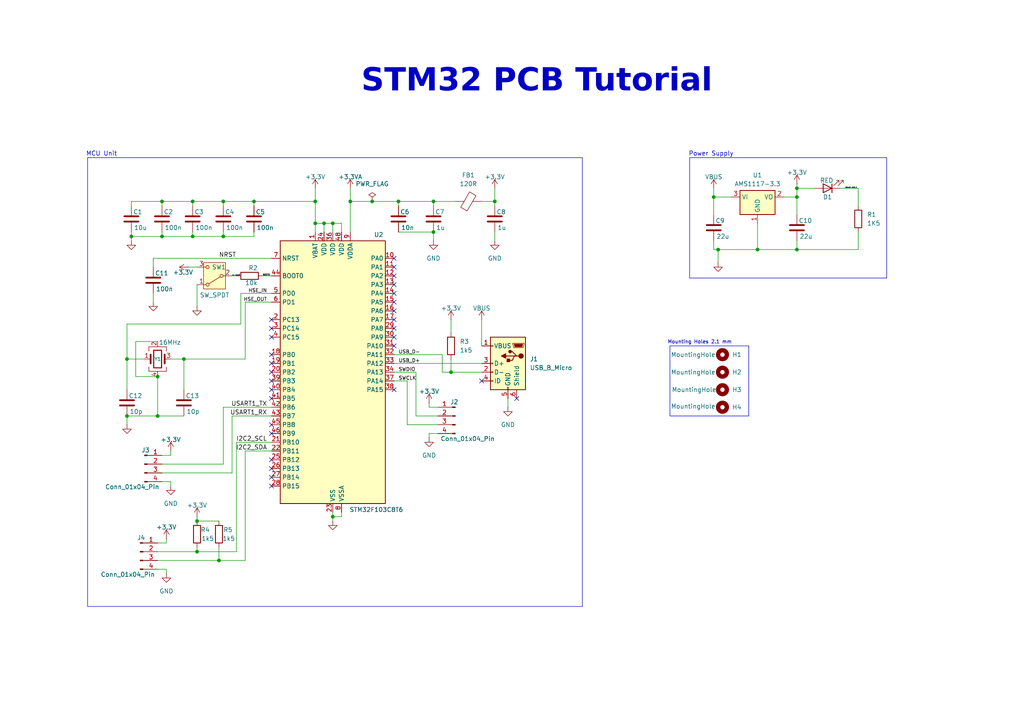
<source format=kicad_sch>
(kicad_sch
	(version 20250114)
	(generator "eeschema")
	(generator_version "9.0")
	(uuid "2097c8ad-ca59-4912-9a1a-feab941f947e")
	(paper "A4")
	(title_block
		(title "STM32 PCB TUTORIAL - 1")
		(date "2025-11-23")
		(company "CHARUSAT")
		(comment 1 "ravil.r.patel@gmail.com")
		(comment 2 "Ravil Rahulkumar Patel")
	)
	(lib_symbols
		(symbol "Connector:Conn_01x04_Pin"
			(pin_names
				(offset 1.016)
				(hide yes)
			)
			(exclude_from_sim no)
			(in_bom yes)
			(on_board yes)
			(property "Reference" "J"
				(at 0 5.08 0)
				(effects
					(font
						(size 1.27 1.27)
					)
				)
			)
			(property "Value" "Conn_01x04_Pin"
				(at 0 -7.62 0)
				(effects
					(font
						(size 1.27 1.27)
					)
				)
			)
			(property "Footprint" ""
				(at 0 0 0)
				(effects
					(font
						(size 1.27 1.27)
					)
					(hide yes)
				)
			)
			(property "Datasheet" "~"
				(at 0 0 0)
				(effects
					(font
						(size 1.27 1.27)
					)
					(hide yes)
				)
			)
			(property "Description" "Generic connector, single row, 01x04, script generated"
				(at 0 0 0)
				(effects
					(font
						(size 1.27 1.27)
					)
					(hide yes)
				)
			)
			(property "ki_locked" ""
				(at 0 0 0)
				(effects
					(font
						(size 1.27 1.27)
					)
				)
			)
			(property "ki_keywords" "connector"
				(at 0 0 0)
				(effects
					(font
						(size 1.27 1.27)
					)
					(hide yes)
				)
			)
			(property "ki_fp_filters" "Connector*:*_1x??_*"
				(at 0 0 0)
				(effects
					(font
						(size 1.27 1.27)
					)
					(hide yes)
				)
			)
			(symbol "Conn_01x04_Pin_1_1"
				(rectangle
					(start 0.8636 2.667)
					(end 0 2.413)
					(stroke
						(width 0.1524)
						(type default)
					)
					(fill
						(type outline)
					)
				)
				(rectangle
					(start 0.8636 0.127)
					(end 0 -0.127)
					(stroke
						(width 0.1524)
						(type default)
					)
					(fill
						(type outline)
					)
				)
				(rectangle
					(start 0.8636 -2.413)
					(end 0 -2.667)
					(stroke
						(width 0.1524)
						(type default)
					)
					(fill
						(type outline)
					)
				)
				(rectangle
					(start 0.8636 -4.953)
					(end 0 -5.207)
					(stroke
						(width 0.1524)
						(type default)
					)
					(fill
						(type outline)
					)
				)
				(polyline
					(pts
						(xy 1.27 2.54) (xy 0.8636 2.54)
					)
					(stroke
						(width 0.1524)
						(type default)
					)
					(fill
						(type none)
					)
				)
				(polyline
					(pts
						(xy 1.27 0) (xy 0.8636 0)
					)
					(stroke
						(width 0.1524)
						(type default)
					)
					(fill
						(type none)
					)
				)
				(polyline
					(pts
						(xy 1.27 -2.54) (xy 0.8636 -2.54)
					)
					(stroke
						(width 0.1524)
						(type default)
					)
					(fill
						(type none)
					)
				)
				(polyline
					(pts
						(xy 1.27 -5.08) (xy 0.8636 -5.08)
					)
					(stroke
						(width 0.1524)
						(type default)
					)
					(fill
						(type none)
					)
				)
				(pin passive line
					(at 5.08 2.54 180)
					(length 3.81)
					(name "Pin_1"
						(effects
							(font
								(size 1.27 1.27)
							)
						)
					)
					(number "1"
						(effects
							(font
								(size 1.27 1.27)
							)
						)
					)
				)
				(pin passive line
					(at 5.08 0 180)
					(length 3.81)
					(name "Pin_2"
						(effects
							(font
								(size 1.27 1.27)
							)
						)
					)
					(number "2"
						(effects
							(font
								(size 1.27 1.27)
							)
						)
					)
				)
				(pin passive line
					(at 5.08 -2.54 180)
					(length 3.81)
					(name "Pin_3"
						(effects
							(font
								(size 1.27 1.27)
							)
						)
					)
					(number "3"
						(effects
							(font
								(size 1.27 1.27)
							)
						)
					)
				)
				(pin passive line
					(at 5.08 -5.08 180)
					(length 3.81)
					(name "Pin_4"
						(effects
							(font
								(size 1.27 1.27)
							)
						)
					)
					(number "4"
						(effects
							(font
								(size 1.27 1.27)
							)
						)
					)
				)
			)
			(embedded_fonts no)
		)
		(symbol "Connector:USB_B_Micro"
			(pin_names
				(offset 1.016)
			)
			(exclude_from_sim no)
			(in_bom yes)
			(on_board yes)
			(property "Reference" "J"
				(at -5.08 11.43 0)
				(effects
					(font
						(size 1.27 1.27)
					)
					(justify left)
				)
			)
			(property "Value" "USB_B_Micro"
				(at -5.08 8.89 0)
				(effects
					(font
						(size 1.27 1.27)
					)
					(justify left)
				)
			)
			(property "Footprint" ""
				(at 3.81 -1.27 0)
				(effects
					(font
						(size 1.27 1.27)
					)
					(hide yes)
				)
			)
			(property "Datasheet" "~"
				(at 3.81 -1.27 0)
				(effects
					(font
						(size 1.27 1.27)
					)
					(hide yes)
				)
			)
			(property "Description" "USB Micro Type B connector"
				(at 0 0 0)
				(effects
					(font
						(size 1.27 1.27)
					)
					(hide yes)
				)
			)
			(property "ki_keywords" "connector USB micro"
				(at 0 0 0)
				(effects
					(font
						(size 1.27 1.27)
					)
					(hide yes)
				)
			)
			(property "ki_fp_filters" "USB*Micro*B*"
				(at 0 0 0)
				(effects
					(font
						(size 1.27 1.27)
					)
					(hide yes)
				)
			)
			(symbol "USB_B_Micro_0_1"
				(rectangle
					(start -5.08 -7.62)
					(end 5.08 7.62)
					(stroke
						(width 0.254)
						(type default)
					)
					(fill
						(type background)
					)
				)
				(polyline
					(pts
						(xy -4.699 5.842) (xy -4.699 5.588) (xy -4.445 4.826) (xy -4.445 4.572) (xy -1.651 4.572) (xy -1.651 4.826)
						(xy -1.397 5.588) (xy -1.397 5.842) (xy -4.699 5.842)
					)
					(stroke
						(width 0)
						(type default)
					)
					(fill
						(type none)
					)
				)
				(polyline
					(pts
						(xy -4.318 5.588) (xy -1.778 5.588) (xy -2.032 4.826) (xy -4.064 4.826) (xy -4.318 5.588)
					)
					(stroke
						(width 0)
						(type default)
					)
					(fill
						(type outline)
					)
				)
				(circle
					(center -3.81 2.159)
					(radius 0.635)
					(stroke
						(width 0.254)
						(type default)
					)
					(fill
						(type outline)
					)
				)
				(polyline
					(pts
						(xy -3.175 2.159) (xy -2.54 2.159) (xy -1.27 3.429) (xy -0.635 3.429)
					)
					(stroke
						(width 0.254)
						(type default)
					)
					(fill
						(type none)
					)
				)
				(polyline
					(pts
						(xy -2.54 2.159) (xy -1.905 2.159) (xy -1.27 0.889) (xy 0 0.889)
					)
					(stroke
						(width 0.254)
						(type default)
					)
					(fill
						(type none)
					)
				)
				(polyline
					(pts
						(xy -1.905 2.159) (xy 0.635 2.159)
					)
					(stroke
						(width 0.254)
						(type default)
					)
					(fill
						(type none)
					)
				)
				(circle
					(center -0.635 3.429)
					(radius 0.381)
					(stroke
						(width 0.254)
						(type default)
					)
					(fill
						(type outline)
					)
				)
				(rectangle
					(start -0.127 -7.62)
					(end 0.127 -6.858)
					(stroke
						(width 0)
						(type default)
					)
					(fill
						(type none)
					)
				)
				(rectangle
					(start 0.254 1.27)
					(end -0.508 0.508)
					(stroke
						(width 0.254)
						(type default)
					)
					(fill
						(type outline)
					)
				)
				(polyline
					(pts
						(xy 0.635 2.794) (xy 0.635 1.524) (xy 1.905 2.159) (xy 0.635 2.794)
					)
					(stroke
						(width 0.254)
						(type default)
					)
					(fill
						(type outline)
					)
				)
				(rectangle
					(start 5.08 4.953)
					(end 4.318 5.207)
					(stroke
						(width 0)
						(type default)
					)
					(fill
						(type none)
					)
				)
				(rectangle
					(start 5.08 -0.127)
					(end 4.318 0.127)
					(stroke
						(width 0)
						(type default)
					)
					(fill
						(type none)
					)
				)
				(rectangle
					(start 5.08 -2.667)
					(end 4.318 -2.413)
					(stroke
						(width 0)
						(type default)
					)
					(fill
						(type none)
					)
				)
				(rectangle
					(start 5.08 -5.207)
					(end 4.318 -4.953)
					(stroke
						(width 0)
						(type default)
					)
					(fill
						(type none)
					)
				)
			)
			(symbol "USB_B_Micro_1_1"
				(pin passive line
					(at -2.54 -10.16 90)
					(length 2.54)
					(name "Shield"
						(effects
							(font
								(size 1.27 1.27)
							)
						)
					)
					(number "6"
						(effects
							(font
								(size 1.27 1.27)
							)
						)
					)
				)
				(pin power_out line
					(at 0 -10.16 90)
					(length 2.54)
					(name "GND"
						(effects
							(font
								(size 1.27 1.27)
							)
						)
					)
					(number "5"
						(effects
							(font
								(size 1.27 1.27)
							)
						)
					)
				)
				(pin power_out line
					(at 7.62 5.08 180)
					(length 2.54)
					(name "VBUS"
						(effects
							(font
								(size 1.27 1.27)
							)
						)
					)
					(number "1"
						(effects
							(font
								(size 1.27 1.27)
							)
						)
					)
				)
				(pin bidirectional line
					(at 7.62 0 180)
					(length 2.54)
					(name "D+"
						(effects
							(font
								(size 1.27 1.27)
							)
						)
					)
					(number "3"
						(effects
							(font
								(size 1.27 1.27)
							)
						)
					)
				)
				(pin bidirectional line
					(at 7.62 -2.54 180)
					(length 2.54)
					(name "D-"
						(effects
							(font
								(size 1.27 1.27)
							)
						)
					)
					(number "2"
						(effects
							(font
								(size 1.27 1.27)
							)
						)
					)
				)
				(pin passive line
					(at 7.62 -5.08 180)
					(length 2.54)
					(name "ID"
						(effects
							(font
								(size 1.27 1.27)
							)
						)
					)
					(number "4"
						(effects
							(font
								(size 1.27 1.27)
							)
						)
					)
				)
			)
			(embedded_fonts no)
		)
		(symbol "Device:C"
			(pin_numbers
				(hide yes)
			)
			(pin_names
				(offset 0.254)
			)
			(exclude_from_sim no)
			(in_bom yes)
			(on_board yes)
			(property "Reference" "C"
				(at 0.635 2.54 0)
				(effects
					(font
						(size 1.27 1.27)
					)
					(justify left)
				)
			)
			(property "Value" "C"
				(at 0.635 -2.54 0)
				(effects
					(font
						(size 1.27 1.27)
					)
					(justify left)
				)
			)
			(property "Footprint" ""
				(at 0.9652 -3.81 0)
				(effects
					(font
						(size 1.27 1.27)
					)
					(hide yes)
				)
			)
			(property "Datasheet" "~"
				(at 0 0 0)
				(effects
					(font
						(size 1.27 1.27)
					)
					(hide yes)
				)
			)
			(property "Description" "Unpolarized capacitor"
				(at 0 0 0)
				(effects
					(font
						(size 1.27 1.27)
					)
					(hide yes)
				)
			)
			(property "ki_keywords" "cap capacitor"
				(at 0 0 0)
				(effects
					(font
						(size 1.27 1.27)
					)
					(hide yes)
				)
			)
			(property "ki_fp_filters" "C_*"
				(at 0 0 0)
				(effects
					(font
						(size 1.27 1.27)
					)
					(hide yes)
				)
			)
			(symbol "C_0_1"
				(polyline
					(pts
						(xy -2.032 0.762) (xy 2.032 0.762)
					)
					(stroke
						(width 0.508)
						(type default)
					)
					(fill
						(type none)
					)
				)
				(polyline
					(pts
						(xy -2.032 -0.762) (xy 2.032 -0.762)
					)
					(stroke
						(width 0.508)
						(type default)
					)
					(fill
						(type none)
					)
				)
			)
			(symbol "C_1_1"
				(pin passive line
					(at 0 3.81 270)
					(length 2.794)
					(name "~"
						(effects
							(font
								(size 1.27 1.27)
							)
						)
					)
					(number "1"
						(effects
							(font
								(size 1.27 1.27)
							)
						)
					)
				)
				(pin passive line
					(at 0 -3.81 90)
					(length 2.794)
					(name "~"
						(effects
							(font
								(size 1.27 1.27)
							)
						)
					)
					(number "2"
						(effects
							(font
								(size 1.27 1.27)
							)
						)
					)
				)
			)
			(embedded_fonts no)
		)
		(symbol "Device:Crystal_GND24"
			(pin_names
				(offset 1.016)
				(hide yes)
			)
			(exclude_from_sim no)
			(in_bom yes)
			(on_board yes)
			(property "Reference" "Y"
				(at 3.175 5.08 0)
				(effects
					(font
						(size 1.27 1.27)
					)
					(justify left)
				)
			)
			(property "Value" "Crystal_GND24"
				(at 3.175 3.175 0)
				(effects
					(font
						(size 1.27 1.27)
					)
					(justify left)
				)
			)
			(property "Footprint" ""
				(at 0 0 0)
				(effects
					(font
						(size 1.27 1.27)
					)
					(hide yes)
				)
			)
			(property "Datasheet" "~"
				(at 0 0 0)
				(effects
					(font
						(size 1.27 1.27)
					)
					(hide yes)
				)
			)
			(property "Description" "Four pin crystal, GND on pins 2 and 4"
				(at 0 0 0)
				(effects
					(font
						(size 1.27 1.27)
					)
					(hide yes)
				)
			)
			(property "ki_keywords" "quartz ceramic resonator oscillator"
				(at 0 0 0)
				(effects
					(font
						(size 1.27 1.27)
					)
					(hide yes)
				)
			)
			(property "ki_fp_filters" "Crystal*"
				(at 0 0 0)
				(effects
					(font
						(size 1.27 1.27)
					)
					(hide yes)
				)
			)
			(symbol "Crystal_GND24_0_1"
				(polyline
					(pts
						(xy -2.54 2.286) (xy -2.54 3.556) (xy 2.54 3.556) (xy 2.54 2.286)
					)
					(stroke
						(width 0)
						(type default)
					)
					(fill
						(type none)
					)
				)
				(polyline
					(pts
						(xy -2.54 0) (xy -2.032 0)
					)
					(stroke
						(width 0)
						(type default)
					)
					(fill
						(type none)
					)
				)
				(polyline
					(pts
						(xy -2.54 -2.286) (xy -2.54 -3.556) (xy 2.54 -3.556) (xy 2.54 -2.286)
					)
					(stroke
						(width 0)
						(type default)
					)
					(fill
						(type none)
					)
				)
				(polyline
					(pts
						(xy -2.032 -1.27) (xy -2.032 1.27)
					)
					(stroke
						(width 0.508)
						(type default)
					)
					(fill
						(type none)
					)
				)
				(rectangle
					(start -1.143 2.54)
					(end 1.143 -2.54)
					(stroke
						(width 0.3048)
						(type default)
					)
					(fill
						(type none)
					)
				)
				(polyline
					(pts
						(xy 0 3.556) (xy 0 3.81)
					)
					(stroke
						(width 0)
						(type default)
					)
					(fill
						(type none)
					)
				)
				(polyline
					(pts
						(xy 0 -3.81) (xy 0 -3.556)
					)
					(stroke
						(width 0)
						(type default)
					)
					(fill
						(type none)
					)
				)
				(polyline
					(pts
						(xy 2.032 0) (xy 2.54 0)
					)
					(stroke
						(width 0)
						(type default)
					)
					(fill
						(type none)
					)
				)
				(polyline
					(pts
						(xy 2.032 -1.27) (xy 2.032 1.27)
					)
					(stroke
						(width 0.508)
						(type default)
					)
					(fill
						(type none)
					)
				)
			)
			(symbol "Crystal_GND24_1_1"
				(pin passive line
					(at -3.81 0 0)
					(length 1.27)
					(name "1"
						(effects
							(font
								(size 1.27 1.27)
							)
						)
					)
					(number "1"
						(effects
							(font
								(size 1.27 1.27)
							)
						)
					)
				)
				(pin passive line
					(at 0 5.08 270)
					(length 1.27)
					(name "2"
						(effects
							(font
								(size 1.27 1.27)
							)
						)
					)
					(number "2"
						(effects
							(font
								(size 1.27 1.27)
							)
						)
					)
				)
				(pin passive line
					(at 0 -5.08 90)
					(length 1.27)
					(name "4"
						(effects
							(font
								(size 1.27 1.27)
							)
						)
					)
					(number "4"
						(effects
							(font
								(size 1.27 1.27)
							)
						)
					)
				)
				(pin passive line
					(at 3.81 0 180)
					(length 1.27)
					(name "3"
						(effects
							(font
								(size 1.27 1.27)
							)
						)
					)
					(number "3"
						(effects
							(font
								(size 1.27 1.27)
							)
						)
					)
				)
			)
			(embedded_fonts no)
		)
		(symbol "Device:FerriteBead"
			(pin_numbers
				(hide yes)
			)
			(pin_names
				(offset 0)
			)
			(exclude_from_sim no)
			(in_bom yes)
			(on_board yes)
			(property "Reference" "FB"
				(at -3.81 0.635 90)
				(effects
					(font
						(size 1.27 1.27)
					)
				)
			)
			(property "Value" "FerriteBead"
				(at 3.81 0 90)
				(effects
					(font
						(size 1.27 1.27)
					)
				)
			)
			(property "Footprint" ""
				(at -1.778 0 90)
				(effects
					(font
						(size 1.27 1.27)
					)
					(hide yes)
				)
			)
			(property "Datasheet" "~"
				(at 0 0 0)
				(effects
					(font
						(size 1.27 1.27)
					)
					(hide yes)
				)
			)
			(property "Description" "Ferrite bead"
				(at 0 0 0)
				(effects
					(font
						(size 1.27 1.27)
					)
					(hide yes)
				)
			)
			(property "ki_keywords" "L ferrite bead inductor filter"
				(at 0 0 0)
				(effects
					(font
						(size 1.27 1.27)
					)
					(hide yes)
				)
			)
			(property "ki_fp_filters" "Inductor_* L_* *Ferrite*"
				(at 0 0 0)
				(effects
					(font
						(size 1.27 1.27)
					)
					(hide yes)
				)
			)
			(symbol "FerriteBead_0_1"
				(polyline
					(pts
						(xy -2.7686 0.4064) (xy -1.7018 2.2606) (xy 2.7686 -0.3048) (xy 1.6764 -2.159) (xy -2.7686 0.4064)
					)
					(stroke
						(width 0)
						(type default)
					)
					(fill
						(type none)
					)
				)
				(polyline
					(pts
						(xy 0 1.27) (xy 0 1.2954)
					)
					(stroke
						(width 0)
						(type default)
					)
					(fill
						(type none)
					)
				)
				(polyline
					(pts
						(xy 0 -1.27) (xy 0 -1.2192)
					)
					(stroke
						(width 0)
						(type default)
					)
					(fill
						(type none)
					)
				)
			)
			(symbol "FerriteBead_1_1"
				(pin passive line
					(at 0 3.81 270)
					(length 2.54)
					(name "~"
						(effects
							(font
								(size 1.27 1.27)
							)
						)
					)
					(number "1"
						(effects
							(font
								(size 1.27 1.27)
							)
						)
					)
				)
				(pin passive line
					(at 0 -3.81 90)
					(length 2.54)
					(name "~"
						(effects
							(font
								(size 1.27 1.27)
							)
						)
					)
					(number "2"
						(effects
							(font
								(size 1.27 1.27)
							)
						)
					)
				)
			)
			(embedded_fonts no)
		)
		(symbol "Device:LED"
			(pin_numbers
				(hide yes)
			)
			(pin_names
				(offset 1.016)
				(hide yes)
			)
			(exclude_from_sim no)
			(in_bom yes)
			(on_board yes)
			(property "Reference" "D"
				(at 0 2.54 0)
				(effects
					(font
						(size 1.27 1.27)
					)
				)
			)
			(property "Value" "LED"
				(at 0 -2.54 0)
				(effects
					(font
						(size 1.27 1.27)
					)
				)
			)
			(property "Footprint" ""
				(at 0 0 0)
				(effects
					(font
						(size 1.27 1.27)
					)
					(hide yes)
				)
			)
			(property "Datasheet" "~"
				(at 0 0 0)
				(effects
					(font
						(size 1.27 1.27)
					)
					(hide yes)
				)
			)
			(property "Description" "Light emitting diode"
				(at 0 0 0)
				(effects
					(font
						(size 1.27 1.27)
					)
					(hide yes)
				)
			)
			(property "Sim.Pins" "1=K 2=A"
				(at 0 0 0)
				(effects
					(font
						(size 1.27 1.27)
					)
					(hide yes)
				)
			)
			(property "ki_keywords" "LED diode"
				(at 0 0 0)
				(effects
					(font
						(size 1.27 1.27)
					)
					(hide yes)
				)
			)
			(property "ki_fp_filters" "LED* LED_SMD:* LED_THT:*"
				(at 0 0 0)
				(effects
					(font
						(size 1.27 1.27)
					)
					(hide yes)
				)
			)
			(symbol "LED_0_1"
				(polyline
					(pts
						(xy -3.048 -0.762) (xy -4.572 -2.286) (xy -3.81 -2.286) (xy -4.572 -2.286) (xy -4.572 -1.524)
					)
					(stroke
						(width 0)
						(type default)
					)
					(fill
						(type none)
					)
				)
				(polyline
					(pts
						(xy -1.778 -0.762) (xy -3.302 -2.286) (xy -2.54 -2.286) (xy -3.302 -2.286) (xy -3.302 -1.524)
					)
					(stroke
						(width 0)
						(type default)
					)
					(fill
						(type none)
					)
				)
				(polyline
					(pts
						(xy -1.27 0) (xy 1.27 0)
					)
					(stroke
						(width 0)
						(type default)
					)
					(fill
						(type none)
					)
				)
				(polyline
					(pts
						(xy -1.27 -1.27) (xy -1.27 1.27)
					)
					(stroke
						(width 0.254)
						(type default)
					)
					(fill
						(type none)
					)
				)
				(polyline
					(pts
						(xy 1.27 -1.27) (xy 1.27 1.27) (xy -1.27 0) (xy 1.27 -1.27)
					)
					(stroke
						(width 0.254)
						(type default)
					)
					(fill
						(type none)
					)
				)
			)
			(symbol "LED_1_1"
				(pin passive line
					(at -3.81 0 0)
					(length 2.54)
					(name "K"
						(effects
							(font
								(size 1.27 1.27)
							)
						)
					)
					(number "1"
						(effects
							(font
								(size 1.27 1.27)
							)
						)
					)
				)
				(pin passive line
					(at 3.81 0 180)
					(length 2.54)
					(name "A"
						(effects
							(font
								(size 1.27 1.27)
							)
						)
					)
					(number "2"
						(effects
							(font
								(size 1.27 1.27)
							)
						)
					)
				)
			)
			(embedded_fonts no)
		)
		(symbol "Device:R"
			(pin_numbers
				(hide yes)
			)
			(pin_names
				(offset 0)
			)
			(exclude_from_sim no)
			(in_bom yes)
			(on_board yes)
			(property "Reference" "R"
				(at 2.032 0 90)
				(effects
					(font
						(size 1.27 1.27)
					)
				)
			)
			(property "Value" "R"
				(at 0 0 90)
				(effects
					(font
						(size 1.27 1.27)
					)
				)
			)
			(property "Footprint" ""
				(at -1.778 0 90)
				(effects
					(font
						(size 1.27 1.27)
					)
					(hide yes)
				)
			)
			(property "Datasheet" "~"
				(at 0 0 0)
				(effects
					(font
						(size 1.27 1.27)
					)
					(hide yes)
				)
			)
			(property "Description" "Resistor"
				(at 0 0 0)
				(effects
					(font
						(size 1.27 1.27)
					)
					(hide yes)
				)
			)
			(property "ki_keywords" "R res resistor"
				(at 0 0 0)
				(effects
					(font
						(size 1.27 1.27)
					)
					(hide yes)
				)
			)
			(property "ki_fp_filters" "R_*"
				(at 0 0 0)
				(effects
					(font
						(size 1.27 1.27)
					)
					(hide yes)
				)
			)
			(symbol "R_0_1"
				(rectangle
					(start -1.016 -2.54)
					(end 1.016 2.54)
					(stroke
						(width 0.254)
						(type default)
					)
					(fill
						(type none)
					)
				)
			)
			(symbol "R_1_1"
				(pin passive line
					(at 0 3.81 270)
					(length 1.27)
					(name "~"
						(effects
							(font
								(size 1.27 1.27)
							)
						)
					)
					(number "1"
						(effects
							(font
								(size 1.27 1.27)
							)
						)
					)
				)
				(pin passive line
					(at 0 -3.81 90)
					(length 1.27)
					(name "~"
						(effects
							(font
								(size 1.27 1.27)
							)
						)
					)
					(number "2"
						(effects
							(font
								(size 1.27 1.27)
							)
						)
					)
				)
			)
			(embedded_fonts no)
		)
		(symbol "MCU_ST_STM32F1:STM32F103C8Tx"
			(exclude_from_sim no)
			(in_bom yes)
			(on_board yes)
			(property "Reference" "U"
				(at -15.24 39.37 0)
				(effects
					(font
						(size 1.27 1.27)
					)
					(justify left)
				)
			)
			(property "Value" "STM32F103C8Tx"
				(at 7.62 39.37 0)
				(effects
					(font
						(size 1.27 1.27)
					)
					(justify left)
				)
			)
			(property "Footprint" "Package_QFP:LQFP-48_7x7mm_P0.5mm"
				(at -15.24 -38.1 0)
				(effects
					(font
						(size 1.27 1.27)
					)
					(justify right)
					(hide yes)
				)
			)
			(property "Datasheet" "https://www.st.com/resource/en/datasheet/stm32f103c8.pdf"
				(at 0 0 0)
				(effects
					(font
						(size 1.27 1.27)
					)
					(hide yes)
				)
			)
			(property "Description" "STMicroelectronics Arm Cortex-M3 MCU, 64KB flash, 20KB RAM, 72 MHz, 2.0-3.6V, 37 GPIO, LQFP48"
				(at 0 0 0)
				(effects
					(font
						(size 1.27 1.27)
					)
					(hide yes)
				)
			)
			(property "ki_keywords" "Arm Cortex-M3 STM32F1 STM32F103"
				(at 0 0 0)
				(effects
					(font
						(size 1.27 1.27)
					)
					(hide yes)
				)
			)
			(property "ki_fp_filters" "LQFP*7x7mm*P0.5mm*"
				(at 0 0 0)
				(effects
					(font
						(size 1.27 1.27)
					)
					(hide yes)
				)
			)
			(symbol "STM32F103C8Tx_0_1"
				(rectangle
					(start -15.24 -38.1)
					(end 15.24 38.1)
					(stroke
						(width 0.254)
						(type default)
					)
					(fill
						(type background)
					)
				)
			)
			(symbol "STM32F103C8Tx_1_1"
				(pin input line
					(at -17.78 33.02 0)
					(length 2.54)
					(name "NRST"
						(effects
							(font
								(size 1.27 1.27)
							)
						)
					)
					(number "7"
						(effects
							(font
								(size 1.27 1.27)
							)
						)
					)
				)
				(pin input line
					(at -17.78 27.94 0)
					(length 2.54)
					(name "BOOT0"
						(effects
							(font
								(size 1.27 1.27)
							)
						)
					)
					(number "44"
						(effects
							(font
								(size 1.27 1.27)
							)
						)
					)
				)
				(pin bidirectional line
					(at -17.78 22.86 0)
					(length 2.54)
					(name "PD0"
						(effects
							(font
								(size 1.27 1.27)
							)
						)
					)
					(number "5"
						(effects
							(font
								(size 1.27 1.27)
							)
						)
					)
					(alternate "RCC_OSC_IN" bidirectional line)
				)
				(pin bidirectional line
					(at -17.78 20.32 0)
					(length 2.54)
					(name "PD1"
						(effects
							(font
								(size 1.27 1.27)
							)
						)
					)
					(number "6"
						(effects
							(font
								(size 1.27 1.27)
							)
						)
					)
					(alternate "RCC_OSC_OUT" bidirectional line)
				)
				(pin bidirectional line
					(at -17.78 15.24 0)
					(length 2.54)
					(name "PC13"
						(effects
							(font
								(size 1.27 1.27)
							)
						)
					)
					(number "2"
						(effects
							(font
								(size 1.27 1.27)
							)
						)
					)
					(alternate "RTC_OUT" bidirectional line)
					(alternate "RTC_TAMPER" bidirectional line)
				)
				(pin bidirectional line
					(at -17.78 12.7 0)
					(length 2.54)
					(name "PC14"
						(effects
							(font
								(size 1.27 1.27)
							)
						)
					)
					(number "3"
						(effects
							(font
								(size 1.27 1.27)
							)
						)
					)
					(alternate "RCC_OSC32_IN" bidirectional line)
				)
				(pin bidirectional line
					(at -17.78 10.16 0)
					(length 2.54)
					(name "PC15"
						(effects
							(font
								(size 1.27 1.27)
							)
						)
					)
					(number "4"
						(effects
							(font
								(size 1.27 1.27)
							)
						)
					)
					(alternate "ADC1_EXTI15" bidirectional line)
					(alternate "ADC2_EXTI15" bidirectional line)
					(alternate "RCC_OSC32_OUT" bidirectional line)
				)
				(pin bidirectional line
					(at -17.78 5.08 0)
					(length 2.54)
					(name "PB0"
						(effects
							(font
								(size 1.27 1.27)
							)
						)
					)
					(number "18"
						(effects
							(font
								(size 1.27 1.27)
							)
						)
					)
					(alternate "ADC1_IN8" bidirectional line)
					(alternate "ADC2_IN8" bidirectional line)
					(alternate "TIM1_CH2N" bidirectional line)
					(alternate "TIM3_CH3" bidirectional line)
				)
				(pin bidirectional line
					(at -17.78 2.54 0)
					(length 2.54)
					(name "PB1"
						(effects
							(font
								(size 1.27 1.27)
							)
						)
					)
					(number "19"
						(effects
							(font
								(size 1.27 1.27)
							)
						)
					)
					(alternate "ADC1_IN9" bidirectional line)
					(alternate "ADC2_IN9" bidirectional line)
					(alternate "TIM1_CH3N" bidirectional line)
					(alternate "TIM3_CH4" bidirectional line)
				)
				(pin bidirectional line
					(at -17.78 0 0)
					(length 2.54)
					(name "PB2"
						(effects
							(font
								(size 1.27 1.27)
							)
						)
					)
					(number "20"
						(effects
							(font
								(size 1.27 1.27)
							)
						)
					)
				)
				(pin bidirectional line
					(at -17.78 -2.54 0)
					(length 2.54)
					(name "PB3"
						(effects
							(font
								(size 1.27 1.27)
							)
						)
					)
					(number "39"
						(effects
							(font
								(size 1.27 1.27)
							)
						)
					)
					(alternate "SPI1_SCK" bidirectional line)
					(alternate "SYS_JTDO-TRACESWO" bidirectional line)
					(alternate "TIM2_CH2" bidirectional line)
				)
				(pin bidirectional line
					(at -17.78 -5.08 0)
					(length 2.54)
					(name "PB4"
						(effects
							(font
								(size 1.27 1.27)
							)
						)
					)
					(number "40"
						(effects
							(font
								(size 1.27 1.27)
							)
						)
					)
					(alternate "SPI1_MISO" bidirectional line)
					(alternate "SYS_NJTRST" bidirectional line)
					(alternate "TIM3_CH1" bidirectional line)
				)
				(pin bidirectional line
					(at -17.78 -7.62 0)
					(length 2.54)
					(name "PB5"
						(effects
							(font
								(size 1.27 1.27)
							)
						)
					)
					(number "41"
						(effects
							(font
								(size 1.27 1.27)
							)
						)
					)
					(alternate "I2C1_SMBA" bidirectional line)
					(alternate "SPI1_MOSI" bidirectional line)
					(alternate "TIM3_CH2" bidirectional line)
				)
				(pin bidirectional line
					(at -17.78 -10.16 0)
					(length 2.54)
					(name "PB6"
						(effects
							(font
								(size 1.27 1.27)
							)
						)
					)
					(number "42"
						(effects
							(font
								(size 1.27 1.27)
							)
						)
					)
					(alternate "I2C1_SCL" bidirectional line)
					(alternate "TIM4_CH1" bidirectional line)
					(alternate "USART1_TX" bidirectional line)
				)
				(pin bidirectional line
					(at -17.78 -12.7 0)
					(length 2.54)
					(name "PB7"
						(effects
							(font
								(size 1.27 1.27)
							)
						)
					)
					(number "43"
						(effects
							(font
								(size 1.27 1.27)
							)
						)
					)
					(alternate "I2C1_SDA" bidirectional line)
					(alternate "TIM4_CH2" bidirectional line)
					(alternate "USART1_RX" bidirectional line)
				)
				(pin bidirectional line
					(at -17.78 -15.24 0)
					(length 2.54)
					(name "PB8"
						(effects
							(font
								(size 1.27 1.27)
							)
						)
					)
					(number "45"
						(effects
							(font
								(size 1.27 1.27)
							)
						)
					)
					(alternate "CAN_RX" bidirectional line)
					(alternate "I2C1_SCL" bidirectional line)
					(alternate "TIM4_CH3" bidirectional line)
				)
				(pin bidirectional line
					(at -17.78 -17.78 0)
					(length 2.54)
					(name "PB9"
						(effects
							(font
								(size 1.27 1.27)
							)
						)
					)
					(number "46"
						(effects
							(font
								(size 1.27 1.27)
							)
						)
					)
					(alternate "CAN_TX" bidirectional line)
					(alternate "I2C1_SDA" bidirectional line)
					(alternate "TIM4_CH4" bidirectional line)
				)
				(pin bidirectional line
					(at -17.78 -20.32 0)
					(length 2.54)
					(name "PB10"
						(effects
							(font
								(size 1.27 1.27)
							)
						)
					)
					(number "21"
						(effects
							(font
								(size 1.27 1.27)
							)
						)
					)
					(alternate "I2C2_SCL" bidirectional line)
					(alternate "TIM2_CH3" bidirectional line)
					(alternate "USART3_TX" bidirectional line)
				)
				(pin bidirectional line
					(at -17.78 -22.86 0)
					(length 2.54)
					(name "PB11"
						(effects
							(font
								(size 1.27 1.27)
							)
						)
					)
					(number "22"
						(effects
							(font
								(size 1.27 1.27)
							)
						)
					)
					(alternate "ADC1_EXTI11" bidirectional line)
					(alternate "ADC2_EXTI11" bidirectional line)
					(alternate "I2C2_SDA" bidirectional line)
					(alternate "TIM2_CH4" bidirectional line)
					(alternate "USART3_RX" bidirectional line)
				)
				(pin bidirectional line
					(at -17.78 -25.4 0)
					(length 2.54)
					(name "PB12"
						(effects
							(font
								(size 1.27 1.27)
							)
						)
					)
					(number "25"
						(effects
							(font
								(size 1.27 1.27)
							)
						)
					)
					(alternate "I2C2_SMBA" bidirectional line)
					(alternate "SPI2_NSS" bidirectional line)
					(alternate "TIM1_BKIN" bidirectional line)
					(alternate "USART3_CK" bidirectional line)
				)
				(pin bidirectional line
					(at -17.78 -27.94 0)
					(length 2.54)
					(name "PB13"
						(effects
							(font
								(size 1.27 1.27)
							)
						)
					)
					(number "26"
						(effects
							(font
								(size 1.27 1.27)
							)
						)
					)
					(alternate "SPI2_SCK" bidirectional line)
					(alternate "TIM1_CH1N" bidirectional line)
					(alternate "USART3_CTS" bidirectional line)
				)
				(pin bidirectional line
					(at -17.78 -30.48 0)
					(length 2.54)
					(name "PB14"
						(effects
							(font
								(size 1.27 1.27)
							)
						)
					)
					(number "27"
						(effects
							(font
								(size 1.27 1.27)
							)
						)
					)
					(alternate "SPI2_MISO" bidirectional line)
					(alternate "TIM1_CH2N" bidirectional line)
					(alternate "USART3_RTS" bidirectional line)
				)
				(pin bidirectional line
					(at -17.78 -33.02 0)
					(length 2.54)
					(name "PB15"
						(effects
							(font
								(size 1.27 1.27)
							)
						)
					)
					(number "28"
						(effects
							(font
								(size 1.27 1.27)
							)
						)
					)
					(alternate "ADC1_EXTI15" bidirectional line)
					(alternate "ADC2_EXTI15" bidirectional line)
					(alternate "SPI2_MOSI" bidirectional line)
					(alternate "TIM1_CH3N" bidirectional line)
				)
				(pin power_in line
					(at -5.08 40.64 270)
					(length 2.54)
					(name "VBAT"
						(effects
							(font
								(size 1.27 1.27)
							)
						)
					)
					(number "1"
						(effects
							(font
								(size 1.27 1.27)
							)
						)
					)
				)
				(pin power_in line
					(at -2.54 40.64 270)
					(length 2.54)
					(name "VDD"
						(effects
							(font
								(size 1.27 1.27)
							)
						)
					)
					(number "24"
						(effects
							(font
								(size 1.27 1.27)
							)
						)
					)
				)
				(pin power_in line
					(at 0 40.64 270)
					(length 2.54)
					(name "VDD"
						(effects
							(font
								(size 1.27 1.27)
							)
						)
					)
					(number "36"
						(effects
							(font
								(size 1.27 1.27)
							)
						)
					)
				)
				(pin power_in line
					(at 0 -40.64 90)
					(length 2.54)
					(name "VSS"
						(effects
							(font
								(size 1.27 1.27)
							)
						)
					)
					(number "23"
						(effects
							(font
								(size 1.27 1.27)
							)
						)
					)
				)
				(pin passive line
					(at 0 -40.64 90)
					(length 2.54)
					(hide yes)
					(name "VSS"
						(effects
							(font
								(size 1.27 1.27)
							)
						)
					)
					(number "35"
						(effects
							(font
								(size 1.27 1.27)
							)
						)
					)
				)
				(pin passive line
					(at 0 -40.64 90)
					(length 2.54)
					(hide yes)
					(name "VSS"
						(effects
							(font
								(size 1.27 1.27)
							)
						)
					)
					(number "47"
						(effects
							(font
								(size 1.27 1.27)
							)
						)
					)
				)
				(pin power_in line
					(at 2.54 40.64 270)
					(length 2.54)
					(name "VDD"
						(effects
							(font
								(size 1.27 1.27)
							)
						)
					)
					(number "48"
						(effects
							(font
								(size 1.27 1.27)
							)
						)
					)
				)
				(pin power_in line
					(at 2.54 -40.64 90)
					(length 2.54)
					(name "VSSA"
						(effects
							(font
								(size 1.27 1.27)
							)
						)
					)
					(number "8"
						(effects
							(font
								(size 1.27 1.27)
							)
						)
					)
				)
				(pin power_in line
					(at 5.08 40.64 270)
					(length 2.54)
					(name "VDDA"
						(effects
							(font
								(size 1.27 1.27)
							)
						)
					)
					(number "9"
						(effects
							(font
								(size 1.27 1.27)
							)
						)
					)
				)
				(pin bidirectional line
					(at 17.78 33.02 180)
					(length 2.54)
					(name "PA0"
						(effects
							(font
								(size 1.27 1.27)
							)
						)
					)
					(number "10"
						(effects
							(font
								(size 1.27 1.27)
							)
						)
					)
					(alternate "ADC1_IN0" bidirectional line)
					(alternate "ADC2_IN0" bidirectional line)
					(alternate "SYS_WKUP" bidirectional line)
					(alternate "TIM2_CH1" bidirectional line)
					(alternate "TIM2_ETR" bidirectional line)
					(alternate "USART2_CTS" bidirectional line)
				)
				(pin bidirectional line
					(at 17.78 30.48 180)
					(length 2.54)
					(name "PA1"
						(effects
							(font
								(size 1.27 1.27)
							)
						)
					)
					(number "11"
						(effects
							(font
								(size 1.27 1.27)
							)
						)
					)
					(alternate "ADC1_IN1" bidirectional line)
					(alternate "ADC2_IN1" bidirectional line)
					(alternate "TIM2_CH2" bidirectional line)
					(alternate "USART2_RTS" bidirectional line)
				)
				(pin bidirectional line
					(at 17.78 27.94 180)
					(length 2.54)
					(name "PA2"
						(effects
							(font
								(size 1.27 1.27)
							)
						)
					)
					(number "12"
						(effects
							(font
								(size 1.27 1.27)
							)
						)
					)
					(alternate "ADC1_IN2" bidirectional line)
					(alternate "ADC2_IN2" bidirectional line)
					(alternate "TIM2_CH3" bidirectional line)
					(alternate "USART2_TX" bidirectional line)
				)
				(pin bidirectional line
					(at 17.78 25.4 180)
					(length 2.54)
					(name "PA3"
						(effects
							(font
								(size 1.27 1.27)
							)
						)
					)
					(number "13"
						(effects
							(font
								(size 1.27 1.27)
							)
						)
					)
					(alternate "ADC1_IN3" bidirectional line)
					(alternate "ADC2_IN3" bidirectional line)
					(alternate "TIM2_CH4" bidirectional line)
					(alternate "USART2_RX" bidirectional line)
				)
				(pin bidirectional line
					(at 17.78 22.86 180)
					(length 2.54)
					(name "PA4"
						(effects
							(font
								(size 1.27 1.27)
							)
						)
					)
					(number "14"
						(effects
							(font
								(size 1.27 1.27)
							)
						)
					)
					(alternate "ADC1_IN4" bidirectional line)
					(alternate "ADC2_IN4" bidirectional line)
					(alternate "SPI1_NSS" bidirectional line)
					(alternate "USART2_CK" bidirectional line)
				)
				(pin bidirectional line
					(at 17.78 20.32 180)
					(length 2.54)
					(name "PA5"
						(effects
							(font
								(size 1.27 1.27)
							)
						)
					)
					(number "15"
						(effects
							(font
								(size 1.27 1.27)
							)
						)
					)
					(alternate "ADC1_IN5" bidirectional line)
					(alternate "ADC2_IN5" bidirectional line)
					(alternate "SPI1_SCK" bidirectional line)
				)
				(pin bidirectional line
					(at 17.78 17.78 180)
					(length 2.54)
					(name "PA6"
						(effects
							(font
								(size 1.27 1.27)
							)
						)
					)
					(number "16"
						(effects
							(font
								(size 1.27 1.27)
							)
						)
					)
					(alternate "ADC1_IN6" bidirectional line)
					(alternate "ADC2_IN6" bidirectional line)
					(alternate "SPI1_MISO" bidirectional line)
					(alternate "TIM1_BKIN" bidirectional line)
					(alternate "TIM3_CH1" bidirectional line)
				)
				(pin bidirectional line
					(at 17.78 15.24 180)
					(length 2.54)
					(name "PA7"
						(effects
							(font
								(size 1.27 1.27)
							)
						)
					)
					(number "17"
						(effects
							(font
								(size 1.27 1.27)
							)
						)
					)
					(alternate "ADC1_IN7" bidirectional line)
					(alternate "ADC2_IN7" bidirectional line)
					(alternate "SPI1_MOSI" bidirectional line)
					(alternate "TIM1_CH1N" bidirectional line)
					(alternate "TIM3_CH2" bidirectional line)
				)
				(pin bidirectional line
					(at 17.78 12.7 180)
					(length 2.54)
					(name "PA8"
						(effects
							(font
								(size 1.27 1.27)
							)
						)
					)
					(number "29"
						(effects
							(font
								(size 1.27 1.27)
							)
						)
					)
					(alternate "RCC_MCO" bidirectional line)
					(alternate "TIM1_CH1" bidirectional line)
					(alternate "USART1_CK" bidirectional line)
				)
				(pin bidirectional line
					(at 17.78 10.16 180)
					(length 2.54)
					(name "PA9"
						(effects
							(font
								(size 1.27 1.27)
							)
						)
					)
					(number "30"
						(effects
							(font
								(size 1.27 1.27)
							)
						)
					)
					(alternate "TIM1_CH2" bidirectional line)
					(alternate "USART1_TX" bidirectional line)
				)
				(pin bidirectional line
					(at 17.78 7.62 180)
					(length 2.54)
					(name "PA10"
						(effects
							(font
								(size 1.27 1.27)
							)
						)
					)
					(number "31"
						(effects
							(font
								(size 1.27 1.27)
							)
						)
					)
					(alternate "TIM1_CH3" bidirectional line)
					(alternate "USART1_RX" bidirectional line)
				)
				(pin bidirectional line
					(at 17.78 5.08 180)
					(length 2.54)
					(name "PA11"
						(effects
							(font
								(size 1.27 1.27)
							)
						)
					)
					(number "32"
						(effects
							(font
								(size 1.27 1.27)
							)
						)
					)
					(alternate "ADC1_EXTI11" bidirectional line)
					(alternate "ADC2_EXTI11" bidirectional line)
					(alternate "CAN_RX" bidirectional line)
					(alternate "TIM1_CH4" bidirectional line)
					(alternate "USART1_CTS" bidirectional line)
					(alternate "USB_DM" bidirectional line)
				)
				(pin bidirectional line
					(at 17.78 2.54 180)
					(length 2.54)
					(name "PA12"
						(effects
							(font
								(size 1.27 1.27)
							)
						)
					)
					(number "33"
						(effects
							(font
								(size 1.27 1.27)
							)
						)
					)
					(alternate "CAN_TX" bidirectional line)
					(alternate "TIM1_ETR" bidirectional line)
					(alternate "USART1_RTS" bidirectional line)
					(alternate "USB_DP" bidirectional line)
				)
				(pin bidirectional line
					(at 17.78 0 180)
					(length 2.54)
					(name "PA13"
						(effects
							(font
								(size 1.27 1.27)
							)
						)
					)
					(number "34"
						(effects
							(font
								(size 1.27 1.27)
							)
						)
					)
					(alternate "SYS_JTMS-SWDIO" bidirectional line)
				)
				(pin bidirectional line
					(at 17.78 -2.54 180)
					(length 2.54)
					(name "PA14"
						(effects
							(font
								(size 1.27 1.27)
							)
						)
					)
					(number "37"
						(effects
							(font
								(size 1.27 1.27)
							)
						)
					)
					(alternate "SYS_JTCK-SWCLK" bidirectional line)
				)
				(pin bidirectional line
					(at 17.78 -5.08 180)
					(length 2.54)
					(name "PA15"
						(effects
							(font
								(size 1.27 1.27)
							)
						)
					)
					(number "38"
						(effects
							(font
								(size 1.27 1.27)
							)
						)
					)
					(alternate "ADC1_EXTI15" bidirectional line)
					(alternate "ADC2_EXTI15" bidirectional line)
					(alternate "SPI1_NSS" bidirectional line)
					(alternate "SYS_JTDI" bidirectional line)
					(alternate "TIM2_CH1" bidirectional line)
					(alternate "TIM2_ETR" bidirectional line)
				)
			)
			(embedded_fonts no)
		)
		(symbol "Mechanical:MountingHole"
			(pin_names
				(offset 1.016)
			)
			(exclude_from_sim no)
			(in_bom no)
			(on_board yes)
			(property "Reference" "H"
				(at 0 5.08 0)
				(effects
					(font
						(size 1.27 1.27)
					)
				)
			)
			(property "Value" "MountingHole"
				(at 0 3.175 0)
				(effects
					(font
						(size 1.27 1.27)
					)
				)
			)
			(property "Footprint" ""
				(at 0 0 0)
				(effects
					(font
						(size 1.27 1.27)
					)
					(hide yes)
				)
			)
			(property "Datasheet" "~"
				(at 0 0 0)
				(effects
					(font
						(size 1.27 1.27)
					)
					(hide yes)
				)
			)
			(property "Description" "Mounting Hole without connection"
				(at 0 0 0)
				(effects
					(font
						(size 1.27 1.27)
					)
					(hide yes)
				)
			)
			(property "ki_keywords" "mounting hole"
				(at 0 0 0)
				(effects
					(font
						(size 1.27 1.27)
					)
					(hide yes)
				)
			)
			(property "ki_fp_filters" "MountingHole*"
				(at 0 0 0)
				(effects
					(font
						(size 1.27 1.27)
					)
					(hide yes)
				)
			)
			(symbol "MountingHole_0_1"
				(circle
					(center 0 0)
					(radius 1.27)
					(stroke
						(width 1.27)
						(type default)
					)
					(fill
						(type none)
					)
				)
			)
			(embedded_fonts no)
		)
		(symbol "Regulator_Linear:AMS1117-3.3"
			(exclude_from_sim no)
			(in_bom yes)
			(on_board yes)
			(property "Reference" "U"
				(at -3.81 3.175 0)
				(effects
					(font
						(size 1.27 1.27)
					)
				)
			)
			(property "Value" "AMS1117-3.3"
				(at 0 3.175 0)
				(effects
					(font
						(size 1.27 1.27)
					)
					(justify left)
				)
			)
			(property "Footprint" "Package_TO_SOT_SMD:SOT-223-3_TabPin2"
				(at 0 5.08 0)
				(effects
					(font
						(size 1.27 1.27)
					)
					(hide yes)
				)
			)
			(property "Datasheet" "http://www.advanced-monolithic.com/pdf/ds1117.pdf"
				(at 2.54 -6.35 0)
				(effects
					(font
						(size 1.27 1.27)
					)
					(hide yes)
				)
			)
			(property "Description" "1A Low Dropout regulator, positive, 3.3V fixed output, SOT-223"
				(at 0 0 0)
				(effects
					(font
						(size 1.27 1.27)
					)
					(hide yes)
				)
			)
			(property "ki_keywords" "linear regulator ldo fixed positive"
				(at 0 0 0)
				(effects
					(font
						(size 1.27 1.27)
					)
					(hide yes)
				)
			)
			(property "ki_fp_filters" "SOT?223*TabPin2*"
				(at 0 0 0)
				(effects
					(font
						(size 1.27 1.27)
					)
					(hide yes)
				)
			)
			(symbol "AMS1117-3.3_0_1"
				(rectangle
					(start -5.08 -5.08)
					(end 5.08 1.905)
					(stroke
						(width 0.254)
						(type default)
					)
					(fill
						(type background)
					)
				)
			)
			(symbol "AMS1117-3.3_1_1"
				(pin power_in line
					(at -7.62 0 0)
					(length 2.54)
					(name "VI"
						(effects
							(font
								(size 1.27 1.27)
							)
						)
					)
					(number "3"
						(effects
							(font
								(size 1.27 1.27)
							)
						)
					)
				)
				(pin power_in line
					(at 0 -7.62 90)
					(length 2.54)
					(name "GND"
						(effects
							(font
								(size 1.27 1.27)
							)
						)
					)
					(number "1"
						(effects
							(font
								(size 1.27 1.27)
							)
						)
					)
				)
				(pin power_out line
					(at 7.62 0 180)
					(length 2.54)
					(name "VO"
						(effects
							(font
								(size 1.27 1.27)
							)
						)
					)
					(number "2"
						(effects
							(font
								(size 1.27 1.27)
							)
						)
					)
				)
			)
			(embedded_fonts no)
		)
		(symbol "Switch:SW_SPDT"
			(pin_names
				(offset 0)
				(hide yes)
			)
			(exclude_from_sim no)
			(in_bom yes)
			(on_board yes)
			(property "Reference" "SW"
				(at 0 5.08 0)
				(effects
					(font
						(size 1.27 1.27)
					)
				)
			)
			(property "Value" "SW_SPDT"
				(at 0 -5.08 0)
				(effects
					(font
						(size 1.27 1.27)
					)
				)
			)
			(property "Footprint" ""
				(at 0 0 0)
				(effects
					(font
						(size 1.27 1.27)
					)
					(hide yes)
				)
			)
			(property "Datasheet" "~"
				(at 0 -7.62 0)
				(effects
					(font
						(size 1.27 1.27)
					)
					(hide yes)
				)
			)
			(property "Description" "Switch, single pole double throw"
				(at 0 0 0)
				(effects
					(font
						(size 1.27 1.27)
					)
					(hide yes)
				)
			)
			(property "ki_keywords" "switch single-pole double-throw spdt ON-ON"
				(at 0 0 0)
				(effects
					(font
						(size 1.27 1.27)
					)
					(hide yes)
				)
			)
			(symbol "SW_SPDT_0_1"
				(circle
					(center -2.032 0)
					(radius 0.4572)
					(stroke
						(width 0)
						(type default)
					)
					(fill
						(type none)
					)
				)
				(polyline
					(pts
						(xy -1.651 0.254) (xy 1.651 2.286)
					)
					(stroke
						(width 0)
						(type default)
					)
					(fill
						(type none)
					)
				)
				(circle
					(center 2.032 2.54)
					(radius 0.4572)
					(stroke
						(width 0)
						(type default)
					)
					(fill
						(type none)
					)
				)
				(circle
					(center 2.032 -2.54)
					(radius 0.4572)
					(stroke
						(width 0)
						(type default)
					)
					(fill
						(type none)
					)
				)
			)
			(symbol "SW_SPDT_1_1"
				(rectangle
					(start -3.175 3.81)
					(end 3.175 -3.81)
					(stroke
						(width 0)
						(type default)
					)
					(fill
						(type background)
					)
				)
				(pin passive line
					(at -5.08 0 0)
					(length 2.54)
					(name "B"
						(effects
							(font
								(size 1.27 1.27)
							)
						)
					)
					(number "2"
						(effects
							(font
								(size 1.27 1.27)
							)
						)
					)
				)
				(pin passive line
					(at 5.08 2.54 180)
					(length 2.54)
					(name "A"
						(effects
							(font
								(size 1.27 1.27)
							)
						)
					)
					(number "1"
						(effects
							(font
								(size 1.27 1.27)
							)
						)
					)
				)
				(pin passive line
					(at 5.08 -2.54 180)
					(length 2.54)
					(name "C"
						(effects
							(font
								(size 1.27 1.27)
							)
						)
					)
					(number "3"
						(effects
							(font
								(size 1.27 1.27)
							)
						)
					)
				)
			)
			(embedded_fonts no)
		)
		(symbol "power:+3.3V"
			(power)
			(pin_numbers
				(hide yes)
			)
			(pin_names
				(offset 0)
				(hide yes)
			)
			(exclude_from_sim no)
			(in_bom yes)
			(on_board yes)
			(property "Reference" "#PWR"
				(at 0 -3.81 0)
				(effects
					(font
						(size 1.27 1.27)
					)
					(hide yes)
				)
			)
			(property "Value" "+3.3V"
				(at 0 3.556 0)
				(effects
					(font
						(size 1.27 1.27)
					)
				)
			)
			(property "Footprint" ""
				(at 0 0 0)
				(effects
					(font
						(size 1.27 1.27)
					)
					(hide yes)
				)
			)
			(property "Datasheet" ""
				(at 0 0 0)
				(effects
					(font
						(size 1.27 1.27)
					)
					(hide yes)
				)
			)
			(property "Description" "Power symbol creates a global label with name \"+3.3V\""
				(at 0 0 0)
				(effects
					(font
						(size 1.27 1.27)
					)
					(hide yes)
				)
			)
			(property "ki_keywords" "global power"
				(at 0 0 0)
				(effects
					(font
						(size 1.27 1.27)
					)
					(hide yes)
				)
			)
			(symbol "+3.3V_0_1"
				(polyline
					(pts
						(xy -0.762 1.27) (xy 0 2.54)
					)
					(stroke
						(width 0)
						(type default)
					)
					(fill
						(type none)
					)
				)
				(polyline
					(pts
						(xy 0 2.54) (xy 0.762 1.27)
					)
					(stroke
						(width 0)
						(type default)
					)
					(fill
						(type none)
					)
				)
				(polyline
					(pts
						(xy 0 0) (xy 0 2.54)
					)
					(stroke
						(width 0)
						(type default)
					)
					(fill
						(type none)
					)
				)
			)
			(symbol "+3.3V_1_1"
				(pin power_in line
					(at 0 0 90)
					(length 0)
					(name "~"
						(effects
							(font
								(size 1.27 1.27)
							)
						)
					)
					(number "1"
						(effects
							(font
								(size 1.27 1.27)
							)
						)
					)
				)
			)
			(embedded_fonts no)
		)
		(symbol "power:+3.3VA"
			(power)
			(pin_numbers
				(hide yes)
			)
			(pin_names
				(offset 0)
				(hide yes)
			)
			(exclude_from_sim no)
			(in_bom yes)
			(on_board yes)
			(property "Reference" "#PWR"
				(at 0 -3.81 0)
				(effects
					(font
						(size 1.27 1.27)
					)
					(hide yes)
				)
			)
			(property "Value" "+3.3VA"
				(at 0 3.556 0)
				(effects
					(font
						(size 1.27 1.27)
					)
				)
			)
			(property "Footprint" ""
				(at 0 0 0)
				(effects
					(font
						(size 1.27 1.27)
					)
					(hide yes)
				)
			)
			(property "Datasheet" ""
				(at 0 0 0)
				(effects
					(font
						(size 1.27 1.27)
					)
					(hide yes)
				)
			)
			(property "Description" "Power symbol creates a global label with name \"+3.3VA\""
				(at 0 0 0)
				(effects
					(font
						(size 1.27 1.27)
					)
					(hide yes)
				)
			)
			(property "ki_keywords" "global power"
				(at 0 0 0)
				(effects
					(font
						(size 1.27 1.27)
					)
					(hide yes)
				)
			)
			(symbol "+3.3VA_0_1"
				(polyline
					(pts
						(xy -0.762 1.27) (xy 0 2.54)
					)
					(stroke
						(width 0)
						(type default)
					)
					(fill
						(type none)
					)
				)
				(polyline
					(pts
						(xy 0 2.54) (xy 0.762 1.27)
					)
					(stroke
						(width 0)
						(type default)
					)
					(fill
						(type none)
					)
				)
				(polyline
					(pts
						(xy 0 0) (xy 0 2.54)
					)
					(stroke
						(width 0)
						(type default)
					)
					(fill
						(type none)
					)
				)
			)
			(symbol "+3.3VA_1_1"
				(pin power_in line
					(at 0 0 90)
					(length 0)
					(name "~"
						(effects
							(font
								(size 1.27 1.27)
							)
						)
					)
					(number "1"
						(effects
							(font
								(size 1.27 1.27)
							)
						)
					)
				)
			)
			(embedded_fonts no)
		)
		(symbol "power:GND"
			(power)
			(pin_numbers
				(hide yes)
			)
			(pin_names
				(offset 0)
				(hide yes)
			)
			(exclude_from_sim no)
			(in_bom yes)
			(on_board yes)
			(property "Reference" "#PWR"
				(at 0 -6.35 0)
				(effects
					(font
						(size 1.27 1.27)
					)
					(hide yes)
				)
			)
			(property "Value" "GND"
				(at 0 -3.81 0)
				(effects
					(font
						(size 1.27 1.27)
					)
				)
			)
			(property "Footprint" ""
				(at 0 0 0)
				(effects
					(font
						(size 1.27 1.27)
					)
					(hide yes)
				)
			)
			(property "Datasheet" ""
				(at 0 0 0)
				(effects
					(font
						(size 1.27 1.27)
					)
					(hide yes)
				)
			)
			(property "Description" "Power symbol creates a global label with name \"GND\" , ground"
				(at 0 0 0)
				(effects
					(font
						(size 1.27 1.27)
					)
					(hide yes)
				)
			)
			(property "ki_keywords" "global power"
				(at 0 0 0)
				(effects
					(font
						(size 1.27 1.27)
					)
					(hide yes)
				)
			)
			(symbol "GND_0_1"
				(polyline
					(pts
						(xy 0 0) (xy 0 -1.27) (xy 1.27 -1.27) (xy 0 -2.54) (xy -1.27 -1.27) (xy 0 -1.27)
					)
					(stroke
						(width 0)
						(type default)
					)
					(fill
						(type none)
					)
				)
			)
			(symbol "GND_1_1"
				(pin power_in line
					(at 0 0 270)
					(length 0)
					(name "~"
						(effects
							(font
								(size 1.27 1.27)
							)
						)
					)
					(number "1"
						(effects
							(font
								(size 1.27 1.27)
							)
						)
					)
				)
			)
			(embedded_fonts no)
		)
		(symbol "power:PWR_FLAG"
			(power)
			(pin_numbers
				(hide yes)
			)
			(pin_names
				(offset 0)
				(hide yes)
			)
			(exclude_from_sim no)
			(in_bom yes)
			(on_board yes)
			(property "Reference" "#FLG"
				(at 0 1.905 0)
				(effects
					(font
						(size 1.27 1.27)
					)
					(hide yes)
				)
			)
			(property "Value" "PWR_FLAG"
				(at 0 3.81 0)
				(effects
					(font
						(size 1.27 1.27)
					)
				)
			)
			(property "Footprint" ""
				(at 0 0 0)
				(effects
					(font
						(size 1.27 1.27)
					)
					(hide yes)
				)
			)
			(property "Datasheet" "~"
				(at 0 0 0)
				(effects
					(font
						(size 1.27 1.27)
					)
					(hide yes)
				)
			)
			(property "Description" "Special symbol for telling ERC where power comes from"
				(at 0 0 0)
				(effects
					(font
						(size 1.27 1.27)
					)
					(hide yes)
				)
			)
			(property "ki_keywords" "flag power"
				(at 0 0 0)
				(effects
					(font
						(size 1.27 1.27)
					)
					(hide yes)
				)
			)
			(symbol "PWR_FLAG_0_0"
				(pin power_out line
					(at 0 0 90)
					(length 0)
					(name "~"
						(effects
							(font
								(size 1.27 1.27)
							)
						)
					)
					(number "1"
						(effects
							(font
								(size 1.27 1.27)
							)
						)
					)
				)
			)
			(symbol "PWR_FLAG_0_1"
				(polyline
					(pts
						(xy 0 0) (xy 0 1.27) (xy -1.016 1.905) (xy 0 2.54) (xy 1.016 1.905) (xy 0 1.27)
					)
					(stroke
						(width 0)
						(type default)
					)
					(fill
						(type none)
					)
				)
			)
			(embedded_fonts no)
		)
		(symbol "power:VBUS"
			(power)
			(pin_numbers
				(hide yes)
			)
			(pin_names
				(offset 0)
				(hide yes)
			)
			(exclude_from_sim no)
			(in_bom yes)
			(on_board yes)
			(property "Reference" "#PWR"
				(at 0 -3.81 0)
				(effects
					(font
						(size 1.27 1.27)
					)
					(hide yes)
				)
			)
			(property "Value" "VBUS"
				(at 0 3.556 0)
				(effects
					(font
						(size 1.27 1.27)
					)
				)
			)
			(property "Footprint" ""
				(at 0 0 0)
				(effects
					(font
						(size 1.27 1.27)
					)
					(hide yes)
				)
			)
			(property "Datasheet" ""
				(at 0 0 0)
				(effects
					(font
						(size 1.27 1.27)
					)
					(hide yes)
				)
			)
			(property "Description" "Power symbol creates a global label with name \"VBUS\""
				(at 0 0 0)
				(effects
					(font
						(size 1.27 1.27)
					)
					(hide yes)
				)
			)
			(property "ki_keywords" "global power"
				(at 0 0 0)
				(effects
					(font
						(size 1.27 1.27)
					)
					(hide yes)
				)
			)
			(symbol "VBUS_0_1"
				(polyline
					(pts
						(xy -0.762 1.27) (xy 0 2.54)
					)
					(stroke
						(width 0)
						(type default)
					)
					(fill
						(type none)
					)
				)
				(polyline
					(pts
						(xy 0 2.54) (xy 0.762 1.27)
					)
					(stroke
						(width 0)
						(type default)
					)
					(fill
						(type none)
					)
				)
				(polyline
					(pts
						(xy 0 0) (xy 0 2.54)
					)
					(stroke
						(width 0)
						(type default)
					)
					(fill
						(type none)
					)
				)
			)
			(symbol "VBUS_1_1"
				(pin power_in line
					(at 0 0 90)
					(length 0)
					(name "~"
						(effects
							(font
								(size 1.27 1.27)
							)
						)
					)
					(number "1"
						(effects
							(font
								(size 1.27 1.27)
							)
						)
					)
				)
			)
			(embedded_fonts no)
		)
	)
	(rectangle
		(start 194.31 100.33)
		(end 217.17 120.65)
		(stroke
			(width 0)
			(type default)
		)
		(fill
			(type none)
		)
		(uuid a6ea5fa0-8821-4f6e-b681-bb23ae73a51d)
	)
	(rectangle
		(start 25.4 45.72)
		(end 168.91 175.895)
		(stroke
			(width 0)
			(type default)
		)
		(fill
			(type none)
		)
		(uuid d45e8a62-4328-4e1b-bc7f-ba656773c4d0)
	)
	(rectangle
		(start 200.025 45.72)
		(end 257.175 80.645)
		(stroke
			(width 0)
			(type default)
		)
		(fill
			(type none)
		)
		(uuid e48a71b6-b003-414c-84b9-a6a9aab79462)
	)
	(text "MCU Unit"
		(exclude_from_sim no)
		(at 29.464 44.704 0)
		(effects
			(font
				(size 1.27 1.27)
			)
		)
		(uuid "b4c241cf-94de-4e0a-8300-8d933f1fd43a")
	)
	(text "Mounting Holes 2.1 mm"
		(exclude_from_sim no)
		(at 202.946 99.314 0)
		(effects
			(font
				(size 1.016 1.016)
			)
		)
		(uuid "d44b7dc9-f2e3-45b8-b54e-3783f30faa1d")
	)
	(text "STM32 PCB Tutorial"
		(exclude_from_sim no)
		(at 155.702 25.4 0)
		(effects
			(font
				(face "Arial Black")
				(size 6.604 6.604)
				(thickness 0.4064)
				(bold yes)
				(italic yes)
			)
		)
		(uuid "e4ea3b4a-98d1-447e-aaf3-2317a10c2761")
	)
	(text "Power Supply"
		(exclude_from_sim no)
		(at 206.248 44.704 0)
		(effects
			(font
				(size 1.27 1.27)
			)
		)
		(uuid "ff36df4d-539b-4d37-8495-9b99b7fea35f")
	)
	(junction
		(at 91.44 64.77)
		(diameter 0)
		(color 0 0 0 0)
		(uuid "00183187-db78-488d-ba68-8bcddb33f0fd")
	)
	(junction
		(at 45.72 120.65)
		(diameter 0)
		(color 0 0 0 0)
		(uuid "06c2e29f-3c46-4f5a-91c3-f1f51074e6dc")
	)
	(junction
		(at 231.14 72.39)
		(diameter 0)
		(color 0 0 0 0)
		(uuid "0df6d5b3-4a63-4097-91b5-1999d4e47871")
	)
	(junction
		(at 207.01 57.15)
		(diameter 0)
		(color 0 0 0 0)
		(uuid "0e0b5a40-8641-48b0-a620-89f11732253d")
	)
	(junction
		(at 93.98 64.77)
		(diameter 0)
		(color 0 0 0 0)
		(uuid "0e28e763-cc52-4620-95a4-46774b1019c4")
	)
	(junction
		(at 64.77 58.42)
		(diameter 0)
		(color 0 0 0 0)
		(uuid "1cd6fdc7-4b32-4dcd-ba87-f318682fc8c2")
	)
	(junction
		(at 219.71 72.39)
		(diameter 0)
		(color 0 0 0 0)
		(uuid "1cfc0272-d376-4d6b-98b0-8fb2ad31e79f")
	)
	(junction
		(at 91.44 58.42)
		(diameter 0)
		(color 0 0 0 0)
		(uuid "1dd43fd4-4138-4392-88b2-583cdaaa6145")
	)
	(junction
		(at 208.28 72.39)
		(diameter 0)
		(color 0 0 0 0)
		(uuid "3fa2b229-0547-4c0f-a377-315016d7fd3d")
	)
	(junction
		(at 143.51 58.42)
		(diameter 0)
		(color 0 0 0 0)
		(uuid "4212f0ee-b73d-48fd-b2ba-b40b6597a4c0")
	)
	(junction
		(at 45.72 109.22)
		(diameter 0)
		(color 0 0 0 0)
		(uuid "4c262988-1377-4180-882c-83618edc82a2")
	)
	(junction
		(at 107.95 58.42)
		(diameter 0)
		(color 0 0 0 0)
		(uuid "5e676410-10ca-4567-a570-6f2a2513cff6")
	)
	(junction
		(at 36.83 104.14)
		(diameter 0)
		(color 0 0 0 0)
		(uuid "62b49227-b5f5-430e-afd4-ccf10a345b9e")
	)
	(junction
		(at 231.14 57.15)
		(diameter 0)
		(color 0 0 0 0)
		(uuid "70b9b9b6-e2f8-46eb-bdd5-7078edf26184")
	)
	(junction
		(at 55.88 68.58)
		(diameter 0)
		(color 0 0 0 0)
		(uuid "81fbd3d0-fbe9-4a65-9cb5-9184834f5266")
	)
	(junction
		(at 64.77 68.58)
		(diameter 0)
		(color 0 0 0 0)
		(uuid "8f4a630a-2f0c-441b-abdd-16b03981cb82")
	)
	(junction
		(at 55.88 58.42)
		(diameter 0)
		(color 0 0 0 0)
		(uuid "8ffea51d-800a-47ad-8bbf-654169b3c40d")
	)
	(junction
		(at 130.81 107.95)
		(diameter 0)
		(color 0 0 0 0)
		(uuid "90e6b1dc-41ac-4ef3-ba4b-7f173f898ab2")
	)
	(junction
		(at 115.57 58.42)
		(diameter 0)
		(color 0 0 0 0)
		(uuid "90ea95be-acc4-4c30-b476-3b8367d15e57")
	)
	(junction
		(at 96.52 64.77)
		(diameter 0)
		(color 0 0 0 0)
		(uuid "91f5ce7b-3729-4c72-831a-ef4b59f75746")
	)
	(junction
		(at 36.83 120.65)
		(diameter 0)
		(color 0 0 0 0)
		(uuid "9d3ed13f-e764-4ea6-9de3-ee2b81113fb0")
	)
	(junction
		(at 46.99 58.42)
		(diameter 0)
		(color 0 0 0 0)
		(uuid "a3dee191-5d7c-4358-b5d0-3e5404b13cb0")
	)
	(junction
		(at 53.34 104.14)
		(diameter 0)
		(color 0 0 0 0)
		(uuid "a7b7cbb1-c2d4-414f-8927-465f5af2ed62")
	)
	(junction
		(at 46.99 68.58)
		(diameter 0)
		(color 0 0 0 0)
		(uuid "b2c1233a-1a83-4a8b-960e-79e0e808a697")
	)
	(junction
		(at 73.66 58.42)
		(diameter 0)
		(color 0 0 0 0)
		(uuid "b7bdb43d-4f34-49d7-9e37-712bf958f652")
	)
	(junction
		(at 125.73 67.31)
		(diameter 0)
		(color 0 0 0 0)
		(uuid "d2329e21-bad2-4a21-859e-56e8b979c9b2")
	)
	(junction
		(at 231.14 54.61)
		(diameter 0)
		(color 0 0 0 0)
		(uuid "d5a8257b-be12-4248-9f81-897c154bbe7d")
	)
	(junction
		(at 125.73 58.42)
		(diameter 0)
		(color 0 0 0 0)
		(uuid "de85b24d-78b4-422a-9313-84300c8456af")
	)
	(junction
		(at 57.15 160.02)
		(diameter 0)
		(color 0 0 0 0)
		(uuid "e410704e-80cc-4322-bdaf-908beae9d231")
	)
	(junction
		(at 57.15 151.13)
		(diameter 0)
		(color 0 0 0 0)
		(uuid "eac505e8-a802-4d5a-95fe-5778cfdd8de8")
	)
	(junction
		(at 38.1 68.58)
		(diameter 0)
		(color 0 0 0 0)
		(uuid "f0228e2c-b67b-4270-97bb-5fef7e92a034")
	)
	(junction
		(at 96.52 149.86)
		(diameter 0)
		(color 0 0 0 0)
		(uuid "f1c911e4-a038-41ed-acc8-2d9617d4adca")
	)
	(junction
		(at 101.6 58.42)
		(diameter 0)
		(color 0 0 0 0)
		(uuid "fe9349dd-c9e6-4346-a141-271ba8707441")
	)
	(junction
		(at 63.5 162.56)
		(diameter 0)
		(color 0 0 0 0)
		(uuid "ff4eef53-128c-4965-99b3-8550314bc642")
	)
	(no_connect
		(at 114.3 80.01)
		(uuid "22c2eec5-844f-4547-9abb-808f02f053d2")
	)
	(no_connect
		(at 78.74 113.03)
		(uuid "2689fa4f-0dde-41b7-9e56-a095eff4a305")
	)
	(no_connect
		(at 78.74 123.19)
		(uuid "2dfa30cc-132c-4f38-9567-9c5c6d746a55")
	)
	(no_connect
		(at 78.74 135.89)
		(uuid "30f1e7ca-5c7e-4a1b-a5d3-c91f0ddb22a0")
	)
	(no_connect
		(at 114.3 95.25)
		(uuid "4e65b435-081c-481e-8794-f82c12070d3c")
	)
	(no_connect
		(at 114.3 77.47)
		(uuid "4ee3430c-6935-4394-aa02-8e004861438b")
	)
	(no_connect
		(at 114.3 82.55)
		(uuid "533075a6-e144-49d6-ae9e-304ac8131ea1")
	)
	(no_connect
		(at 78.74 125.73)
		(uuid "54b1dd05-9d14-4141-9c20-c2a05200926f")
	)
	(no_connect
		(at 114.3 97.79)
		(uuid "6fd3979a-e035-428d-bccd-38f38df78255")
	)
	(no_connect
		(at 78.74 97.79)
		(uuid "7144d618-7877-454a-8858-5c67d7eb96c4")
	)
	(no_connect
		(at 78.74 138.43)
		(uuid "779075ef-2bf8-4bf8-be2f-bc041021b6f8")
	)
	(no_connect
		(at 114.3 85.09)
		(uuid "7b048620-f8ca-486a-9f33-0dec63c6e1fb")
	)
	(no_connect
		(at 78.74 105.41)
		(uuid "87054c4a-7057-4428-b8b9-91d60e9a9340")
	)
	(no_connect
		(at 78.74 107.95)
		(uuid "884d465a-a702-458e-bcb5-3a108c1eb03c")
	)
	(no_connect
		(at 114.3 113.03)
		(uuid "8f76912c-8368-40b1-9c39-3882c0455ff9")
	)
	(no_connect
		(at 149.86 115.57)
		(uuid "94a1f127-2381-4087-b069-ce5d22a15076")
	)
	(no_connect
		(at 78.74 140.97)
		(uuid "9cfdeda4-40f1-447f-ad4b-57291b286c81")
	)
	(no_connect
		(at 78.74 110.49)
		(uuid "afa4d058-979b-4255-9da2-fef0bc8a3adf")
	)
	(no_connect
		(at 114.3 90.17)
		(uuid "b490cb98-41b0-4927-a5f8-b3bbbab83977")
	)
	(no_connect
		(at 114.3 87.63)
		(uuid "cc3a6e99-533d-4ba3-a582-1fe5dc2743c9")
	)
	(no_connect
		(at 78.74 102.87)
		(uuid "cebb9ae6-000f-4037-a1b7-1ceb07cf484d")
	)
	(no_connect
		(at 78.74 115.57)
		(uuid "d2b87567-5cdc-42ea-8719-8c94689abefd")
	)
	(no_connect
		(at 78.74 133.35)
		(uuid "deae5caa-2cb7-438f-9f8e-3be3f8a54af9")
	)
	(no_connect
		(at 114.3 74.93)
		(uuid "eae71d19-cba5-4c97-8f22-39bfee18bf3a")
	)
	(no_connect
		(at 139.7 110.49)
		(uuid "f21d3d0e-7aa7-473e-ba66-133f47f7247e")
	)
	(no_connect
		(at 78.74 92.71)
		(uuid "f63e3bb2-9d4b-4e90-a03a-f3316f4f6a61")
	)
	(no_connect
		(at 114.3 92.71)
		(uuid "f784cfc9-e11c-48fe-afa0-57b052797d7c")
	)
	(no_connect
		(at 114.3 100.33)
		(uuid "fe7614f2-21de-4b8d-8083-bf7e00a28920")
	)
	(no_connect
		(at 78.74 95.25)
		(uuid "ffa83b19-a608-4a7f-92ed-52e8bd3f7e6b")
	)
	(wire
		(pts
			(xy 115.57 58.42) (xy 125.73 58.42)
		)
		(stroke
			(width 0)
			(type default)
		)
		(uuid "01414d49-2da3-4a2a-a78a-0bd6ac124711")
	)
	(wire
		(pts
			(xy 139.7 58.42) (xy 143.51 58.42)
		)
		(stroke
			(width 0)
			(type default)
		)
		(uuid "03ba28d5-2f6a-4563-aac2-6e0219756b84")
	)
	(wire
		(pts
			(xy 69.85 93.98) (xy 69.85 85.09)
		)
		(stroke
			(width 0)
			(type default)
		)
		(uuid "05997916-4437-48e1-96da-d3cfe07db6ac")
	)
	(wire
		(pts
			(xy 64.77 67.31) (xy 64.77 68.58)
		)
		(stroke
			(width 0)
			(type default)
		)
		(uuid "084191a3-d099-4d17-9583-1f660297d6b1")
	)
	(wire
		(pts
			(xy 67.31 120.65) (xy 78.74 120.65)
		)
		(stroke
			(width 0)
			(type default)
		)
		(uuid "0dbeaf9d-2b4a-41a2-8f14-db625060fa7f")
	)
	(wire
		(pts
			(xy 46.99 139.7) (xy 49.53 139.7)
		)
		(stroke
			(width 0)
			(type default)
		)
		(uuid "14a106ef-a588-4917-aeb6-d0d1525fda22")
	)
	(wire
		(pts
			(xy 71.12 130.81) (xy 78.74 130.81)
		)
		(stroke
			(width 0)
			(type default)
		)
		(uuid "1854b462-1ed1-41de-a5e1-29003cd15575")
	)
	(wire
		(pts
			(xy 64.77 58.42) (xy 73.66 58.42)
		)
		(stroke
			(width 0)
			(type default)
		)
		(uuid "1945f810-2726-411a-9025-7d8c435e2d22")
	)
	(wire
		(pts
			(xy 120.65 107.95) (xy 120.65 120.65)
		)
		(stroke
			(width 0)
			(type default)
		)
		(uuid "19b8a946-9421-49c9-a15b-8ca348e23b57")
	)
	(wire
		(pts
			(xy 125.73 67.31) (xy 125.73 69.85)
		)
		(stroke
			(width 0)
			(type default)
		)
		(uuid "19d3ea9b-dd81-4c44-929d-e41a61f26179")
	)
	(wire
		(pts
			(xy 39.37 99.06) (xy 39.37 109.22)
		)
		(stroke
			(width 0)
			(type default)
		)
		(uuid "1b0a92ae-44f5-4b54-ac10-8ec99b3cf2f3")
	)
	(wire
		(pts
			(xy 71.12 87.63) (xy 78.74 87.63)
		)
		(stroke
			(width 0)
			(type default)
		)
		(uuid "1b90bf16-79a8-4dde-9335-f7221cdd262b")
	)
	(wire
		(pts
			(xy 93.98 64.77) (xy 93.98 67.31)
		)
		(stroke
			(width 0)
			(type default)
		)
		(uuid "20dda129-1849-4cdd-8a4f-c6e7dba884e4")
	)
	(wire
		(pts
			(xy 38.1 68.58) (xy 38.1 69.85)
		)
		(stroke
			(width 0)
			(type default)
		)
		(uuid "2263247a-c34a-4c7b-a8a8-df86cd3eb6b1")
	)
	(wire
		(pts
			(xy 139.7 92.71) (xy 139.7 100.33)
		)
		(stroke
			(width 0)
			(type default)
		)
		(uuid "22ae4f20-1679-4f7e-8681-617d345b1d73")
	)
	(wire
		(pts
			(xy 227.33 57.15) (xy 231.14 57.15)
		)
		(stroke
			(width 0)
			(type default)
		)
		(uuid "22e8e54f-2455-42f4-a800-42331923945c")
	)
	(wire
		(pts
			(xy 231.14 72.39) (xy 231.14 69.85)
		)
		(stroke
			(width 0)
			(type default)
		)
		(uuid "2592776c-36b2-4255-ac0c-9f803061f6f7")
	)
	(wire
		(pts
			(xy 96.52 64.77) (xy 99.06 64.77)
		)
		(stroke
			(width 0)
			(type default)
		)
		(uuid "261c4df2-8e70-4345-bc24-3b1b8aca3b7d")
	)
	(wire
		(pts
			(xy 46.99 58.42) (xy 46.99 59.69)
		)
		(stroke
			(width 0)
			(type default)
		)
		(uuid "265c12f2-6c79-40d6-8ede-1195377cb467")
	)
	(wire
		(pts
			(xy 48.26 157.48) (xy 45.72 157.48)
		)
		(stroke
			(width 0)
			(type default)
		)
		(uuid "286954cb-8df5-4251-b5d8-8f8959492d0c")
	)
	(wire
		(pts
			(xy 57.15 149.86) (xy 57.15 151.13)
		)
		(stroke
			(width 0)
			(type default)
		)
		(uuid "28b474df-6e87-4b3c-b3db-f47e844145c9")
	)
	(wire
		(pts
			(xy 231.14 54.61) (xy 231.14 57.15)
		)
		(stroke
			(width 0)
			(type default)
		)
		(uuid "297dadfe-ee83-464b-80d2-56d391f518cf")
	)
	(wire
		(pts
			(xy 107.95 58.42) (xy 115.57 58.42)
		)
		(stroke
			(width 0)
			(type default)
		)
		(uuid "2f4c0e1a-9348-449e-8d62-6ef9110821e0")
	)
	(wire
		(pts
			(xy 124.46 125.73) (xy 124.46 127)
		)
		(stroke
			(width 0)
			(type default)
		)
		(uuid "32020077-9383-4e82-a1a8-6fb28ad1c119")
	)
	(wire
		(pts
			(xy 38.1 58.42) (xy 46.99 58.42)
		)
		(stroke
			(width 0)
			(type default)
		)
		(uuid "33d7230b-38aa-47fe-9a63-5047d4f7e273")
	)
	(wire
		(pts
			(xy 45.72 99.06) (xy 39.37 99.06)
		)
		(stroke
			(width 0)
			(type default)
		)
		(uuid "34f6fb1b-c303-4e30-b163-1daa7d132807")
	)
	(wire
		(pts
			(xy 45.72 165.1) (xy 48.26 165.1)
		)
		(stroke
			(width 0)
			(type default)
		)
		(uuid "3b6ef92f-43de-4392-a43e-dc3f2bc078c2")
	)
	(wire
		(pts
			(xy 48.26 156.21) (xy 48.26 157.48)
		)
		(stroke
			(width 0)
			(type default)
		)
		(uuid "3d25ee2a-7264-4ca9-990f-8f9c721cd405")
	)
	(wire
		(pts
			(xy 91.44 64.77) (xy 91.44 67.31)
		)
		(stroke
			(width 0)
			(type default)
		)
		(uuid "3e205fd0-3b30-4935-8c4d-2451284404e7")
	)
	(wire
		(pts
			(xy 68.58 128.27) (xy 78.74 128.27)
		)
		(stroke
			(width 0)
			(type default)
		)
		(uuid "3fe6c398-13ab-4a7c-993a-b96133a3ac94")
	)
	(wire
		(pts
			(xy 125.73 58.42) (xy 125.73 59.69)
		)
		(stroke
			(width 0)
			(type default)
		)
		(uuid "402bd614-2fc4-4f66-bdb6-9174efead591")
	)
	(wire
		(pts
			(xy 130.81 107.95) (xy 128.27 107.95)
		)
		(stroke
			(width 0)
			(type default)
		)
		(uuid "42a342d6-8cf7-4be7-9195-786cbfadd2ce")
	)
	(wire
		(pts
			(xy 73.66 58.42) (xy 91.44 58.42)
		)
		(stroke
			(width 0)
			(type default)
		)
		(uuid "462bc8ca-82be-48a6-9399-00c87d30aa53")
	)
	(wire
		(pts
			(xy 125.73 58.42) (xy 132.08 58.42)
		)
		(stroke
			(width 0)
			(type default)
		)
		(uuid "47947c08-9896-42f7-9af3-5a4e2a49a5f0")
	)
	(wire
		(pts
			(xy 91.44 54.61) (xy 91.44 58.42)
		)
		(stroke
			(width 0)
			(type default)
		)
		(uuid "48ca2787-7ef7-4832-a5ec-ceab868948fe")
	)
	(wire
		(pts
			(xy 101.6 58.42) (xy 107.95 58.42)
		)
		(stroke
			(width 0)
			(type default)
		)
		(uuid "4b416350-e968-4c8a-b3bf-c2ca988a4fc9")
	)
	(wire
		(pts
			(xy 248.92 72.39) (xy 231.14 72.39)
		)
		(stroke
			(width 0)
			(type default)
		)
		(uuid "4c422987-025f-488a-960b-2b95bb2760f2")
	)
	(wire
		(pts
			(xy 46.99 58.42) (xy 55.88 58.42)
		)
		(stroke
			(width 0)
			(type default)
		)
		(uuid "4dd07a0b-d406-466e-bd65-9d5210bfc01e")
	)
	(wire
		(pts
			(xy 91.44 58.42) (xy 91.44 64.77)
		)
		(stroke
			(width 0)
			(type default)
		)
		(uuid "4e7ccf12-7faf-437a-a45c-bd8b51ea1d79")
	)
	(wire
		(pts
			(xy 49.53 104.14) (xy 53.34 104.14)
		)
		(stroke
			(width 0)
			(type default)
		)
		(uuid "4fa7d988-a4f6-4c28-8788-f6ee9d2467ad")
	)
	(wire
		(pts
			(xy 124.46 118.11) (xy 127 118.11)
		)
		(stroke
			(width 0)
			(type default)
		)
		(uuid "5101456e-1e2b-423e-8883-ba159fec8d84")
	)
	(wire
		(pts
			(xy 120.65 120.65) (xy 127 120.65)
		)
		(stroke
			(width 0)
			(type default)
		)
		(uuid "5154260e-dd9a-4a68-acd1-aeba3325d5ef")
	)
	(wire
		(pts
			(xy 208.28 72.39) (xy 219.71 72.39)
		)
		(stroke
			(width 0)
			(type default)
		)
		(uuid "53e20c4c-6a6f-415b-ac04-db89eefa2e66")
	)
	(wire
		(pts
			(xy 48.26 165.1) (xy 48.26 166.37)
		)
		(stroke
			(width 0)
			(type default)
		)
		(uuid "58be025e-00ce-4d4a-bcb7-5c2f732e099f")
	)
	(wire
		(pts
			(xy 45.72 160.02) (xy 57.15 160.02)
		)
		(stroke
			(width 0)
			(type default)
		)
		(uuid "599ba90e-f283-43c8-9e6a-c667152a653f")
	)
	(wire
		(pts
			(xy 128.27 107.95) (xy 128.27 102.87)
		)
		(stroke
			(width 0)
			(type default)
		)
		(uuid "5a535aba-72d9-43b5-9d4a-9646d6664cfc")
	)
	(wire
		(pts
			(xy 231.14 53.34) (xy 231.14 54.61)
		)
		(stroke
			(width 0)
			(type default)
		)
		(uuid "5bd1efb5-5bb3-4540-a8b6-33e6bdd219aa")
	)
	(wire
		(pts
			(xy 91.44 64.77) (xy 93.98 64.77)
		)
		(stroke
			(width 0)
			(type default)
		)
		(uuid "5fe79336-2790-4e90-8df6-4a79243612e1")
	)
	(wire
		(pts
			(xy 207.01 62.23) (xy 207.01 57.15)
		)
		(stroke
			(width 0)
			(type default)
		)
		(uuid "62f8e134-1064-4f51-b46d-90c1f1ebb613")
	)
	(wire
		(pts
			(xy 208.28 72.39) (xy 208.28 76.2)
		)
		(stroke
			(width 0)
			(type default)
		)
		(uuid "63b27b90-ffc8-4a26-90ee-a8627f3ac425")
	)
	(wire
		(pts
			(xy 114.3 105.41) (xy 139.7 105.41)
		)
		(stroke
			(width 0)
			(type default)
		)
		(uuid "65c42b96-3531-4a72-88a7-3306d1df2286")
	)
	(wire
		(pts
			(xy 45.72 109.22) (xy 45.72 120.65)
		)
		(stroke
			(width 0)
			(type default)
		)
		(uuid "66a72d80-3e1e-4bc9-9dd7-6b907836e81f")
	)
	(wire
		(pts
			(xy 114.3 110.49) (xy 118.11 110.49)
		)
		(stroke
			(width 0)
			(type default)
		)
		(uuid "689ff387-90ae-4687-b756-23078bfcc701")
	)
	(wire
		(pts
			(xy 63.5 162.56) (xy 71.12 162.56)
		)
		(stroke
			(width 0)
			(type default)
		)
		(uuid "6d5ed4b2-ea46-4eda-bfaf-49882b283420")
	)
	(wire
		(pts
			(xy 36.83 120.65) (xy 36.83 123.19)
		)
		(stroke
			(width 0)
			(type default)
		)
		(uuid "6e88f1df-0ac4-41bf-9a91-bc0a7461788a")
	)
	(wire
		(pts
			(xy 99.06 149.86) (xy 99.06 148.59)
		)
		(stroke
			(width 0)
			(type default)
		)
		(uuid "6eb4774c-f7a2-4696-93b8-c961a456add8")
	)
	(wire
		(pts
			(xy 130.81 104.14) (xy 130.81 107.95)
		)
		(stroke
			(width 0)
			(type default)
		)
		(uuid "6f3e9192-26fa-4ecf-8e58-dc88808f1e7d")
	)
	(wire
		(pts
			(xy 71.12 104.14) (xy 71.12 87.63)
		)
		(stroke
			(width 0)
			(type default)
		)
		(uuid "6fb75a7a-9ab3-403a-835d-a699376738e5")
	)
	(wire
		(pts
			(xy 147.32 115.57) (xy 147.32 118.11)
		)
		(stroke
			(width 0)
			(type default)
		)
		(uuid "711c7327-0111-48bd-a6c3-64214982d222")
	)
	(wire
		(pts
			(xy 114.3 107.95) (xy 120.65 107.95)
		)
		(stroke
			(width 0)
			(type default)
		)
		(uuid "74280868-caf2-4012-851d-91d0c3cc71c0")
	)
	(wire
		(pts
			(xy 207.01 72.39) (xy 208.28 72.39)
		)
		(stroke
			(width 0)
			(type default)
		)
		(uuid "76824183-1896-4c37-8e1d-2ade739537b2")
	)
	(wire
		(pts
			(xy 101.6 54.61) (xy 101.6 58.42)
		)
		(stroke
			(width 0)
			(type default)
		)
		(uuid "76a8ce92-5615-4425-936a-436b4ae99e17")
	)
	(wire
		(pts
			(xy 127 125.73) (xy 124.46 125.73)
		)
		(stroke
			(width 0)
			(type default)
		)
		(uuid "79bdd546-c604-4c8c-af13-3ccadd17ebd5")
	)
	(wire
		(pts
			(xy 57.15 158.75) (xy 57.15 160.02)
		)
		(stroke
			(width 0)
			(type default)
		)
		(uuid "7a6a7c40-ff75-4644-9e34-d6905588e184")
	)
	(wire
		(pts
			(xy 55.88 67.31) (xy 55.88 68.58)
		)
		(stroke
			(width 0)
			(type default)
		)
		(uuid "7c68737d-29f5-40dd-a5f6-280e373231ed")
	)
	(wire
		(pts
			(xy 64.77 68.58) (xy 73.66 68.58)
		)
		(stroke
			(width 0)
			(type default)
		)
		(uuid "8006082f-c860-4147-8e7b-f96461d4718a")
	)
	(wire
		(pts
			(xy 41.91 104.14) (xy 36.83 104.14)
		)
		(stroke
			(width 0)
			(type default)
		)
		(uuid "86d7a50e-dc93-4866-b34d-5bd15ee63ad4")
	)
	(wire
		(pts
			(xy 53.34 104.14) (xy 53.34 113.03)
		)
		(stroke
			(width 0)
			(type default)
		)
		(uuid "8813505b-5ba9-4c1b-a3c4-65a18634768a")
	)
	(wire
		(pts
			(xy 64.77 118.11) (xy 78.74 118.11)
		)
		(stroke
			(width 0)
			(type default)
		)
		(uuid "89892e2f-d46c-4d36-838d-f72b9205dbbf")
	)
	(wire
		(pts
			(xy 101.6 67.31) (xy 101.6 58.42)
		)
		(stroke
			(width 0)
			(type default)
		)
		(uuid "8b457e96-35af-4c66-aab0-988eac8fea6e")
	)
	(wire
		(pts
			(xy 207.01 57.15) (xy 212.09 57.15)
		)
		(stroke
			(width 0)
			(type default)
		)
		(uuid "8eb4ea78-f2d3-4cc0-bdef-242720b78855")
	)
	(wire
		(pts
			(xy 36.83 93.98) (xy 69.85 93.98)
		)
		(stroke
			(width 0)
			(type default)
		)
		(uuid "8ee6268d-ae4e-4b14-b86d-641822c387ab")
	)
	(wire
		(pts
			(xy 38.1 67.31) (xy 38.1 68.58)
		)
		(stroke
			(width 0)
			(type default)
		)
		(uuid "9042f996-200c-4903-95be-484e687de5e4")
	)
	(wire
		(pts
			(xy 54.61 77.47) (xy 57.15 77.47)
		)
		(stroke
			(width 0)
			(type default)
		)
		(uuid "9329a785-a4ca-492d-9c50-30310ab42afe")
	)
	(wire
		(pts
			(xy 219.71 72.39) (xy 231.14 72.39)
		)
		(stroke
			(width 0)
			(type default)
		)
		(uuid "93d87c5f-23b3-4e61-ad8c-e1771a293e86")
	)
	(wire
		(pts
			(xy 69.85 85.09) (xy 78.74 85.09)
		)
		(stroke
			(width 0)
			(type default)
		)
		(uuid "996f2e5b-8ba6-4bb0-9601-87ffb906dc39")
	)
	(wire
		(pts
			(xy 57.15 151.13) (xy 63.5 151.13)
		)
		(stroke
			(width 0)
			(type default)
		)
		(uuid "99d2fa58-9189-42a9-bc66-ca68cb3129e2")
	)
	(wire
		(pts
			(xy 57.15 82.55) (xy 57.15 88.9)
		)
		(stroke
			(width 0)
			(type default)
		)
		(uuid "9acc6989-3571-4848-8259-fdaec25f5dc7")
	)
	(wire
		(pts
			(xy 63.5 158.75) (xy 63.5 162.56)
		)
		(stroke
			(width 0)
			(type default)
		)
		(uuid "9ad4920f-4ddd-4b3f-832d-c7116a268e10")
	)
	(wire
		(pts
			(xy 73.66 58.42) (xy 73.66 59.69)
		)
		(stroke
			(width 0)
			(type default)
		)
		(uuid "9b1da560-13f6-4f51-bfdf-007a93ece2e0")
	)
	(wire
		(pts
			(xy 39.37 109.22) (xy 45.72 109.22)
		)
		(stroke
			(width 0)
			(type default)
		)
		(uuid "9bf73122-526f-4f15-a0c0-eabbeee20c8b")
	)
	(wire
		(pts
			(xy 115.57 67.31) (xy 125.73 67.31)
		)
		(stroke
			(width 0)
			(type default)
		)
		(uuid "9e368551-5ad8-427a-8e68-c7851430ce95")
	)
	(wire
		(pts
			(xy 67.31 120.65) (xy 67.31 137.16)
		)
		(stroke
			(width 0)
			(type default)
		)
		(uuid "9ffde3a7-bd57-416d-9bb0-38871ae654e4")
	)
	(wire
		(pts
			(xy 143.51 54.61) (xy 143.51 58.42)
		)
		(stroke
			(width 0)
			(type default)
		)
		(uuid "a119067b-3771-4ea7-b86c-26d54840455c")
	)
	(wire
		(pts
			(xy 45.72 120.65) (xy 53.34 120.65)
		)
		(stroke
			(width 0)
			(type default)
		)
		(uuid "a22699c8-2818-4bbb-9c7b-5b566b82a4d8")
	)
	(wire
		(pts
			(xy 99.06 64.77) (xy 99.06 67.31)
		)
		(stroke
			(width 0)
			(type default)
		)
		(uuid "a3b74be1-2df6-4a32-9f3a-eb728d8cdc19")
	)
	(wire
		(pts
			(xy 68.58 160.02) (xy 68.58 128.27)
		)
		(stroke
			(width 0)
			(type default)
		)
		(uuid "a5abbfab-1700-4b96-8aa8-2886e11ea0c1")
	)
	(wire
		(pts
			(xy 49.53 130.81) (xy 49.53 132.08)
		)
		(stroke
			(width 0)
			(type default)
		)
		(uuid "a625cc68-9710-4ae4-8f76-c7a98584fd5a")
	)
	(wire
		(pts
			(xy 53.34 104.14) (xy 71.12 104.14)
		)
		(stroke
			(width 0)
			(type default)
		)
		(uuid "a88238ba-5bb9-4a43-93e2-303574452051")
	)
	(wire
		(pts
			(xy 93.98 64.77) (xy 96.52 64.77)
		)
		(stroke
			(width 0)
			(type default)
		)
		(uuid "aba27e83-eeb6-4c0b-b8c6-580a181c2d54")
	)
	(wire
		(pts
			(xy 44.45 74.93) (xy 78.74 74.93)
		)
		(stroke
			(width 0)
			(type default)
		)
		(uuid "ae9abefd-a3e5-48b4-9cf0-ed8b5dd662c8")
	)
	(wire
		(pts
			(xy 219.71 64.77) (xy 219.71 72.39)
		)
		(stroke
			(width 0)
			(type default)
		)
		(uuid "afe2bb9a-2502-4b9c-aad9-fc4a359ac1fe")
	)
	(wire
		(pts
			(xy 46.99 67.31) (xy 46.99 68.58)
		)
		(stroke
			(width 0)
			(type default)
		)
		(uuid "b0e071fe-4b59-4e62-a9f3-393076832fc6")
	)
	(wire
		(pts
			(xy 130.81 92.71) (xy 130.81 96.52)
		)
		(stroke
			(width 0)
			(type default)
		)
		(uuid "b43f4c88-594c-42f0-88ab-b3ce33d1ead9")
	)
	(wire
		(pts
			(xy 44.45 77.47) (xy 44.45 74.93)
		)
		(stroke
			(width 0)
			(type default)
		)
		(uuid "b472a198-589d-43e5-a46b-121505ebf25b")
	)
	(wire
		(pts
			(xy 36.83 104.14) (xy 36.83 113.03)
		)
		(stroke
			(width 0)
			(type default)
		)
		(uuid "b75e3dc4-fd92-4bba-96ed-b8b924242997")
	)
	(wire
		(pts
			(xy 64.77 58.42) (xy 64.77 59.69)
		)
		(stroke
			(width 0)
			(type default)
		)
		(uuid "b8ac9b2f-7415-4b9a-9f7d-e47881664dad")
	)
	(wire
		(pts
			(xy 55.88 58.42) (xy 55.88 59.69)
		)
		(stroke
			(width 0)
			(type default)
		)
		(uuid "bab41ba3-a840-4b49-b7da-76a2731410ea")
	)
	(wire
		(pts
			(xy 46.99 68.58) (xy 55.88 68.58)
		)
		(stroke
			(width 0)
			(type default)
		)
		(uuid "bd5db10c-1c2d-4bff-999e-23a84265d091")
	)
	(wire
		(pts
			(xy 38.1 59.69) (xy 38.1 58.42)
		)
		(stroke
			(width 0)
			(type default)
		)
		(uuid "be36d260-9572-4fb1-a2b5-b749c0f681f6")
	)
	(wire
		(pts
			(xy 71.12 130.81) (xy 71.12 162.56)
		)
		(stroke
			(width 0)
			(type default)
		)
		(uuid "bfc8c3d2-d41d-49a9-86f3-cc2f038cf8e5")
	)
	(wire
		(pts
			(xy 96.52 149.86) (xy 99.06 149.86)
		)
		(stroke
			(width 0)
			(type default)
		)
		(uuid "cb0f30b8-c397-415d-8fd6-4c11c7aac4cb")
	)
	(wire
		(pts
			(xy 248.92 54.61) (xy 248.92 59.69)
		)
		(stroke
			(width 0)
			(type default)
		)
		(uuid "cb480eab-ec3d-4d02-b89a-85b6692cc532")
	)
	(wire
		(pts
			(xy 46.99 137.16) (xy 67.31 137.16)
		)
		(stroke
			(width 0)
			(type default)
		)
		(uuid "cc90b39f-6cd7-427f-a535-1ea820506401")
	)
	(wire
		(pts
			(xy 36.83 104.14) (xy 36.83 93.98)
		)
		(stroke
			(width 0)
			(type default)
		)
		(uuid "cfbb5947-9c30-497a-a7f0-284e10b8e79f")
	)
	(wire
		(pts
			(xy 207.01 69.85) (xy 207.01 72.39)
		)
		(stroke
			(width 0)
			(type default)
		)
		(uuid "d057b288-53d5-4c13-b408-04c5e5f10712")
	)
	(wire
		(pts
			(xy 73.66 68.58) (xy 73.66 67.31)
		)
		(stroke
			(width 0)
			(type default)
		)
		(uuid "d196dc55-a2ac-46cc-bb5d-fe24b3ef5a99")
	)
	(wire
		(pts
			(xy 76.2 80.01) (xy 78.74 80.01)
		)
		(stroke
			(width 0)
			(type default)
		)
		(uuid "d221842c-24da-4fe1-b15a-b4891017c73c")
	)
	(wire
		(pts
			(xy 231.14 57.15) (xy 231.14 62.23)
		)
		(stroke
			(width 0)
			(type default)
		)
		(uuid "d426bda0-0940-4d5d-ba75-9ef918aecc39")
	)
	(wire
		(pts
			(xy 49.53 139.7) (xy 49.53 140.97)
		)
		(stroke
			(width 0)
			(type default)
		)
		(uuid "d5efecfd-6c85-4538-9241-121a1624d35f")
	)
	(wire
		(pts
			(xy 55.88 68.58) (xy 64.77 68.58)
		)
		(stroke
			(width 0)
			(type default)
		)
		(uuid "d63b5573-ad3c-4b52-8ad4-f77602da5331")
	)
	(wire
		(pts
			(xy 64.77 134.62) (xy 64.77 118.11)
		)
		(stroke
			(width 0)
			(type default)
		)
		(uuid "d6af776a-c642-4e00-8631-4b67d88894a6")
	)
	(wire
		(pts
			(xy 115.57 58.42) (xy 115.57 59.69)
		)
		(stroke
			(width 0)
			(type default)
		)
		(uuid "d8c51bbc-c22a-4610-9f33-11e62fd28cde")
	)
	(wire
		(pts
			(xy 207.01 54.61) (xy 207.01 57.15)
		)
		(stroke
			(width 0)
			(type default)
		)
		(uuid "db921858-b2cb-4491-b809-bdf18d51a21c")
	)
	(wire
		(pts
			(xy 44.45 85.09) (xy 44.45 87.63)
		)
		(stroke
			(width 0)
			(type default)
		)
		(uuid "dd2a0162-a61b-4a62-88d9-5465de0dc1b5")
	)
	(wire
		(pts
			(xy 118.11 123.19) (xy 127 123.19)
		)
		(stroke
			(width 0)
			(type default)
		)
		(uuid "de63d5f9-4e14-4625-8490-6c0849c9f00e")
	)
	(wire
		(pts
			(xy 57.15 160.02) (xy 68.58 160.02)
		)
		(stroke
			(width 0)
			(type default)
		)
		(uuid "de88ca2e-b8c0-4dae-95cc-df65574c9822")
	)
	(wire
		(pts
			(xy 124.46 116.84) (xy 124.46 118.11)
		)
		(stroke
			(width 0)
			(type default)
		)
		(uuid "df4e36e5-a349-44b2-bf47-b60eba50ed79")
	)
	(wire
		(pts
			(xy 36.83 120.65) (xy 45.72 120.65)
		)
		(stroke
			(width 0)
			(type default)
		)
		(uuid "e0777cac-4740-4edb-af18-bfe9d6085af2")
	)
	(wire
		(pts
			(xy 96.52 148.59) (xy 96.52 149.86)
		)
		(stroke
			(width 0)
			(type default)
		)
		(uuid "e1193937-db3b-4c99-9723-c80198f65eeb")
	)
	(wire
		(pts
			(xy 55.88 58.42) (xy 64.77 58.42)
		)
		(stroke
			(width 0)
			(type default)
		)
		(uuid "e121a06e-9a69-4d93-a95e-cf1118ecbdaa")
	)
	(wire
		(pts
			(xy 46.99 134.62) (xy 64.77 134.62)
		)
		(stroke
			(width 0)
			(type default)
		)
		(uuid "e1de5188-6795-44c5-bcc8-3767ad69d1af")
	)
	(wire
		(pts
			(xy 143.51 67.31) (xy 143.51 69.85)
		)
		(stroke
			(width 0)
			(type default)
		)
		(uuid "e7edd887-8e68-4a8e-91af-d54fed4a434d")
	)
	(wire
		(pts
			(xy 45.72 162.56) (xy 63.5 162.56)
		)
		(stroke
			(width 0)
			(type default)
		)
		(uuid "e8fdce9b-8891-4948-a0ba-dfa9cf820620")
	)
	(wire
		(pts
			(xy 114.3 102.87) (xy 128.27 102.87)
		)
		(stroke
			(width 0)
			(type default)
		)
		(uuid "e9ecc77c-1896-4af1-933e-d4ba88d99ac2")
	)
	(wire
		(pts
			(xy 118.11 110.49) (xy 118.11 123.19)
		)
		(stroke
			(width 0)
			(type default)
		)
		(uuid "ea2854cf-0faf-4fda-8bef-a37ba3af692b")
	)
	(wire
		(pts
			(xy 67.31 80.01) (xy 68.58 80.01)
		)
		(stroke
			(width 0)
			(type default)
		)
		(uuid "eb59321f-0b0f-4315-80dc-795af7000402")
	)
	(wire
		(pts
			(xy 49.53 132.08) (xy 46.99 132.08)
		)
		(stroke
			(width 0)
			(type default)
		)
		(uuid "ec7e3e49-f04f-4f45-9718-289284c20ba1")
	)
	(wire
		(pts
			(xy 38.1 68.58) (xy 46.99 68.58)
		)
		(stroke
			(width 0)
			(type default)
		)
		(uuid "f1c0bab5-932b-490e-a485-a6977d7254ae")
	)
	(wire
		(pts
			(xy 139.7 107.95) (xy 130.81 107.95)
		)
		(stroke
			(width 0)
			(type default)
		)
		(uuid "f202c8f2-df9b-47d2-ad14-49f23c7b514c")
	)
	(wire
		(pts
			(xy 96.52 149.86) (xy 96.52 151.13)
		)
		(stroke
			(width 0)
			(type default)
		)
		(uuid "f300cc1a-70b3-41f1-a0b8-304fcff92fea")
	)
	(wire
		(pts
			(xy 231.14 54.61) (xy 236.22 54.61)
		)
		(stroke
			(width 0)
			(type default)
		)
		(uuid "f421f18b-ddbe-448c-bf5b-6d67f66b2741")
	)
	(wire
		(pts
			(xy 248.92 67.31) (xy 248.92 72.39)
		)
		(stroke
			(width 0)
			(type default)
		)
		(uuid "f6212dbc-3a5f-48f9-b0bd-4624c1759c9b")
	)
	(wire
		(pts
			(xy 96.52 64.77) (xy 96.52 67.31)
		)
		(stroke
			(width 0)
			(type default)
		)
		(uuid "fb8331f5-3e01-48bd-a60b-912d1fb4d450")
	)
	(wire
		(pts
			(xy 143.51 58.42) (xy 143.51 59.69)
		)
		(stroke
			(width 0)
			(type default)
		)
		(uuid "fdfe7bb4-73b7-4d06-8c06-07417cd6148c")
	)
	(wire
		(pts
			(xy 243.84 54.61) (xy 248.92 54.61)
		)
		(stroke
			(width 0)
			(type default)
		)
		(uuid "ff032616-4913-42e1-9f87-f3af954cabef")
	)
	(label "I2C2_SCL"
		(at 77.47 128.27 180)
		(effects
			(font
				(size 1.27 1.27)
			)
			(justify right bottom)
		)
		(uuid "0404e36a-3df7-4bea-a8ed-98097937f0e5")
	)
	(label "NRST"
		(at 63.5 74.93 0)
		(effects
			(font
				(size 1.27 1.27)
			)
			(justify left bottom)
		)
		(uuid "22e6351f-0e1d-4d91-a69a-07b4f70d524e")
	)
	(label "HSE_OUT"
		(at 77.47 87.63 180)
		(effects
			(font
				(size 1.016 1.016)
			)
			(justify right bottom)
		)
		(uuid "3732687b-4e4f-4a4f-aca7-7150542265fe")
	)
	(label "SWCLK"
		(at 115.57 110.49 0)
		(effects
			(font
				(size 1.016 1.016)
			)
			(justify left bottom)
		)
		(uuid "4e3ab41a-1215-416f-be76-f331c5c16c2c")
	)
	(label "USB_D+"
		(at 115.57 105.41 0)
		(effects
			(font
				(size 1.016 1.016)
			)
			(justify left bottom)
		)
		(uuid "5bf36140-3f0c-41ca-932e-374894b92115")
	)
	(label "HSE_IN"
		(at 77.47 85.09 180)
		(effects
			(font
				(size 1.016 1.016)
			)
			(justify right bottom)
		)
		(uuid "647635d4-03e0-4ef9-b3f8-4cedd8357bdb")
	)
	(label "I2C2_SDA"
		(at 77.47 130.81 180)
		(effects
			(font
				(size 1.27 1.27)
			)
			(justify right bottom)
		)
		(uuid "6da7b830-bfeb-4411-92da-4fd603db955d")
	)
	(label "SWDIO"
		(at 115.57 107.95 0)
		(effects
			(font
				(size 1.016 1.016)
			)
			(justify left bottom)
		)
		(uuid "7080d321-6466-4c31-b543-e05d8ded22f1")
	)
	(label "USART1_TX"
		(at 77.47 118.11 180)
		(effects
			(font
				(size 1.27 1.27)
			)
			(justify right bottom)
		)
		(uuid "8c608509-ffc0-401c-83c4-7252369931fa")
	)
	(label "USB_D-"
		(at 115.57 102.87 0)
		(effects
			(font
				(size 1.016 1.016)
			)
			(justify left bottom)
		)
		(uuid "95e1ff69-ac0a-415a-90cb-0da218624875")
	)
	(label "sw_boot0"
		(at 67.31 80.01 0)
		(effects
			(font
				(size 0.3302 0.3302)
			)
			(justify left bottom)
		)
		(uuid "a10fcdd8-be10-46df-b157-65fffb3d0fbb")
	)
	(label "BOOT0"
		(at 76.2 80.01 0)
		(effects
			(font
				(size 0.4191 0.4191)
			)
			(justify left bottom)
		)
		(uuid "c20d28de-1cf5-4278-ace1-e2a6bd2ddace")
	)
	(label "USART1_RX"
		(at 77.47 120.65 180)
		(effects
			(font
				(size 1.27 1.27)
			)
			(justify right bottom)
		)
		(uuid "d19b6c39-e9fc-4531-9aa6-c690269daa60")
	)
	(label "power_led_k"
		(at 245.11 54.61 0)
		(effects
			(font
				(size 0.381 0.381)
			)
			(justify left bottom)
		)
		(uuid "ea68fabb-70a5-4e03-8d09-4e4757f3ae9e")
	)
	(symbol
		(lib_id "Device:C")
		(at 231.14 66.04 0)
		(unit 1)
		(exclude_from_sim no)
		(in_bom yes)
		(on_board yes)
		(dnp no)
		(uuid "02748dfa-e5d5-4cc8-aef5-e425a396e29d")
		(property "Reference" "C10"
			(at 231.648 64.008 0)
			(effects
				(font
					(size 1.27 1.27)
				)
				(justify left)
			)
		)
		(property "Value" "22u"
			(at 231.902 68.58 0)
			(effects
				(font
					(size 1.27 1.27)
				)
				(justify left)
			)
		)
		(property "Footprint" "Capacitor_SMD:C_0805_2012Metric"
			(at 232.1052 69.85 0)
			(effects
				(font
					(size 1.27 1.27)
				)
				(hide yes)
			)
		)
		(property "Datasheet" "~"
			(at 231.14 66.04 0)
			(effects
				(font
					(size 1.27 1.27)
				)
				(hide yes)
			)
		)
		(property "Description" "Unpolarized capacitor"
			(at 231.14 66.04 0)
			(effects
				(font
					(size 1.27 1.27)
				)
				(hide yes)
			)
		)
		(pin "1"
			(uuid "d38d99ad-36ba-43d5-8e45-a9a52b06063c")
		)
		(pin "2"
			(uuid "230e7557-01ad-4218-8b4c-52b6f03a3a3d")
		)
		(instances
			(project "STM32"
				(path "/2097c8ad-ca59-4912-9a1a-feab941f947e"
					(reference "C10")
					(unit 1)
				)
			)
		)
	)
	(symbol
		(lib_id "Device:C")
		(at 143.51 63.5 0)
		(unit 1)
		(exclude_from_sim no)
		(in_bom yes)
		(on_board yes)
		(dnp no)
		(uuid "030d7b1f-991a-45e6-bc60-b9e417e8c22b")
		(property "Reference" "C8"
			(at 144.018 61.468 0)
			(effects
				(font
					(size 1.27 1.27)
				)
				(justify left)
			)
		)
		(property "Value" "1u"
			(at 144.272 66.04 0)
			(effects
				(font
					(size 1.27 1.27)
				)
				(justify left)
			)
		)
		(property "Footprint" "Capacitor_SMD:C_0402_1005Metric"
			(at 144.4752 67.31 0)
			(effects
				(font
					(size 1.27 1.27)
				)
				(hide yes)
			)
		)
		(property "Datasheet" "~"
			(at 143.51 63.5 0)
			(effects
				(font
					(size 1.27 1.27)
				)
				(hide yes)
			)
		)
		(property "Description" "Unpolarized capacitor"
			(at 143.51 63.5 0)
			(effects
				(font
					(size 1.27 1.27)
				)
				(hide yes)
			)
		)
		(pin "1"
			(uuid "052844b1-488f-4974-a8db-ba37fdd482bf")
		)
		(pin "2"
			(uuid "23554e96-846f-4da3-879e-cd38e7239329")
		)
		(instances
			(project "STM32"
				(path "/2097c8ad-ca59-4912-9a1a-feab941f947e"
					(reference "C8")
					(unit 1)
				)
			)
		)
	)
	(symbol
		(lib_id "power:GND")
		(at 124.46 127 0)
		(unit 1)
		(exclude_from_sim no)
		(in_bom yes)
		(on_board yes)
		(dnp no)
		(fields_autoplaced yes)
		(uuid "089caab3-84b3-491d-83d0-1a945fa050f4")
		(property "Reference" "#PWR018"
			(at 124.46 133.35 0)
			(effects
				(font
					(size 1.27 1.27)
				)
				(hide yes)
			)
		)
		(property "Value" "GND"
			(at 124.46 132.08 0)
			(effects
				(font
					(size 1.27 1.27)
				)
			)
		)
		(property "Footprint" ""
			(at 124.46 127 0)
			(effects
				(font
					(size 1.27 1.27)
				)
				(hide yes)
			)
		)
		(property "Datasheet" ""
			(at 124.46 127 0)
			(effects
				(font
					(size 1.27 1.27)
				)
				(hide yes)
			)
		)
		(property "Description" "Power symbol creates a global label with name \"GND\" , ground"
			(at 124.46 127 0)
			(effects
				(font
					(size 1.27 1.27)
				)
				(hide yes)
			)
		)
		(pin "1"
			(uuid "850385b7-0ab0-40ad-85c5-be224962caaa")
		)
		(instances
			(project "STM32"
				(path "/2097c8ad-ca59-4912-9a1a-feab941f947e"
					(reference "#PWR018")
					(unit 1)
				)
			)
		)
	)
	(symbol
		(lib_id "Mechanical:MountingHole")
		(at 209.55 107.95 0)
		(unit 1)
		(exclude_from_sim no)
		(in_bom no)
		(on_board yes)
		(dnp no)
		(uuid "108d9da5-38c9-4bdf-95ed-d15850693d5e")
		(property "Reference" "H2"
			(at 212.344 107.95 0)
			(effects
				(font
					(size 1.27 1.27)
				)
				(justify left)
			)
		)
		(property "Value" "MountingHole"
			(at 194.564 107.95 0)
			(effects
				(font
					(size 1.27 1.27)
				)
				(justify left)
			)
		)
		(property "Footprint" "MountingHole:MountingHole_2.1mm"
			(at 209.55 107.95 0)
			(effects
				(font
					(size 1.27 1.27)
				)
				(hide yes)
			)
		)
		(property "Datasheet" "~"
			(at 209.55 107.95 0)
			(effects
				(font
					(size 1.27 1.27)
				)
				(hide yes)
			)
		)
		(property "Description" "Mounting Hole without connection"
			(at 209.55 107.95 0)
			(effects
				(font
					(size 1.27 1.27)
				)
				(hide yes)
			)
		)
		(instances
			(project "STM32"
				(path "/2097c8ad-ca59-4912-9a1a-feab941f947e"
					(reference "H2")
					(unit 1)
				)
			)
		)
	)
	(symbol
		(lib_id "power:+3.3V")
		(at 57.15 149.86 0)
		(mirror y)
		(unit 1)
		(exclude_from_sim no)
		(in_bom yes)
		(on_board yes)
		(dnp no)
		(uuid "17d085ec-7a83-45cc-9458-6da9bdae6b98")
		(property "Reference" "#PWR021"
			(at 57.15 153.67 0)
			(effects
				(font
					(size 1.27 1.27)
				)
				(hide yes)
			)
		)
		(property "Value" "+3.3V"
			(at 57.15 146.558 0)
			(effects
				(font
					(size 1.27 1.27)
				)
			)
		)
		(property "Footprint" ""
			(at 57.15 149.86 0)
			(effects
				(font
					(size 1.27 1.27)
				)
				(hide yes)
			)
		)
		(property "Datasheet" ""
			(at 57.15 149.86 0)
			(effects
				(font
					(size 1.27 1.27)
				)
				(hide yes)
			)
		)
		(property "Description" "Power symbol creates a global label with name \"+3.3V\""
			(at 57.15 149.86 0)
			(effects
				(font
					(size 1.27 1.27)
				)
				(hide yes)
			)
		)
		(pin "1"
			(uuid "12bb9aa0-d318-4ba9-a2e3-85b237532b22")
		)
		(instances
			(project "STM32"
				(path "/2097c8ad-ca59-4912-9a1a-feab941f947e"
					(reference "#PWR021")
					(unit 1)
				)
			)
		)
	)
	(symbol
		(lib_id "Device:FerriteBead")
		(at 135.89 58.42 90)
		(unit 1)
		(exclude_from_sim no)
		(in_bom yes)
		(on_board yes)
		(dnp no)
		(fields_autoplaced yes)
		(uuid "1d70fee9-edf9-4dc6-8ad8-5c4dba7a4e3c")
		(property "Reference" "FB1"
			(at 135.8392 50.8 90)
			(effects
				(font
					(size 1.27 1.27)
				)
			)
		)
		(property "Value" "120R"
			(at 135.8392 53.34 90)
			(effects
				(font
					(size 1.27 1.27)
				)
			)
		)
		(property "Footprint" "Inductor_SMD:L_0603_1608Metric"
			(at 135.89 60.198 90)
			(effects
				(font
					(size 1.27 1.27)
				)
				(hide yes)
			)
		)
		(property "Datasheet" "~"
			(at 135.89 58.42 0)
			(effects
				(font
					(size 1.27 1.27)
				)
				(hide yes)
			)
		)
		(property "Description" "Ferrite bead"
			(at 135.89 58.42 0)
			(effects
				(font
					(size 1.27 1.27)
				)
				(hide yes)
			)
		)
		(pin "2"
			(uuid "84c75d4d-5bfb-492e-8487-4c43ec6e9620")
		)
		(pin "1"
			(uuid "ec1352c7-53ae-4e89-8bc1-e70f39d3eab1")
		)
		(instances
			(project ""
				(path "/2097c8ad-ca59-4912-9a1a-feab941f947e"
					(reference "FB1")
					(unit 1)
				)
			)
		)
	)
	(symbol
		(lib_id "power:GND")
		(at 49.53 140.97 0)
		(mirror y)
		(unit 1)
		(exclude_from_sim no)
		(in_bom yes)
		(on_board yes)
		(dnp no)
		(fields_autoplaced yes)
		(uuid "1e16ec15-54c6-4a72-8c02-88df743daf8d")
		(property "Reference" "#PWR020"
			(at 49.53 147.32 0)
			(effects
				(font
					(size 1.27 1.27)
				)
				(hide yes)
			)
		)
		(property "Value" "GND"
			(at 49.53 146.05 0)
			(effects
				(font
					(size 1.27 1.27)
				)
			)
		)
		(property "Footprint" ""
			(at 49.53 140.97 0)
			(effects
				(font
					(size 1.27 1.27)
				)
				(hide yes)
			)
		)
		(property "Datasheet" ""
			(at 49.53 140.97 0)
			(effects
				(font
					(size 1.27 1.27)
				)
				(hide yes)
			)
		)
		(property "Description" "Power symbol creates a global label with name \"GND\" , ground"
			(at 49.53 140.97 0)
			(effects
				(font
					(size 1.27 1.27)
				)
				(hide yes)
			)
		)
		(pin "1"
			(uuid "f2c81068-79f3-4ea2-b1e5-238aab8b8b2d")
		)
		(instances
			(project "STM32"
				(path "/2097c8ad-ca59-4912-9a1a-feab941f947e"
					(reference "#PWR020")
					(unit 1)
				)
			)
		)
	)
	(symbol
		(lib_id "power:+3.3V")
		(at 124.46 116.84 0)
		(unit 1)
		(exclude_from_sim no)
		(in_bom yes)
		(on_board yes)
		(dnp no)
		(uuid "23ba3dc0-e134-4a75-aae5-469253a32d2c")
		(property "Reference" "#PWR015"
			(at 124.46 120.65 0)
			(effects
				(font
					(size 1.27 1.27)
				)
				(hide yes)
			)
		)
		(property "Value" "+3.3V"
			(at 124.46 113.538 0)
			(effects
				(font
					(size 1.27 1.27)
				)
			)
		)
		(property "Footprint" ""
			(at 124.46 116.84 0)
			(effects
				(font
					(size 1.27 1.27)
				)
				(hide yes)
			)
		)
		(property "Datasheet" ""
			(at 124.46 116.84 0)
			(effects
				(font
					(size 1.27 1.27)
				)
				(hide yes)
			)
		)
		(property "Description" "Power symbol creates a global label with name \"+3.3V\""
			(at 124.46 116.84 0)
			(effects
				(font
					(size 1.27 1.27)
				)
				(hide yes)
			)
		)
		(pin "1"
			(uuid "6e0a57cf-3dab-415a-b69a-f5197b5b3352")
		)
		(instances
			(project "STM32"
				(path "/2097c8ad-ca59-4912-9a1a-feab941f947e"
					(reference "#PWR015")
					(unit 1)
				)
			)
		)
	)
	(symbol
		(lib_id "Connector:USB_B_Micro")
		(at 147.32 105.41 0)
		(mirror y)
		(unit 1)
		(exclude_from_sim no)
		(in_bom yes)
		(on_board yes)
		(dnp no)
		(fields_autoplaced yes)
		(uuid "2eb51533-9fc7-4e5d-85e7-9d2f37b3526a")
		(property "Reference" "J1"
			(at 153.67 104.1399 0)
			(effects
				(font
					(size 1.27 1.27)
				)
				(justify right)
			)
		)
		(property "Value" "USB_B_Micro"
			(at 153.67 106.6799 0)
			(effects
				(font
					(size 1.27 1.27)
				)
				(justify right)
			)
		)
		(property "Footprint" "Connector_USB:USB_Micro-B_Molex_47346-0001"
			(at 143.51 106.68 0)
			(effects
				(font
					(size 1.27 1.27)
				)
				(hide yes)
			)
		)
		(property "Datasheet" "~"
			(at 143.51 106.68 0)
			(effects
				(font
					(size 1.27 1.27)
				)
				(hide yes)
			)
		)
		(property "Description" "USB Micro Type B connector"
			(at 147.32 105.41 0)
			(effects
				(font
					(size 1.27 1.27)
				)
				(hide yes)
			)
		)
		(pin "2"
			(uuid "128aee54-cfe7-454a-8f8e-43aa7b04a76d")
		)
		(pin "6"
			(uuid "e2d18b35-55d1-4be5-9661-76216f67b773")
		)
		(pin "3"
			(uuid "9d5f3715-199f-444c-bc8c-a70e2d379587")
		)
		(pin "5"
			(uuid "1a8d26c3-160f-43d6-9d13-005b2a0aa10c")
		)
		(pin "1"
			(uuid "e5c50a3e-9c6f-4ec1-bd94-0bc88fc9d5a6")
		)
		(pin "4"
			(uuid "6c8e7168-aa31-4ee9-8054-0525cdbe1ec1")
		)
		(instances
			(project ""
				(path "/2097c8ad-ca59-4912-9a1a-feab941f947e"
					(reference "J1")
					(unit 1)
				)
			)
		)
	)
	(symbol
		(lib_id "Device:C")
		(at 36.83 116.84 0)
		(unit 1)
		(exclude_from_sim no)
		(in_bom yes)
		(on_board yes)
		(dnp no)
		(uuid "301c9164-e866-46ee-8969-bae0acf1dbaa")
		(property "Reference" "C12"
			(at 37.338 114.808 0)
			(effects
				(font
					(size 1.27 1.27)
				)
				(justify left)
			)
		)
		(property "Value" "10p"
			(at 37.592 119.38 0)
			(effects
				(font
					(size 1.27 1.27)
				)
				(justify left)
			)
		)
		(property "Footprint" "Capacitor_SMD:C_0402_1005Metric"
			(at 37.7952 120.65 0)
			(effects
				(font
					(size 1.27 1.27)
				)
				(hide yes)
			)
		)
		(property "Datasheet" "~"
			(at 36.83 116.84 0)
			(effects
				(font
					(size 1.27 1.27)
				)
				(hide yes)
			)
		)
		(property "Description" "Unpolarized capacitor"
			(at 36.83 116.84 0)
			(effects
				(font
					(size 1.27 1.27)
				)
				(hide yes)
			)
		)
		(pin "1"
			(uuid "55dec5a5-6c74-44c1-a1c2-aafadcb24a55")
		)
		(pin "2"
			(uuid "c37627d1-e1c8-486e-ad0e-c6bf442ffa66")
		)
		(instances
			(project "STM32"
				(path "/2097c8ad-ca59-4912-9a1a-feab941f947e"
					(reference "C12")
					(unit 1)
				)
			)
		)
	)
	(symbol
		(lib_id "Device:C")
		(at 125.73 63.5 0)
		(unit 1)
		(exclude_from_sim no)
		(in_bom yes)
		(on_board yes)
		(dnp no)
		(uuid "308367e4-a622-4fc1-9bd7-8f62f3359d33")
		(property "Reference" "C7"
			(at 126.238 61.468 0)
			(effects
				(font
					(size 1.27 1.27)
				)
				(justify left)
			)
		)
		(property "Value" "1u"
			(at 126.492 66.04 0)
			(effects
				(font
					(size 1.27 1.27)
				)
				(justify left)
			)
		)
		(property "Footprint" "Capacitor_SMD:C_0402_1005Metric"
			(at 126.6952 67.31 0)
			(effects
				(font
					(size 1.27 1.27)
				)
				(hide yes)
			)
		)
		(property "Datasheet" "~"
			(at 125.73 63.5 0)
			(effects
				(font
					(size 1.27 1.27)
				)
				(hide yes)
			)
		)
		(property "Description" "Unpolarized capacitor"
			(at 125.73 63.5 0)
			(effects
				(font
					(size 1.27 1.27)
				)
				(hide yes)
			)
		)
		(pin "1"
			(uuid "067b1b88-611f-4662-b223-03d975225f2d")
		)
		(pin "2"
			(uuid "fa4b81bf-0a0b-474a-915f-b53efaabb6a7")
		)
		(instances
			(project "STM32"
				(path "/2097c8ad-ca59-4912-9a1a-feab941f947e"
					(reference "C7")
					(unit 1)
				)
			)
		)
	)
	(symbol
		(lib_id "power:GND")
		(at 125.73 69.85 0)
		(unit 1)
		(exclude_from_sim no)
		(in_bom yes)
		(on_board yes)
		(dnp no)
		(fields_autoplaced yes)
		(uuid "3d20b44a-61e3-4a14-bda1-e5c9039e861d")
		(property "Reference" "#PWR07"
			(at 125.73 76.2 0)
			(effects
				(font
					(size 1.27 1.27)
				)
				(hide yes)
			)
		)
		(property "Value" "GND"
			(at 125.73 74.93 0)
			(effects
				(font
					(size 1.27 1.27)
				)
			)
		)
		(property "Footprint" ""
			(at 125.73 69.85 0)
			(effects
				(font
					(size 1.27 1.27)
				)
				(hide yes)
			)
		)
		(property "Datasheet" ""
			(at 125.73 69.85 0)
			(effects
				(font
					(size 1.27 1.27)
				)
				(hide yes)
			)
		)
		(property "Description" "Power symbol creates a global label with name \"GND\" , ground"
			(at 125.73 69.85 0)
			(effects
				(font
					(size 1.27 1.27)
				)
				(hide yes)
			)
		)
		(pin "1"
			(uuid "1ba854b9-423d-4074-95b3-1e290a690a24")
		)
		(instances
			(project ""
				(path "/2097c8ad-ca59-4912-9a1a-feab941f947e"
					(reference "#PWR07")
					(unit 1)
				)
			)
		)
	)
	(symbol
		(lib_id "Device:C")
		(at 115.57 63.5 0)
		(unit 1)
		(exclude_from_sim no)
		(in_bom yes)
		(on_board yes)
		(dnp no)
		(uuid "3fd7c50d-a7fe-4054-9ef9-6c75a117db5a")
		(property "Reference" "C6"
			(at 116.078 61.468 0)
			(effects
				(font
					(size 1.27 1.27)
				)
				(justify left)
			)
		)
		(property "Value" "10n"
			(at 116.332 66.04 0)
			(effects
				(font
					(size 1.27 1.27)
				)
				(justify left)
			)
		)
		(property "Footprint" "Capacitor_SMD:C_0402_1005Metric"
			(at 116.5352 67.31 0)
			(effects
				(font
					(size 1.27 1.27)
				)
				(hide yes)
			)
		)
		(property "Datasheet" "~"
			(at 115.57 63.5 0)
			(effects
				(font
					(size 1.27 1.27)
				)
				(hide yes)
			)
		)
		(property "Description" "Unpolarized capacitor"
			(at 115.57 63.5 0)
			(effects
				(font
					(size 1.27 1.27)
				)
				(hide yes)
			)
		)
		(pin "1"
			(uuid "4cb4d216-41f5-4427-92b5-01f5d582eacc")
		)
		(pin "2"
			(uuid "aa55acdf-401a-4104-a020-c93d46d02492")
		)
		(instances
			(project "STM32"
				(path "/2097c8ad-ca59-4912-9a1a-feab941f947e"
					(reference "C6")
					(unit 1)
				)
			)
		)
	)
	(symbol
		(lib_id "power:GND")
		(at 48.26 166.37 0)
		(mirror y)
		(unit 1)
		(exclude_from_sim no)
		(in_bom yes)
		(on_board yes)
		(dnp no)
		(fields_autoplaced yes)
		(uuid "423f0f80-255c-48e9-bf9e-4288f3cc18b9")
		(property "Reference" "#PWR024"
			(at 48.26 172.72 0)
			(effects
				(font
					(size 1.27 1.27)
				)
				(hide yes)
			)
		)
		(property "Value" "GND"
			(at 48.26 171.45 0)
			(effects
				(font
					(size 1.27 1.27)
				)
			)
		)
		(property "Footprint" ""
			(at 48.26 166.37 0)
			(effects
				(font
					(size 1.27 1.27)
				)
				(hide yes)
			)
		)
		(property "Datasheet" ""
			(at 48.26 166.37 0)
			(effects
				(font
					(size 1.27 1.27)
				)
				(hide yes)
			)
		)
		(property "Description" "Power symbol creates a global label with name \"GND\" , ground"
			(at 48.26 166.37 0)
			(effects
				(font
					(size 1.27 1.27)
				)
				(hide yes)
			)
		)
		(pin "1"
			(uuid "c501dc6b-f975-44b1-bb7e-a625307c5b03")
		)
		(instances
			(project "STM32"
				(path "/2097c8ad-ca59-4912-9a1a-feab941f947e"
					(reference "#PWR024")
					(unit 1)
				)
			)
		)
	)
	(symbol
		(lib_id "Device:R")
		(at 130.81 100.33 0)
		(unit 1)
		(exclude_from_sim no)
		(in_bom yes)
		(on_board yes)
		(dnp no)
		(fields_autoplaced yes)
		(uuid "476d8504-ce15-47e7-a0b4-c73172c7e1c4")
		(property "Reference" "R3"
			(at 133.35 99.0599 0)
			(effects
				(font
					(size 1.27 1.27)
				)
				(justify left)
			)
		)
		(property "Value" "1k5"
			(at 133.35 101.5999 0)
			(effects
				(font
					(size 1.27 1.27)
				)
				(justify left)
			)
		)
		(property "Footprint" "Resistor_SMD:R_0402_1005Metric"
			(at 129.032 100.33 90)
			(effects
				(font
					(size 1.27 1.27)
				)
				(hide yes)
			)
		)
		(property "Datasheet" "~"
			(at 130.81 100.33 0)
			(effects
				(font
					(size 1.27 1.27)
				)
				(hide yes)
			)
		)
		(property "Description" "Resistor"
			(at 130.81 100.33 0)
			(effects
				(font
					(size 1.27 1.27)
				)
				(hide yes)
			)
		)
		(pin "1"
			(uuid "e9f0991c-4ec1-44c8-88e0-661cbb0bdc4f")
		)
		(pin "2"
			(uuid "2f3864dd-bda4-4d5f-ae4f-121460c3137a")
		)
		(instances
			(project ""
				(path "/2097c8ad-ca59-4912-9a1a-feab941f947e"
					(reference "R3")
					(unit 1)
				)
			)
		)
	)
	(symbol
		(lib_id "power:VBUS")
		(at 207.01 54.61 0)
		(unit 1)
		(exclude_from_sim no)
		(in_bom yes)
		(on_board yes)
		(dnp no)
		(uuid "4ec65bcf-364c-4566-ad52-e0128c58fa8a")
		(property "Reference" "#PWR05"
			(at 207.01 58.42 0)
			(effects
				(font
					(size 1.27 1.27)
				)
				(hide yes)
			)
		)
		(property "Value" "VBUS"
			(at 207.01 51.308 0)
			(effects
				(font
					(size 1.27 1.27)
				)
			)
		)
		(property "Footprint" ""
			(at 207.01 54.61 0)
			(effects
				(font
					(size 1.27 1.27)
				)
				(hide yes)
			)
		)
		(property "Datasheet" ""
			(at 207.01 54.61 0)
			(effects
				(font
					(size 1.27 1.27)
				)
				(hide yes)
			)
		)
		(property "Description" "Power symbol creates a global label with name \"VBUS\""
			(at 207.01 54.61 0)
			(effects
				(font
					(size 1.27 1.27)
				)
				(hide yes)
			)
		)
		(pin "1"
			(uuid "8b2a4c2a-8bfb-4ebb-945d-0eccbefa4ef8")
		)
		(instances
			(project "STM32"
				(path "/2097c8ad-ca59-4912-9a1a-feab941f947e"
					(reference "#PWR05")
					(unit 1)
				)
			)
		)
	)
	(symbol
		(lib_id "Device:C")
		(at 46.99 63.5 0)
		(unit 1)
		(exclude_from_sim no)
		(in_bom yes)
		(on_board yes)
		(dnp no)
		(uuid "5046ecaf-5032-49ab-bd77-50552ce43a3c")
		(property "Reference" "C2"
			(at 47.498 61.468 0)
			(effects
				(font
					(size 1.27 1.27)
				)
				(justify left)
			)
		)
		(property "Value" "100n"
			(at 47.752 66.04 0)
			(effects
				(font
					(size 1.27 1.27)
				)
				(justify left)
			)
		)
		(property "Footprint" "Capacitor_SMD:C_0402_1005Metric"
			(at 47.9552 67.31 0)
			(effects
				(font
					(size 1.27 1.27)
				)
				(hide yes)
			)
		)
		(property "Datasheet" "~"
			(at 46.99 63.5 0)
			(effects
				(font
					(size 1.27 1.27)
				)
				(hide yes)
			)
		)
		(property "Description" "Unpolarized capacitor"
			(at 46.99 63.5 0)
			(effects
				(font
					(size 1.27 1.27)
				)
				(hide yes)
			)
		)
		(pin "1"
			(uuid "5cd53887-7e73-4873-b72f-7fa17c6571dc")
		)
		(pin "2"
			(uuid "ee133b38-5a34-4519-b875-bdd034eb567d")
		)
		(instances
			(project "STM32"
				(path "/2097c8ad-ca59-4912-9a1a-feab941f947e"
					(reference "C2")
					(unit 1)
				)
			)
		)
	)
	(symbol
		(lib_id "power:VBUS")
		(at 139.7 92.71 0)
		(unit 1)
		(exclude_from_sim no)
		(in_bom yes)
		(on_board yes)
		(dnp no)
		(uuid "50fcdbac-24c4-47c9-a459-ec04ad3c2b05")
		(property "Reference" "#PWR014"
			(at 139.7 96.52 0)
			(effects
				(font
					(size 1.27 1.27)
				)
				(hide yes)
			)
		)
		(property "Value" "VBUS"
			(at 139.7 89.408 0)
			(effects
				(font
					(size 1.27 1.27)
				)
			)
		)
		(property "Footprint" ""
			(at 139.7 92.71 0)
			(effects
				(font
					(size 1.27 1.27)
				)
				(hide yes)
			)
		)
		(property "Datasheet" ""
			(at 139.7 92.71 0)
			(effects
				(font
					(size 1.27 1.27)
				)
				(hide yes)
			)
		)
		(property "Description" "Power symbol creates a global label with name \"VBUS\""
			(at 139.7 92.71 0)
			(effects
				(font
					(size 1.27 1.27)
				)
				(hide yes)
			)
		)
		(pin "1"
			(uuid "875b794d-e6a5-4ae1-8b8d-db1233cdbfec")
		)
		(instances
			(project ""
				(path "/2097c8ad-ca59-4912-9a1a-feab941f947e"
					(reference "#PWR014")
					(unit 1)
				)
			)
		)
	)
	(symbol
		(lib_id "Device:R")
		(at 63.5 154.94 0)
		(unit 1)
		(exclude_from_sim no)
		(in_bom yes)
		(on_board yes)
		(dnp no)
		(uuid "5245c789-0a9f-45a8-8af1-bb908abeff20")
		(property "Reference" "R5"
			(at 64.77 153.67 0)
			(effects
				(font
					(size 1.27 1.27)
				)
				(justify left)
			)
		)
		(property "Value" "1k5"
			(at 64.516 156.21 0)
			(effects
				(font
					(size 1.27 1.27)
				)
				(justify left)
			)
		)
		(property "Footprint" "Resistor_SMD:R_0402_1005Metric"
			(at 61.722 154.94 90)
			(effects
				(font
					(size 1.27 1.27)
				)
				(hide yes)
			)
		)
		(property "Datasheet" "~"
			(at 63.5 154.94 0)
			(effects
				(font
					(size 1.27 1.27)
				)
				(hide yes)
			)
		)
		(property "Description" "Resistor"
			(at 63.5 154.94 0)
			(effects
				(font
					(size 1.27 1.27)
				)
				(hide yes)
			)
		)
		(pin "1"
			(uuid "c281de9b-9f6d-47f7-9e9c-575e9799878f")
		)
		(pin "2"
			(uuid "b3f35acf-9cf0-43fa-860e-0ffa5cf36ba4")
		)
		(instances
			(project ""
				(path "/2097c8ad-ca59-4912-9a1a-feab941f947e"
					(reference "R5")
					(unit 1)
				)
			)
		)
	)
	(symbol
		(lib_id "Connector:Conn_01x04_Pin")
		(at 132.08 120.65 0)
		(mirror y)
		(unit 1)
		(exclude_from_sim no)
		(in_bom yes)
		(on_board yes)
		(dnp no)
		(uuid "5365b982-6cbe-43fb-bd8c-95d2b32e7c64")
		(property "Reference" "J2"
			(at 130.556 116.586 0)
			(effects
				(font
					(size 1.27 1.27)
				)
				(justify right)
			)
		)
		(property "Value" "Conn_01x04_Pin"
			(at 127.762 127.254 0)
			(effects
				(font
					(size 1.27 1.27)
				)
				(justify right)
			)
		)
		(property "Footprint" "Connector_PinHeader_2.54mm:PinHeader_1x04_P2.54mm_Vertical"
			(at 132.08 120.65 0)
			(effects
				(font
					(size 1.27 1.27)
				)
				(hide yes)
			)
		)
		(property "Datasheet" "~"
			(at 132.08 120.65 0)
			(effects
				(font
					(size 1.27 1.27)
				)
				(hide yes)
			)
		)
		(property "Description" "Generic connector, single row, 01x04, script generated"
			(at 132.08 120.65 0)
			(effects
				(font
					(size 1.27 1.27)
				)
				(hide yes)
			)
		)
		(pin "1"
			(uuid "bf9e58ac-9feb-438f-a5cc-7a50a5f9804f")
		)
		(pin "4"
			(uuid "7079064d-fc8c-4d0e-bf56-4da020e4c4a1")
		)
		(pin "3"
			(uuid "43781ee2-7ab5-4390-8f45-93a05663be0f")
		)
		(pin "2"
			(uuid "4006acdd-f214-4fbc-8fb9-ef9dcd3dc805")
		)
		(instances
			(project ""
				(path "/2097c8ad-ca59-4912-9a1a-feab941f947e"
					(reference "J2")
					(unit 1)
				)
			)
		)
	)
	(symbol
		(lib_id "power:+3.3V")
		(at 143.51 54.61 0)
		(unit 1)
		(exclude_from_sim no)
		(in_bom yes)
		(on_board yes)
		(dnp no)
		(uuid "561e25b2-2898-4946-8c4d-dfb5d1111ec5")
		(property "Reference" "#PWR04"
			(at 143.51 58.42 0)
			(effects
				(font
					(size 1.27 1.27)
				)
				(hide yes)
			)
		)
		(property "Value" "+3.3V"
			(at 143.51 51.308 0)
			(effects
				(font
					(size 1.27 1.27)
				)
			)
		)
		(property "Footprint" ""
			(at 143.51 54.61 0)
			(effects
				(font
					(size 1.27 1.27)
				)
				(hide yes)
			)
		)
		(property "Datasheet" ""
			(at 143.51 54.61 0)
			(effects
				(font
					(size 1.27 1.27)
				)
				(hide yes)
			)
		)
		(property "Description" "Power symbol creates a global label with name \"+3.3V\""
			(at 143.51 54.61 0)
			(effects
				(font
					(size 1.27 1.27)
				)
				(hide yes)
			)
		)
		(pin "1"
			(uuid "0df8c2ef-077e-40fd-a8e9-223810a80faf")
		)
		(instances
			(project "STM32"
				(path "/2097c8ad-ca59-4912-9a1a-feab941f947e"
					(reference "#PWR04")
					(unit 1)
				)
			)
		)
	)
	(symbol
		(lib_id "Regulator_Linear:AMS1117-3.3")
		(at 219.71 57.15 0)
		(unit 1)
		(exclude_from_sim no)
		(in_bom yes)
		(on_board yes)
		(dnp no)
		(fields_autoplaced yes)
		(uuid "563f3240-e88b-47a3-997b-8d92d02e09e2")
		(property "Reference" "U1"
			(at 219.71 50.8 0)
			(effects
				(font
					(size 1.27 1.27)
				)
			)
		)
		(property "Value" "AMS1117-3.3"
			(at 219.71 53.34 0)
			(effects
				(font
					(size 1.27 1.27)
				)
			)
		)
		(property "Footprint" "Package_TO_SOT_SMD:SOT-223-3_TabPin2"
			(at 219.71 52.07 0)
			(effects
				(font
					(size 1.27 1.27)
				)
				(hide yes)
			)
		)
		(property "Datasheet" "http://www.advanced-monolithic.com/pdf/ds1117.pdf"
			(at 222.25 63.5 0)
			(effects
				(font
					(size 1.27 1.27)
				)
				(hide yes)
			)
		)
		(property "Description" "1A Low Dropout regulator, positive, 3.3V fixed output, SOT-223"
			(at 219.71 57.15 0)
			(effects
				(font
					(size 1.27 1.27)
				)
				(hide yes)
			)
		)
		(pin "2"
			(uuid "3ef82cc0-d181-495e-93df-c13dca6773b3")
		)
		(pin "3"
			(uuid "b87fa41e-b321-4422-aa66-729e3375da07")
		)
		(pin "1"
			(uuid "621fac2a-5f05-4ece-8092-10ae743ae9d2")
		)
		(instances
			(project ""
				(path "/2097c8ad-ca59-4912-9a1a-feab941f947e"
					(reference "U1")
					(unit 1)
				)
			)
		)
	)
	(symbol
		(lib_id "power:PWR_FLAG")
		(at 107.95 58.42 0)
		(unit 1)
		(exclude_from_sim no)
		(in_bom yes)
		(on_board yes)
		(dnp no)
		(fields_autoplaced yes)
		(uuid "5ed82d96-8225-4110-a888-9f9242bab707")
		(property "Reference" "#FLG01"
			(at 107.95 56.515 0)
			(effects
				(font
					(size 1.27 1.27)
				)
				(hide yes)
			)
		)
		(property "Value" "PWR_FLAG"
			(at 107.95 53.34 0)
			(effects
				(font
					(size 1.27 1.27)
				)
			)
		)
		(property "Footprint" ""
			(at 107.95 58.42 0)
			(effects
				(font
					(size 1.27 1.27)
				)
				(hide yes)
			)
		)
		(property "Datasheet" "~"
			(at 107.95 58.42 0)
			(effects
				(font
					(size 1.27 1.27)
				)
				(hide yes)
			)
		)
		(property "Description" "Special symbol for telling ERC where power comes from"
			(at 107.95 58.42 0)
			(effects
				(font
					(size 1.27 1.27)
				)
				(hide yes)
			)
		)
		(pin "1"
			(uuid "22e6d82e-8e62-4b76-9ba9-72828dd429a4")
		)
		(instances
			(project ""
				(path "/2097c8ad-ca59-4912-9a1a-feab941f947e"
					(reference "#FLG01")
					(unit 1)
				)
			)
		)
	)
	(symbol
		(lib_id "power:GND")
		(at 36.83 123.19 0)
		(unit 1)
		(exclude_from_sim no)
		(in_bom yes)
		(on_board yes)
		(dnp no)
		(fields_autoplaced yes)
		(uuid "615475a3-1ce9-424b-9010-34d48af16aea")
		(property "Reference" "#PWR017"
			(at 36.83 129.54 0)
			(effects
				(font
					(size 1.27 1.27)
				)
				(hide yes)
			)
		)
		(property "Value" "GND"
			(at 36.83 128.27 0)
			(effects
				(font
					(size 1.27 1.27)
				)
				(hide yes)
			)
		)
		(property "Footprint" ""
			(at 36.83 123.19 0)
			(effects
				(font
					(size 1.27 1.27)
				)
				(hide yes)
			)
		)
		(property "Datasheet" ""
			(at 36.83 123.19 0)
			(effects
				(font
					(size 1.27 1.27)
				)
				(hide yes)
			)
		)
		(property "Description" "Power symbol creates a global label with name \"GND\" , ground"
			(at 36.83 123.19 0)
			(effects
				(font
					(size 1.27 1.27)
				)
				(hide yes)
			)
		)
		(pin "1"
			(uuid "beca0efd-16cd-40e3-84b8-4934dbf84515")
		)
		(instances
			(project "STM32"
				(path "/2097c8ad-ca59-4912-9a1a-feab941f947e"
					(reference "#PWR017")
					(unit 1)
				)
			)
		)
	)
	(symbol
		(lib_id "power:+3.3V")
		(at 231.14 53.34 0)
		(unit 1)
		(exclude_from_sim no)
		(in_bom yes)
		(on_board yes)
		(dnp no)
		(uuid "6dc61bf9-e9cb-48c9-9a1e-8b4eb2dda83a")
		(property "Reference" "#PWR01"
			(at 231.14 57.15 0)
			(effects
				(font
					(size 1.27 1.27)
				)
				(hide yes)
			)
		)
		(property "Value" "+3.3V"
			(at 231.14 50.038 0)
			(effects
				(font
					(size 1.27 1.27)
				)
			)
		)
		(property "Footprint" ""
			(at 231.14 53.34 0)
			(effects
				(font
					(size 1.27 1.27)
				)
				(hide yes)
			)
		)
		(property "Datasheet" ""
			(at 231.14 53.34 0)
			(effects
				(font
					(size 1.27 1.27)
				)
				(hide yes)
			)
		)
		(property "Description" "Power symbol creates a global label with name \"+3.3V\""
			(at 231.14 53.34 0)
			(effects
				(font
					(size 1.27 1.27)
				)
				(hide yes)
			)
		)
		(pin "1"
			(uuid "3ede4209-cf26-4499-99b6-ba67d979cb6e")
		)
		(instances
			(project "STM32"
				(path "/2097c8ad-ca59-4912-9a1a-feab941f947e"
					(reference "#PWR01")
					(unit 1)
				)
			)
		)
	)
	(symbol
		(lib_id "Mechanical:MountingHole")
		(at 209.55 102.87 0)
		(unit 1)
		(exclude_from_sim no)
		(in_bom no)
		(on_board yes)
		(dnp no)
		(uuid "6dfe3e51-b867-4a15-b2a6-010436b5df3e")
		(property "Reference" "H1"
			(at 212.344 102.87 0)
			(effects
				(font
					(size 1.27 1.27)
				)
				(justify left)
			)
		)
		(property "Value" "MountingHole"
			(at 194.564 102.87 0)
			(effects
				(font
					(size 1.27 1.27)
				)
				(justify left)
			)
		)
		(property "Footprint" "MountingHole:MountingHole_2.1mm"
			(at 209.55 102.87 0)
			(effects
				(font
					(size 1.27 1.27)
				)
				(hide yes)
			)
		)
		(property "Datasheet" "~"
			(at 209.55 102.87 0)
			(effects
				(font
					(size 1.27 1.27)
				)
				(hide yes)
			)
		)
		(property "Description" "Mounting Hole without connection"
			(at 209.55 102.87 0)
			(effects
				(font
					(size 1.27 1.27)
				)
				(hide yes)
			)
		)
		(instances
			(project ""
				(path "/2097c8ad-ca59-4912-9a1a-feab941f947e"
					(reference "H1")
					(unit 1)
				)
			)
		)
	)
	(symbol
		(lib_id "Connector:Conn_01x04_Pin")
		(at 40.64 160.02 0)
		(unit 1)
		(exclude_from_sim no)
		(in_bom yes)
		(on_board yes)
		(dnp no)
		(uuid "7246c202-cdc5-4097-bf64-c3a3fee0208f")
		(property "Reference" "J4"
			(at 42.164 155.956 0)
			(effects
				(font
					(size 1.27 1.27)
				)
				(justify right)
			)
		)
		(property "Value" "Conn_01x04_Pin"
			(at 44.958 166.624 0)
			(effects
				(font
					(size 1.27 1.27)
				)
				(justify right)
			)
		)
		(property "Footprint" "Connector_PinHeader_2.54mm:PinHeader_1x04_P2.54mm_Vertical"
			(at 40.64 160.02 0)
			(effects
				(font
					(size 1.27 1.27)
				)
				(hide yes)
			)
		)
		(property "Datasheet" "~"
			(at 40.64 160.02 0)
			(effects
				(font
					(size 1.27 1.27)
				)
				(hide yes)
			)
		)
		(property "Description" "Generic connector, single row, 01x04, script generated"
			(at 40.64 160.02 0)
			(effects
				(font
					(size 1.27 1.27)
				)
				(hide yes)
			)
		)
		(pin "1"
			(uuid "d1c8178c-a967-42c4-beec-994714a8095f")
		)
		(pin "4"
			(uuid "2631678e-8db2-4c36-9c04-c8b8c81124b5")
		)
		(pin "3"
			(uuid "1da9e7f6-57c4-46ee-860d-8350b17df978")
		)
		(pin "2"
			(uuid "9168233b-777f-4a0f-9edd-3384a26f1f4c")
		)
		(instances
			(project "STM32"
				(path "/2097c8ad-ca59-4912-9a1a-feab941f947e"
					(reference "J4")
					(unit 1)
				)
			)
		)
	)
	(symbol
		(lib_id "power:+3.3V")
		(at 130.81 92.71 0)
		(unit 1)
		(exclude_from_sim no)
		(in_bom yes)
		(on_board yes)
		(dnp no)
		(uuid "7265c2f2-8df2-4d6a-8c29-ec804f8364ac")
		(property "Reference" "#PWR013"
			(at 130.81 96.52 0)
			(effects
				(font
					(size 1.27 1.27)
				)
				(hide yes)
			)
		)
		(property "Value" "+3.3V"
			(at 130.81 89.408 0)
			(effects
				(font
					(size 1.27 1.27)
				)
			)
		)
		(property "Footprint" ""
			(at 130.81 92.71 0)
			(effects
				(font
					(size 1.27 1.27)
				)
				(hide yes)
			)
		)
		(property "Datasheet" ""
			(at 130.81 92.71 0)
			(effects
				(font
					(size 1.27 1.27)
				)
				(hide yes)
			)
		)
		(property "Description" "Power symbol creates a global label with name \"+3.3V\""
			(at 130.81 92.71 0)
			(effects
				(font
					(size 1.27 1.27)
				)
				(hide yes)
			)
		)
		(pin "1"
			(uuid "b1060c35-108b-4084-8f72-a20c1d6ef4ef")
		)
		(instances
			(project "STM32"
				(path "/2097c8ad-ca59-4912-9a1a-feab941f947e"
					(reference "#PWR013")
					(unit 1)
				)
			)
		)
	)
	(symbol
		(lib_id "power:+3.3V")
		(at 48.26 156.21 0)
		(mirror y)
		(unit 1)
		(exclude_from_sim no)
		(in_bom yes)
		(on_board yes)
		(dnp no)
		(uuid "76160b22-f175-4892-aaba-dc269a8ccc7b")
		(property "Reference" "#PWR023"
			(at 48.26 160.02 0)
			(effects
				(font
					(size 1.27 1.27)
				)
				(hide yes)
			)
		)
		(property "Value" "+3.3V"
			(at 48.26 152.908 0)
			(effects
				(font
					(size 1.27 1.27)
				)
			)
		)
		(property "Footprint" ""
			(at 48.26 156.21 0)
			(effects
				(font
					(size 1.27 1.27)
				)
				(hide yes)
			)
		)
		(property "Datasheet" ""
			(at 48.26 156.21 0)
			(effects
				(font
					(size 1.27 1.27)
				)
				(hide yes)
			)
		)
		(property "Description" "Power symbol creates a global label with name \"+3.3V\""
			(at 48.26 156.21 0)
			(effects
				(font
					(size 1.27 1.27)
				)
				(hide yes)
			)
		)
		(pin "1"
			(uuid "7779c527-7d70-4594-8afe-98be776c6045")
		)
		(instances
			(project "STM32"
				(path "/2097c8ad-ca59-4912-9a1a-feab941f947e"
					(reference "#PWR023")
					(unit 1)
				)
			)
		)
	)
	(symbol
		(lib_id "Device:C")
		(at 53.34 116.84 0)
		(unit 1)
		(exclude_from_sim no)
		(in_bom yes)
		(on_board yes)
		(dnp no)
		(uuid "7783e674-7c0a-4bda-b4e7-ba3b09d718b5")
		(property "Reference" "C13"
			(at 53.848 114.808 0)
			(effects
				(font
					(size 1.27 1.27)
				)
				(justify left)
			)
		)
		(property "Value" "10p"
			(at 54.102 119.38 0)
			(effects
				(font
					(size 1.27 1.27)
				)
				(justify left)
			)
		)
		(property "Footprint" "Capacitor_SMD:C_0402_1005Metric"
			(at 54.3052 120.65 0)
			(effects
				(font
					(size 1.27 1.27)
				)
				(hide yes)
			)
		)
		(property "Datasheet" "~"
			(at 53.34 116.84 0)
			(effects
				(font
					(size 1.27 1.27)
				)
				(hide yes)
			)
		)
		(property "Description" "Unpolarized capacitor"
			(at 53.34 116.84 0)
			(effects
				(font
					(size 1.27 1.27)
				)
				(hide yes)
			)
		)
		(pin "1"
			(uuid "8c24937f-86b4-491b-b5cf-06422d4c279e")
		)
		(pin "2"
			(uuid "1880b203-2af6-40af-9c2f-c35b64ac49b9")
		)
		(instances
			(project "STM32"
				(path "/2097c8ad-ca59-4912-9a1a-feab941f947e"
					(reference "C13")
					(unit 1)
				)
			)
		)
	)
	(symbol
		(lib_id "power:GND")
		(at 208.28 76.2 0)
		(unit 1)
		(exclude_from_sim no)
		(in_bom yes)
		(on_board yes)
		(dnp no)
		(fields_autoplaced yes)
		(uuid "79b57970-e06b-4124-8660-a82d9ae7b35d")
		(property "Reference" "#PWR09"
			(at 208.28 82.55 0)
			(effects
				(font
					(size 1.27 1.27)
				)
				(hide yes)
			)
		)
		(property "Value" "GND"
			(at 208.28 81.28 0)
			(effects
				(font
					(size 1.27 1.27)
				)
				(hide yes)
			)
		)
		(property "Footprint" ""
			(at 208.28 76.2 0)
			(effects
				(font
					(size 1.27 1.27)
				)
				(hide yes)
			)
		)
		(property "Datasheet" ""
			(at 208.28 76.2 0)
			(effects
				(font
					(size 1.27 1.27)
				)
				(hide yes)
			)
		)
		(property "Description" "Power symbol creates a global label with name \"GND\" , ground"
			(at 208.28 76.2 0)
			(effects
				(font
					(size 1.27 1.27)
				)
				(hide yes)
			)
		)
		(pin "1"
			(uuid "1e0bb481-dae5-4bcf-bdc6-bf803cc8a9f6")
		)
		(instances
			(project "STM32"
				(path "/2097c8ad-ca59-4912-9a1a-feab941f947e"
					(reference "#PWR09")
					(unit 1)
				)
			)
		)
	)
	(symbol
		(lib_id "Switch:SW_SPDT")
		(at 62.23 80.01 180)
		(unit 1)
		(exclude_from_sim no)
		(in_bom yes)
		(on_board yes)
		(dnp no)
		(uuid "82d03ca1-341b-4ae5-bd49-0695ad06f877")
		(property "Reference" "SW1"
			(at 63.5 77.47 0)
			(effects
				(font
					(size 1.27 1.27)
				)
			)
		)
		(property "Value" "SW_SPDT"
			(at 62.23 85.598 0)
			(effects
				(font
					(size 1.27 1.27)
				)
			)
		)
		(property "Footprint" "Button_Switch_SMD:SW_SPDT_PCM12"
			(at 62.23 80.01 0)
			(effects
				(font
					(size 1.27 1.27)
				)
				(hide yes)
			)
		)
		(property "Datasheet" "~"
			(at 62.23 72.39 0)
			(effects
				(font
					(size 1.27 1.27)
				)
				(hide yes)
			)
		)
		(property "Description" "Switch, single pole double throw"
			(at 62.23 80.01 0)
			(effects
				(font
					(size 1.27 1.27)
				)
				(hide yes)
			)
		)
		(pin "1"
			(uuid "06761483-81c0-4f40-99b0-e5b7509f9d3f")
		)
		(pin "3"
			(uuid "dae47ab0-7100-4e56-8e63-5c492bda96ad")
		)
		(pin "2"
			(uuid "d792b991-9c70-4f20-b443-3bb14009df78")
		)
		(instances
			(project ""
				(path "/2097c8ad-ca59-4912-9a1a-feab941f947e"
					(reference "SW1")
					(unit 1)
				)
			)
		)
	)
	(symbol
		(lib_id "Mechanical:MountingHole")
		(at 209.55 113.03 0)
		(unit 1)
		(exclude_from_sim no)
		(in_bom no)
		(on_board yes)
		(dnp no)
		(uuid "84d283a8-bbc3-4a65-970b-3089a5dd64ab")
		(property "Reference" "H3"
			(at 212.344 113.03 0)
			(effects
				(font
					(size 1.27 1.27)
				)
				(justify left)
			)
		)
		(property "Value" "MountingHole"
			(at 194.818 113.03 0)
			(effects
				(font
					(size 1.27 1.27)
				)
				(justify left)
			)
		)
		(property "Footprint" "MountingHole:MountingHole_2.1mm"
			(at 209.55 113.03 0)
			(effects
				(font
					(size 1.27 1.27)
				)
				(hide yes)
			)
		)
		(property "Datasheet" "~"
			(at 209.55 113.03 0)
			(effects
				(font
					(size 1.27 1.27)
				)
				(hide yes)
			)
		)
		(property "Description" "Mounting Hole without connection"
			(at 209.55 113.03 0)
			(effects
				(font
					(size 1.27 1.27)
				)
				(hide yes)
			)
		)
		(instances
			(project "STM32"
				(path "/2097c8ad-ca59-4912-9a1a-feab941f947e"
					(reference "H3")
					(unit 1)
				)
			)
		)
	)
	(symbol
		(lib_id "Device:R")
		(at 57.15 154.94 0)
		(unit 1)
		(exclude_from_sim no)
		(in_bom yes)
		(on_board yes)
		(dnp no)
		(uuid "85e119d4-5b61-4b20-b431-9feb74364b02")
		(property "Reference" "R4"
			(at 58.166 153.67 0)
			(effects
				(font
					(size 1.27 1.27)
				)
				(justify left)
			)
		)
		(property "Value" "1k5"
			(at 58.42 156.21 0)
			(effects
				(font
					(size 1.27 1.27)
				)
				(justify left)
			)
		)
		(property "Footprint" "Resistor_SMD:R_0402_1005Metric"
			(at 55.372 154.94 90)
			(effects
				(font
					(size 1.27 1.27)
				)
				(hide yes)
			)
		)
		(property "Datasheet" "~"
			(at 57.15 154.94 0)
			(effects
				(font
					(size 1.27 1.27)
				)
				(hide yes)
			)
		)
		(property "Description" "Resistor"
			(at 57.15 154.94 0)
			(effects
				(font
					(size 1.27 1.27)
				)
				(hide yes)
			)
		)
		(pin "2"
			(uuid "9a956c6e-a9e5-4afa-a9b1-52b3ab6314a1")
		)
		(pin "1"
			(uuid "c7bced2a-8514-4828-914e-983899e4ce6b")
		)
		(instances
			(project ""
				(path "/2097c8ad-ca59-4912-9a1a-feab941f947e"
					(reference "R4")
					(unit 1)
				)
			)
		)
	)
	(symbol
		(lib_id "Device:C")
		(at 55.88 63.5 0)
		(unit 1)
		(exclude_from_sim no)
		(in_bom yes)
		(on_board yes)
		(dnp no)
		(uuid "86206bff-d161-4c69-9034-cb4f90429810")
		(property "Reference" "C3"
			(at 56.388 61.468 0)
			(effects
				(font
					(size 1.27 1.27)
				)
				(justify left)
			)
		)
		(property "Value" "100n"
			(at 56.642 66.04 0)
			(effects
				(font
					(size 1.27 1.27)
				)
				(justify left)
			)
		)
		(property "Footprint" "Capacitor_SMD:C_0402_1005Metric"
			(at 56.8452 67.31 0)
			(effects
				(font
					(size 1.27 1.27)
				)
				(hide yes)
			)
		)
		(property "Datasheet" "~"
			(at 55.88 63.5 0)
			(effects
				(font
					(size 1.27 1.27)
				)
				(hide yes)
			)
		)
		(property "Description" "Unpolarized capacitor"
			(at 55.88 63.5 0)
			(effects
				(font
					(size 1.27 1.27)
				)
				(hide yes)
			)
		)
		(pin "1"
			(uuid "42a37f1b-e924-4186-930c-72559141ac7f")
		)
		(pin "2"
			(uuid "c319ec36-7302-4d70-ad85-91aaf46ee78b")
		)
		(instances
			(project "STM32"
				(path "/2097c8ad-ca59-4912-9a1a-feab941f947e"
					(reference "C3")
					(unit 1)
				)
			)
		)
	)
	(symbol
		(lib_id "Device:R")
		(at 72.39 80.01 90)
		(unit 1)
		(exclude_from_sim no)
		(in_bom yes)
		(on_board yes)
		(dnp no)
		(uuid "8761d53d-04f1-4b1a-99d1-8dd6fd0ad3b1")
		(property "Reference" "R2"
			(at 73.406 77.724 90)
			(effects
				(font
					(size 1.27 1.27)
				)
			)
		)
		(property "Value" "10k"
			(at 72.898 82.042 90)
			(effects
				(font
					(size 1.27 1.27)
				)
			)
		)
		(property "Footprint" "Resistor_SMD:R_0402_1005Metric"
			(at 72.39 81.788 90)
			(effects
				(font
					(size 1.27 1.27)
				)
				(hide yes)
			)
		)
		(property "Datasheet" "~"
			(at 72.39 80.01 0)
			(effects
				(font
					(size 1.27 1.27)
				)
				(hide yes)
			)
		)
		(property "Description" "Resistor"
			(at 72.39 80.01 0)
			(effects
				(font
					(size 1.27 1.27)
				)
				(hide yes)
			)
		)
		(pin "1"
			(uuid "8aa3fb57-9b97-4e97-b650-3acc80a83ab3")
		)
		(pin "2"
			(uuid "9b063ae2-9c69-49e3-ba86-ef6933372434")
		)
		(instances
			(project ""
				(path "/2097c8ad-ca59-4912-9a1a-feab941f947e"
					(reference "R2")
					(unit 1)
				)
			)
		)
	)
	(symbol
		(lib_id "power:+3.3V")
		(at 49.53 130.81 0)
		(mirror y)
		(unit 1)
		(exclude_from_sim no)
		(in_bom yes)
		(on_board yes)
		(dnp no)
		(uuid "8cd0799c-2158-4577-ad52-6b88c7b13796")
		(property "Reference" "#PWR019"
			(at 49.53 134.62 0)
			(effects
				(font
					(size 1.27 1.27)
				)
				(hide yes)
			)
		)
		(property "Value" "+3.3V"
			(at 49.53 127.508 0)
			(effects
				(font
					(size 1.27 1.27)
				)
			)
		)
		(property "Footprint" ""
			(at 49.53 130.81 0)
			(effects
				(font
					(size 1.27 1.27)
				)
				(hide yes)
			)
		)
		(property "Datasheet" ""
			(at 49.53 130.81 0)
			(effects
				(font
					(size 1.27 1.27)
				)
				(hide yes)
			)
		)
		(property "Description" "Power symbol creates a global label with name \"+3.3V\""
			(at 49.53 130.81 0)
			(effects
				(font
					(size 1.27 1.27)
				)
				(hide yes)
			)
		)
		(pin "1"
			(uuid "977bec9b-9d84-471d-bcc6-623ff121fcef")
		)
		(instances
			(project "STM32"
				(path "/2097c8ad-ca59-4912-9a1a-feab941f947e"
					(reference "#PWR019")
					(unit 1)
				)
			)
		)
	)
	(symbol
		(lib_id "power:+3.3VA")
		(at 101.6 54.61 0)
		(unit 1)
		(exclude_from_sim no)
		(in_bom yes)
		(on_board yes)
		(dnp no)
		(uuid "8eb5c480-ddd0-470d-aef1-d246e06d2587")
		(property "Reference" "#PWR03"
			(at 101.6 58.42 0)
			(effects
				(font
					(size 1.27 1.27)
				)
				(hide yes)
			)
		)
		(property "Value" "+3.3VA"
			(at 101.6 51.308 0)
			(effects
				(font
					(size 1.27 1.27)
				)
			)
		)
		(property "Footprint" ""
			(at 101.6 54.61 0)
			(effects
				(font
					(size 1.27 1.27)
				)
				(hide yes)
			)
		)
		(property "Datasheet" ""
			(at 101.6 54.61 0)
			(effects
				(font
					(size 1.27 1.27)
				)
				(hide yes)
			)
		)
		(property "Description" "Power symbol creates a global label with name \"+3.3VA\""
			(at 101.6 54.61 0)
			(effects
				(font
					(size 1.27 1.27)
				)
				(hide yes)
			)
		)
		(pin "1"
			(uuid "488702cf-2d23-4a28-a217-e577cb18b322")
		)
		(instances
			(project ""
				(path "/2097c8ad-ca59-4912-9a1a-feab941f947e"
					(reference "#PWR03")
					(unit 1)
				)
			)
		)
	)
	(symbol
		(lib_id "power:GND")
		(at 57.15 88.9 0)
		(unit 1)
		(exclude_from_sim no)
		(in_bom yes)
		(on_board yes)
		(dnp no)
		(fields_autoplaced yes)
		(uuid "8f64682c-dae8-4f93-a79f-1eef9e502589")
		(property "Reference" "#PWR012"
			(at 57.15 95.25 0)
			(effects
				(font
					(size 1.27 1.27)
				)
				(hide yes)
			)
		)
		(property "Value" "GND"
			(at 57.15 93.98 0)
			(effects
				(font
					(size 1.27 1.27)
				)
				(hide yes)
			)
		)
		(property "Footprint" ""
			(at 57.15 88.9 0)
			(effects
				(font
					(size 1.27 1.27)
				)
				(hide yes)
			)
		)
		(property "Datasheet" ""
			(at 57.15 88.9 0)
			(effects
				(font
					(size 1.27 1.27)
				)
				(hide yes)
			)
		)
		(property "Description" "Power symbol creates a global label with name \"GND\" , ground"
			(at 57.15 88.9 0)
			(effects
				(font
					(size 1.27 1.27)
				)
				(hide yes)
			)
		)
		(pin "1"
			(uuid "7a8730ac-2047-4f0b-8853-962b164aa201")
		)
		(instances
			(project "STM32"
				(path "/2097c8ad-ca59-4912-9a1a-feab941f947e"
					(reference "#PWR012")
					(unit 1)
				)
			)
		)
	)
	(symbol
		(lib_id "Device:C")
		(at 38.1 63.5 0)
		(unit 1)
		(exclude_from_sim no)
		(in_bom yes)
		(on_board yes)
		(dnp no)
		(uuid "90f886fc-b10f-4e45-bfb0-ee9b9f3d38d6")
		(property "Reference" "C1"
			(at 38.608 61.468 0)
			(effects
				(font
					(size 1.27 1.27)
				)
				(justify left)
			)
		)
		(property "Value" "10u"
			(at 38.862 66.04 0)
			(effects
				(font
					(size 1.27 1.27)
				)
				(justify left)
			)
		)
		(property "Footprint" "Capacitor_SMD:C_0603_1608Metric"
			(at 39.0652 67.31 0)
			(effects
				(font
					(size 1.27 1.27)
				)
				(hide yes)
			)
		)
		(property "Datasheet" "~"
			(at 38.1 63.5 0)
			(effects
				(font
					(size 1.27 1.27)
				)
				(hide yes)
			)
		)
		(property "Description" "Unpolarized capacitor"
			(at 38.1 63.5 0)
			(effects
				(font
					(size 1.27 1.27)
				)
				(hide yes)
			)
		)
		(pin "1"
			(uuid "bbe928d3-8777-451e-a71d-b68b6e5fc84b")
		)
		(pin "2"
			(uuid "a2337b59-21d1-46d8-90e0-7cc5981d24e2")
		)
		(instances
			(project "STM32"
				(path "/2097c8ad-ca59-4912-9a1a-feab941f947e"
					(reference "C1")
					(unit 1)
				)
			)
		)
	)
	(symbol
		(lib_id "power:GND")
		(at 44.45 87.63 0)
		(unit 1)
		(exclude_from_sim no)
		(in_bom yes)
		(on_board yes)
		(dnp no)
		(fields_autoplaced yes)
		(uuid "97cdce6b-4682-4ba7-95db-cfa1dfdd4b07")
		(property "Reference" "#PWR011"
			(at 44.45 93.98 0)
			(effects
				(font
					(size 1.27 1.27)
				)
				(hide yes)
			)
		)
		(property "Value" "GND"
			(at 44.45 92.71 0)
			(effects
				(font
					(size 1.27 1.27)
				)
				(hide yes)
			)
		)
		(property "Footprint" ""
			(at 44.45 87.63 0)
			(effects
				(font
					(size 1.27 1.27)
				)
				(hide yes)
			)
		)
		(property "Datasheet" ""
			(at 44.45 87.63 0)
			(effects
				(font
					(size 1.27 1.27)
				)
				(hide yes)
			)
		)
		(property "Description" "Power symbol creates a global label with name \"GND\" , ground"
			(at 44.45 87.63 0)
			(effects
				(font
					(size 1.27 1.27)
				)
				(hide yes)
			)
		)
		(pin "1"
			(uuid "d97d45e2-c269-4217-bfd2-bb3b9320c0d1")
		)
		(instances
			(project "STM32"
				(path "/2097c8ad-ca59-4912-9a1a-feab941f947e"
					(reference "#PWR011")
					(unit 1)
				)
			)
		)
	)
	(symbol
		(lib_id "Device:C")
		(at 73.66 63.5 0)
		(unit 1)
		(exclude_from_sim no)
		(in_bom yes)
		(on_board yes)
		(dnp no)
		(uuid "9a4d6475-d049-4826-9ea4-0bfd5cb2fc6b")
		(property "Reference" "C5"
			(at 74.168 61.468 0)
			(effects
				(font
					(size 1.27 1.27)
				)
				(justify left)
			)
		)
		(property "Value" "100n"
			(at 74.422 66.04 0)
			(effects
				(font
					(size 1.27 1.27)
				)
				(justify left)
			)
		)
		(property "Footprint" "Capacitor_SMD:C_0402_1005Metric"
			(at 74.6252 67.31 0)
			(effects
				(font
					(size 1.27 1.27)
				)
				(hide yes)
			)
		)
		(property "Datasheet" "~"
			(at 73.66 63.5 0)
			(effects
				(font
					(size 1.27 1.27)
				)
				(hide yes)
			)
		)
		(property "Description" "Unpolarized capacitor"
			(at 73.66 63.5 0)
			(effects
				(font
					(size 1.27 1.27)
				)
				(hide yes)
			)
		)
		(pin "1"
			(uuid "b875a34c-7b29-4162-abbc-4d310307d9c7")
		)
		(pin "2"
			(uuid "36e3e92e-e78f-4fd4-880d-0fedac0e0178")
		)
		(instances
			(project ""
				(path "/2097c8ad-ca59-4912-9a1a-feab941f947e"
					(reference "C5")
					(unit 1)
				)
			)
		)
	)
	(symbol
		(lib_id "Device:LED")
		(at 240.03 54.61 180)
		(unit 1)
		(exclude_from_sim no)
		(in_bom yes)
		(on_board yes)
		(dnp no)
		(uuid "9e5a713e-5b9c-484d-9b07-f2f8f3b23685")
		(property "Reference" "D1"
			(at 240.03 57.15 0)
			(effects
				(font
					(size 1.27 1.27)
				)
			)
		)
		(property "Value" "RED"
			(at 239.776 52.324 0)
			(effects
				(font
					(size 1.27 1.27)
				)
			)
		)
		(property "Footprint" "LED_SMD:LED_0603_1608Metric"
			(at 240.03 54.61 0)
			(effects
				(font
					(size 1.27 1.27)
				)
				(hide yes)
			)
		)
		(property "Datasheet" "~"
			(at 240.03 54.61 0)
			(effects
				(font
					(size 1.27 1.27)
				)
				(hide yes)
			)
		)
		(property "Description" "Light emitting diode"
			(at 240.03 54.61 0)
			(effects
				(font
					(size 1.27 1.27)
				)
				(hide yes)
			)
		)
		(property "Sim.Pins" "1=K 2=A"
			(at 240.03 54.61 0)
			(effects
				(font
					(size 1.27 1.27)
				)
				(hide yes)
			)
		)
		(pin "1"
			(uuid "54650eec-fbfd-49d3-a4e3-f8ddd58d1f3a")
		)
		(pin "2"
			(uuid "ae6c5dbc-c0bf-47ac-9807-29fde0712d26")
		)
		(instances
			(project ""
				(path "/2097c8ad-ca59-4912-9a1a-feab941f947e"
					(reference "D1")
					(unit 1)
				)
			)
		)
	)
	(symbol
		(lib_id "power:+3.3V")
		(at 91.44 54.61 0)
		(unit 1)
		(exclude_from_sim no)
		(in_bom yes)
		(on_board yes)
		(dnp no)
		(uuid "b18966d2-2a73-4ca4-8671-f6bb358f745a")
		(property "Reference" "#PWR02"
			(at 91.44 58.42 0)
			(effects
				(font
					(size 1.27 1.27)
				)
				(hide yes)
			)
		)
		(property "Value" "+3.3V"
			(at 91.44 51.308 0)
			(effects
				(font
					(size 1.27 1.27)
				)
			)
		)
		(property "Footprint" ""
			(at 91.44 54.61 0)
			(effects
				(font
					(size 1.27 1.27)
				)
				(hide yes)
			)
		)
		(property "Datasheet" ""
			(at 91.44 54.61 0)
			(effects
				(font
					(size 1.27 1.27)
				)
				(hide yes)
			)
		)
		(property "Description" "Power symbol creates a global label with name \"+3.3V\""
			(at 91.44 54.61 0)
			(effects
				(font
					(size 1.27 1.27)
				)
				(hide yes)
			)
		)
		(pin "1"
			(uuid "4982c102-0e0e-4779-b227-0d261f3a0fda")
		)
		(instances
			(project ""
				(path "/2097c8ad-ca59-4912-9a1a-feab941f947e"
					(reference "#PWR02")
					(unit 1)
				)
			)
		)
	)
	(symbol
		(lib_id "Device:R")
		(at 248.92 63.5 0)
		(unit 1)
		(exclude_from_sim no)
		(in_bom yes)
		(on_board yes)
		(dnp no)
		(fields_autoplaced yes)
		(uuid "b189b892-0a2e-462d-b580-f23166d77b53")
		(property "Reference" "R1"
			(at 251.46 62.2299 0)
			(effects
				(font
					(size 1.27 1.27)
				)
				(justify left)
			)
		)
		(property "Value" "1K5"
			(at 251.46 64.7699 0)
			(effects
				(font
					(size 1.27 1.27)
				)
				(justify left)
			)
		)
		(property "Footprint" "Resistor_SMD:R_0402_1005Metric"
			(at 247.142 63.5 90)
			(effects
				(font
					(size 1.27 1.27)
				)
				(hide yes)
			)
		)
		(property "Datasheet" "~"
			(at 248.92 63.5 0)
			(effects
				(font
					(size 1.27 1.27)
				)
				(hide yes)
			)
		)
		(property "Description" "Resistor"
			(at 248.92 63.5 0)
			(effects
				(font
					(size 1.27 1.27)
				)
				(hide yes)
			)
		)
		(pin "2"
			(uuid "52f1db59-c1cd-45a0-943c-0f13a1b5105b")
		)
		(pin "1"
			(uuid "78f7be73-cbf6-4de2-a3d3-0d3475048113")
		)
		(instances
			(project ""
				(path "/2097c8ad-ca59-4912-9a1a-feab941f947e"
					(reference "R1")
					(unit 1)
				)
			)
		)
	)
	(symbol
		(lib_id "power:GND")
		(at 147.32 118.11 0)
		(unit 1)
		(exclude_from_sim no)
		(in_bom yes)
		(on_board yes)
		(dnp no)
		(fields_autoplaced yes)
		(uuid "c0b37671-6052-40c4-82e8-1d4a73b4d077")
		(property "Reference" "#PWR016"
			(at 147.32 124.46 0)
			(effects
				(font
					(size 1.27 1.27)
				)
				(hide yes)
			)
		)
		(property "Value" "GND"
			(at 147.32 123.19 0)
			(effects
				(font
					(size 1.27 1.27)
				)
			)
		)
		(property "Footprint" ""
			(at 147.32 118.11 0)
			(effects
				(font
					(size 1.27 1.27)
				)
				(hide yes)
			)
		)
		(property "Datasheet" ""
			(at 147.32 118.11 0)
			(effects
				(font
					(size 1.27 1.27)
				)
				(hide yes)
			)
		)
		(property "Description" "Power symbol creates a global label with name \"GND\" , ground"
			(at 147.32 118.11 0)
			(effects
				(font
					(size 1.27 1.27)
				)
				(hide yes)
			)
		)
		(pin "1"
			(uuid "643327c1-2e1d-4289-8d87-4220a9f05daf")
		)
		(instances
			(project "STM32"
				(path "/2097c8ad-ca59-4912-9a1a-feab941f947e"
					(reference "#PWR016")
					(unit 1)
				)
			)
		)
	)
	(symbol
		(lib_id "power:+3.3V")
		(at 54.61 77.47 90)
		(unit 1)
		(exclude_from_sim no)
		(in_bom yes)
		(on_board yes)
		(dnp no)
		(uuid "c4a02a04-669b-4455-8de9-4628544dd6b8")
		(property "Reference" "#PWR010"
			(at 58.42 77.47 0)
			(effects
				(font
					(size 1.27 1.27)
				)
				(hide yes)
			)
		)
		(property "Value" "+3.3V"
			(at 53.086 78.994 90)
			(effects
				(font
					(size 1.27 1.27)
				)
			)
		)
		(property "Footprint" ""
			(at 54.61 77.47 0)
			(effects
				(font
					(size 1.27 1.27)
				)
				(hide yes)
			)
		)
		(property "Datasheet" ""
			(at 54.61 77.47 0)
			(effects
				(font
					(size 1.27 1.27)
				)
				(hide yes)
			)
		)
		(property "Description" "Power symbol creates a global label with name \"+3.3V\""
			(at 54.61 77.47 0)
			(effects
				(font
					(size 1.27 1.27)
				)
				(hide yes)
			)
		)
		(pin "1"
			(uuid "e951e5a3-640a-4d96-9c27-ff81c297a2d7")
		)
		(instances
			(project "STM32"
				(path "/2097c8ad-ca59-4912-9a1a-feab941f947e"
					(reference "#PWR010")
					(unit 1)
				)
			)
		)
	)
	(symbol
		(lib_id "power:GND")
		(at 96.52 151.13 0)
		(unit 1)
		(exclude_from_sim no)
		(in_bom yes)
		(on_board yes)
		(dnp no)
		(fields_autoplaced yes)
		(uuid "c583fac1-4a19-42ac-825a-de8d8f6777c0")
		(property "Reference" "#PWR022"
			(at 96.52 157.48 0)
			(effects
				(font
					(size 1.27 1.27)
				)
				(hide yes)
			)
		)
		(property "Value" "GND"
			(at 96.52 156.21 0)
			(effects
				(font
					(size 1.27 1.27)
				)
				(hide yes)
			)
		)
		(property "Footprint" ""
			(at 96.52 151.13 0)
			(effects
				(font
					(size 1.27 1.27)
				)
				(hide yes)
			)
		)
		(property "Datasheet" ""
			(at 96.52 151.13 0)
			(effects
				(font
					(size 1.27 1.27)
				)
				(hide yes)
			)
		)
		(property "Description" "Power symbol creates a global label with name \"GND\" , ground"
			(at 96.52 151.13 0)
			(effects
				(font
					(size 1.27 1.27)
				)
				(hide yes)
			)
		)
		(pin "1"
			(uuid "33201d93-4419-477d-9f11-86fdd24406a9")
		)
		(instances
			(project ""
				(path "/2097c8ad-ca59-4912-9a1a-feab941f947e"
					(reference "#PWR022")
					(unit 1)
				)
			)
		)
	)
	(symbol
		(lib_id "Device:C")
		(at 207.01 66.04 0)
		(unit 1)
		(exclude_from_sim no)
		(in_bom yes)
		(on_board yes)
		(dnp no)
		(uuid "d1441c75-9d73-4f88-a1e9-bc1e10793faf")
		(property "Reference" "C9"
			(at 207.518 64.008 0)
			(effects
				(font
					(size 1.27 1.27)
				)
				(justify left)
			)
		)
		(property "Value" "22u"
			(at 207.772 68.58 0)
			(effects
				(font
					(size 1.27 1.27)
				)
				(justify left)
			)
		)
		(property "Footprint" "Capacitor_SMD:C_0805_2012Metric"
			(at 207.9752 69.85 0)
			(effects
				(font
					(size 1.27 1.27)
				)
				(hide yes)
			)
		)
		(property "Datasheet" "~"
			(at 207.01 66.04 0)
			(effects
				(font
					(size 1.27 1.27)
				)
				(hide yes)
			)
		)
		(property "Description" "Unpolarized capacitor"
			(at 207.01 66.04 0)
			(effects
				(font
					(size 1.27 1.27)
				)
				(hide yes)
			)
		)
		(pin "1"
			(uuid "9922999e-d0d5-4b45-978f-c4886572661f")
		)
		(pin "2"
			(uuid "983ce7ba-6448-4fb6-99e8-92daa7a89233")
		)
		(instances
			(project "STM32"
				(path "/2097c8ad-ca59-4912-9a1a-feab941f947e"
					(reference "C9")
					(unit 1)
				)
			)
		)
	)
	(symbol
		(lib_id "Mechanical:MountingHole")
		(at 209.55 118.11 0)
		(unit 1)
		(exclude_from_sim no)
		(in_bom no)
		(on_board yes)
		(dnp no)
		(uuid "dd203102-c9a0-4c26-af09-36f5b9a0fbaa")
		(property "Reference" "H4"
			(at 212.344 118.11 0)
			(effects
				(font
					(size 1.27 1.27)
				)
				(justify left)
			)
		)
		(property "Value" "MountingHole"
			(at 194.564 117.856 0)
			(effects
				(font
					(size 1.27 1.27)
				)
				(justify left)
			)
		)
		(property "Footprint" "MountingHole:MountingHole_2.1mm"
			(at 209.55 118.11 0)
			(effects
				(font
					(size 1.27 1.27)
				)
				(hide yes)
			)
		)
		(property "Datasheet" "~"
			(at 209.55 118.11 0)
			(effects
				(font
					(size 1.27 1.27)
				)
				(hide yes)
			)
		)
		(property "Description" "Mounting Hole without connection"
			(at 209.55 118.11 0)
			(effects
				(font
					(size 1.27 1.27)
				)
				(hide yes)
			)
		)
		(instances
			(project "STM32"
				(path "/2097c8ad-ca59-4912-9a1a-feab941f947e"
					(reference "H4")
					(unit 1)
				)
			)
		)
	)
	(symbol
		(lib_id "Connector:Conn_01x04_Pin")
		(at 41.91 134.62 0)
		(unit 1)
		(exclude_from_sim no)
		(in_bom yes)
		(on_board yes)
		(dnp no)
		(uuid "dd8219a9-2ff6-46ec-a423-3a62142d75f1")
		(property "Reference" "J3"
			(at 43.434 130.556 0)
			(effects
				(font
					(size 1.27 1.27)
				)
				(justify right)
			)
		)
		(property "Value" "Conn_01x04_Pin"
			(at 46.228 141.224 0)
			(effects
				(font
					(size 1.27 1.27)
				)
				(justify right)
			)
		)
		(property "Footprint" "Connector_PinHeader_2.54mm:PinHeader_1x04_P2.54mm_Vertical"
			(at 41.91 134.62 0)
			(effects
				(font
					(size 1.27 1.27)
				)
				(hide yes)
			)
		)
		(property "Datasheet" "~"
			(at 41.91 134.62 0)
			(effects
				(font
					(size 1.27 1.27)
				)
				(hide yes)
			)
		)
		(property "Description" "Generic connector, single row, 01x04, script generated"
			(at 41.91 134.62 0)
			(effects
				(font
					(size 1.27 1.27)
				)
				(hide yes)
			)
		)
		(pin "1"
			(uuid "125552d4-4b1f-4cc6-8e1c-e655faf0235d")
		)
		(pin "4"
			(uuid "28b829ad-97cf-40b2-bbbf-cc81ce17674c")
		)
		(pin "3"
			(uuid "cdaee1fe-cfb9-413e-9672-26b532fe0757")
		)
		(pin "2"
			(uuid "3c1b37dc-9102-49e6-82ae-5febf95de660")
		)
		(instances
			(project "STM32"
				(path "/2097c8ad-ca59-4912-9a1a-feab941f947e"
					(reference "J3")
					(unit 1)
				)
			)
		)
	)
	(symbol
		(lib_id "Device:C")
		(at 44.45 81.28 0)
		(unit 1)
		(exclude_from_sim no)
		(in_bom yes)
		(on_board yes)
		(dnp no)
		(uuid "e33e4e64-403c-4565-9d8b-0c62052d7d4a")
		(property "Reference" "C11"
			(at 44.958 79.248 0)
			(effects
				(font
					(size 1.27 1.27)
				)
				(justify left)
			)
		)
		(property "Value" "100n"
			(at 45.212 83.82 0)
			(effects
				(font
					(size 1.27 1.27)
				)
				(justify left)
			)
		)
		(property "Footprint" "Capacitor_SMD:C_0402_1005Metric"
			(at 45.4152 85.09 0)
			(effects
				(font
					(size 1.27 1.27)
				)
				(hide yes)
			)
		)
		(property "Datasheet" "~"
			(at 44.45 81.28 0)
			(effects
				(font
					(size 1.27 1.27)
				)
				(hide yes)
			)
		)
		(property "Description" "Unpolarized capacitor"
			(at 44.45 81.28 0)
			(effects
				(font
					(size 1.27 1.27)
				)
				(hide yes)
			)
		)
		(pin "1"
			(uuid "693c9c2d-e61b-45f6-b9ea-ddd4f974f20a")
		)
		(pin "2"
			(uuid "71736757-c463-4380-9bde-7024dd1581c6")
		)
		(instances
			(project "STM32"
				(path "/2097c8ad-ca59-4912-9a1a-feab941f947e"
					(reference "C11")
					(unit 1)
				)
			)
		)
	)
	(symbol
		(lib_id "MCU_ST_STM32F1:STM32F103C8Tx")
		(at 96.52 107.95 0)
		(unit 1)
		(exclude_from_sim no)
		(in_bom yes)
		(on_board yes)
		(dnp no)
		(uuid "e44e1534-b196-4576-a4d3-4b093c99ee0f")
		(property "Reference" "U2"
			(at 108.458 68.072 0)
			(effects
				(font
					(size 1.27 1.27)
				)
				(justify left)
			)
		)
		(property "Value" "STM32F103C8T6"
			(at 101.346 147.828 0)
			(effects
				(font
					(size 1.27 1.27)
				)
				(justify left)
			)
		)
		(property "Footprint" "Package_QFP:LQFP-48_7x7mm_P0.5mm"
			(at 81.28 146.05 0)
			(effects
				(font
					(size 1.27 1.27)
				)
				(justify right)
				(hide yes)
			)
		)
		(property "Datasheet" "https://www.st.com/resource/en/datasheet/stm32f103c8.pdf"
			(at 96.52 107.95 0)
			(effects
				(font
					(size 1.27 1.27)
				)
				(hide yes)
			)
		)
		(property "Description" "STMicroelectronics Arm Cortex-M3 MCU, 64KB flash, 20KB RAM, 72 MHz, 2.0-3.6V, 37 GPIO, LQFP48"
			(at 96.52 107.95 0)
			(effects
				(font
					(size 1.27 1.27)
				)
				(hide yes)
			)
		)
		(pin "3"
			(uuid "b0707055-aba7-46dd-8725-e698850e1fde")
		)
		(pin "39"
			(uuid "393a69a6-b186-45ab-998f-71023bc0e871")
		)
		(pin "27"
			(uuid "427f23be-ae5e-46aa-b9d7-f3d06a53db77")
		)
		(pin "35"
			(uuid "3170aaa8-a5fc-4207-a334-01529271f3e4")
		)
		(pin "4"
			(uuid "b2194f5a-9fa4-4598-81db-2ed6472bf767")
		)
		(pin "7"
			(uuid "164e54d7-2770-4a55-8a8d-dacc61659292")
		)
		(pin "44"
			(uuid "e6bfd0f2-5c87-437b-a259-2f4849244814")
		)
		(pin "5"
			(uuid "f2431a31-c48d-4bb0-a6db-6604046f8825")
		)
		(pin "19"
			(uuid "c08d7a71-57b5-4058-b56d-26fa790508f8")
		)
		(pin "21"
			(uuid "3d4cb9fc-a18e-4de8-94d3-850cb9a15ae2")
		)
		(pin "25"
			(uuid "e7816df8-12a4-4229-9f1e-7d3cfce7169b")
		)
		(pin "41"
			(uuid "cf9b95e3-0cda-42d7-a677-20dabd7afe38")
		)
		(pin "28"
			(uuid "1289a673-9e2f-44cf-a252-0c7cce8a33b8")
		)
		(pin "43"
			(uuid "3e393bbf-5f44-40c9-863c-5c1cbcda3586")
		)
		(pin "6"
			(uuid "5b01598f-d690-45e8-a954-ab5cb3e87437")
		)
		(pin "20"
			(uuid "957f6d50-ca73-4e22-8ab5-2359f6db2110")
		)
		(pin "40"
			(uuid "7b75bd8c-d825-44fc-9703-7c003a89e890")
		)
		(pin "46"
			(uuid "29ee2171-cf80-4c1c-a1ad-2855060d8b46")
		)
		(pin "18"
			(uuid "3c7ea03c-de44-43c4-ba97-ae690f07bbdd")
		)
		(pin "42"
			(uuid "c4133fef-1343-4b65-84cd-7bb40b0af858")
		)
		(pin "22"
			(uuid "dbf0a0ff-dd74-4ca7-91fc-51040a7648ea")
		)
		(pin "1"
			(uuid "61493b69-6518-4f9b-bd65-6699f89af62f")
		)
		(pin "24"
			(uuid "1774a03e-eff9-49a4-be28-efcc8d9f2cb8")
		)
		(pin "36"
			(uuid "00c55077-f466-4616-af30-b02d0cff9209")
		)
		(pin "2"
			(uuid "0aaa09e8-3f8c-4dd5-a4d2-edb8b62694be")
		)
		(pin "45"
			(uuid "63d1698a-2098-4a48-86ba-877f8316acbc")
		)
		(pin "26"
			(uuid "4ff76b80-ff7c-4073-94a9-a507bbb5f27c")
		)
		(pin "23"
			(uuid "2ff38011-1709-42d9-8986-bf7300c7551d")
		)
		(pin "34"
			(uuid "fcdc658a-1350-4aff-a054-71043b1220b5")
		)
		(pin "30"
			(uuid "a1625ab8-a4d6-45a8-a95f-48de9880702b")
		)
		(pin "16"
			(uuid "2422a605-260e-43c4-8798-3a9eeebbf67b")
		)
		(pin "32"
			(uuid "f113ae82-4858-4780-af19-414f90887a8b")
		)
		(pin "31"
			(uuid "61a60d13-eda2-4fad-bb08-b45fdc785d8e")
		)
		(pin "8"
			(uuid "641aa9df-8c92-4607-81d2-4467844f6b51")
		)
		(pin "14"
			(uuid "7833f383-750b-4012-9658-141adcdf7b40")
		)
		(pin "29"
			(uuid "7f73bd9d-4707-492a-a52c-34a7e185d928")
		)
		(pin "13"
			(uuid "34a82f8b-27d5-4a57-8d8b-dd65d2930408")
		)
		(pin "17"
			(uuid "081e85b0-7e05-4f73-b8f8-cb42f5f589f0")
		)
		(pin "38"
			(uuid "a20bb177-7261-4d69-9067-59493356df22")
		)
		(pin "11"
			(uuid "a3134c1e-1e90-40e4-ba17-459ebab0cdce")
		)
		(pin "33"
			(uuid "a9c619ad-0a2a-4781-b233-72fab318c4e6")
		)
		(pin "47"
			(uuid "ff1f6830-02bb-4132-b9a3-354b7500851a")
		)
		(pin "9"
			(uuid "8582ab07-4014-4e2b-b4d8-631a1e22aad4")
		)
		(pin "10"
			(uuid "11f4c4eb-9049-4866-bd66-4a1edc2cf77d")
		)
		(pin "12"
			(uuid "76a59515-bc90-4c5d-b4d8-944d07309454")
		)
		(pin "48"
			(uuid "dbddc2db-d9d9-4fee-8d7f-a5620b02340f")
		)
		(pin "15"
			(uuid "4c44e9c3-7874-47ff-a594-a56976a44078")
		)
		(pin "37"
			(uuid "0d74724b-5fc3-432d-8e4c-cf9773016cb1")
		)
		(instances
			(project ""
				(path "/2097c8ad-ca59-4912-9a1a-feab941f947e"
					(reference "U2")
					(unit 1)
				)
			)
		)
	)
	(symbol
		(lib_id "Device:C")
		(at 64.77 63.5 0)
		(unit 1)
		(exclude_from_sim no)
		(in_bom yes)
		(on_board yes)
		(dnp no)
		(uuid "e89f89ea-c86a-4c9c-b31b-d25977c01bff")
		(property "Reference" "C4"
			(at 65.278 61.468 0)
			(effects
				(font
					(size 1.27 1.27)
				)
				(justify left)
			)
		)
		(property "Value" "100n"
			(at 65.532 66.04 0)
			(effects
				(font
					(size 1.27 1.27)
				)
				(justify left)
			)
		)
		(property "Footprint" "Capacitor_SMD:C_0402_1005Metric"
			(at 65.7352 67.31 0)
			(effects
				(font
					(size 1.27 1.27)
				)
				(hide yes)
			)
		)
		(property "Datasheet" "~"
			(at 64.77 63.5 0)
			(effects
				(font
					(size 1.27 1.27)
				)
				(hide yes)
			)
		)
		(property "Description" "Unpolarized capacitor"
			(at 64.77 63.5 0)
			(effects
				(font
					(size 1.27 1.27)
				)
				(hide yes)
			)
		)
		(pin "1"
			(uuid "9b159785-11de-48f4-8eed-7674295ac3be")
		)
		(pin "2"
			(uuid "ab64497b-2757-4372-9300-e9714bea35d6")
		)
		(instances
			(project "STM32"
				(path "/2097c8ad-ca59-4912-9a1a-feab941f947e"
					(reference "C4")
					(unit 1)
				)
			)
		)
	)
	(symbol
		(lib_id "power:GND")
		(at 143.51 69.85 0)
		(unit 1)
		(exclude_from_sim no)
		(in_bom yes)
		(on_board yes)
		(dnp no)
		(fields_autoplaced yes)
		(uuid "eb96bfff-3b04-4ef4-b488-ef90c04e4d8b")
		(property "Reference" "#PWR08"
			(at 143.51 76.2 0)
			(effects
				(font
					(size 1.27 1.27)
				)
				(hide yes)
			)
		)
		(property "Value" "GND"
			(at 143.51 74.93 0)
			(effects
				(font
					(size 1.27 1.27)
				)
			)
		)
		(property "Footprint" ""
			(at 143.51 69.85 0)
			(effects
				(font
					(size 1.27 1.27)
				)
				(hide yes)
			)
		)
		(property "Datasheet" ""
			(at 143.51 69.85 0)
			(effects
				(font
					(size 1.27 1.27)
				)
				(hide yes)
			)
		)
		(property "Description" "Power symbol creates a global label with name \"GND\" , ground"
			(at 143.51 69.85 0)
			(effects
				(font
					(size 1.27 1.27)
				)
				(hide yes)
			)
		)
		(pin "1"
			(uuid "c486dd38-608b-46a2-bbbc-00984b6a90ec")
		)
		(instances
			(project "STM32"
				(path "/2097c8ad-ca59-4912-9a1a-feab941f947e"
					(reference "#PWR08")
					(unit 1)
				)
			)
		)
	)
	(symbol
		(lib_id "power:GND")
		(at 38.1 69.85 0)
		(unit 1)
		(exclude_from_sim no)
		(in_bom yes)
		(on_board yes)
		(dnp no)
		(fields_autoplaced yes)
		(uuid "f58ff08f-2db9-4340-b9d3-b8236e570e5c")
		(property "Reference" "#PWR06"
			(at 38.1 76.2 0)
			(effects
				(font
					(size 1.27 1.27)
				)
				(hide yes)
			)
		)
		(property "Value" "GND"
			(at 38.1 74.93 0)
			(effects
				(font
					(size 1.27 1.27)
				)
				(hide yes)
			)
		)
		(property "Footprint" ""
			(at 38.1 69.85 0)
			(effects
				(font
					(size 1.27 1.27)
				)
				(hide yes)
			)
		)
		(property "Datasheet" ""
			(at 38.1 69.85 0)
			(effects
				(font
					(size 1.27 1.27)
				)
				(hide yes)
			)
		)
		(property "Description" "Power symbol creates a global label with name \"GND\" , ground"
			(at 38.1 69.85 0)
			(effects
				(font
					(size 1.27 1.27)
				)
				(hide yes)
			)
		)
		(pin "1"
			(uuid "dfda5aee-52a1-4e73-8175-da2a51d8f35f")
		)
		(instances
			(project ""
				(path "/2097c8ad-ca59-4912-9a1a-feab941f947e"
					(reference "#PWR06")
					(unit 1)
				)
			)
		)
	)
	(symbol
		(lib_id "Device:Crystal_GND24")
		(at 45.72 104.14 0)
		(unit 1)
		(exclude_from_sim no)
		(in_bom yes)
		(on_board yes)
		(dnp no)
		(uuid "ff07a6c4-1065-4b66-a947-3e1e520c794f")
		(property "Reference" "Y1"
			(at 45.72 104.14 0)
			(effects
				(font
					(size 1.016 1.016)
				)
			)
		)
		(property "Value" "16MHz"
			(at 49.276 99.314 0)
			(effects
				(font
					(size 1.27 1.27)
				)
			)
		)
		(property "Footprint" "Crystal:Crystal_SMD_3225-4Pin_3.2x2.5mm"
			(at 45.72 104.14 0)
			(effects
				(font
					(size 1.27 1.27)
				)
				(hide yes)
			)
		)
		(property "Datasheet" "~"
			(at 45.72 104.14 0)
			(effects
				(font
					(size 1.27 1.27)
				)
				(hide yes)
			)
		)
		(property "Description" "Four pin crystal, GND on pins 2 and 4"
			(at 45.72 104.14 0)
			(effects
				(font
					(size 1.27 1.27)
				)
				(hide yes)
			)
		)
		(pin "1"
			(uuid "372d0782-32bd-46be-92ca-3dd02f5da2c9")
		)
		(pin "2"
			(uuid "54d71946-bb3c-4bc0-8e13-3dadf0addea8")
		)
		(pin "4"
			(uuid "90f0feab-f618-4020-8580-fa1bd4d59e15")
		)
		(pin "3"
			(uuid "cf5ba6d5-dcb1-4a08-81ce-3b9782aa2681")
		)
		(instances
			(project ""
				(path "/2097c8ad-ca59-4912-9a1a-feab941f947e"
					(reference "Y1")
					(unit 1)
				)
			)
		)
	)
	(sheet_instances
		(path "/"
			(page "1")
		)
	)
	(embedded_fonts no)
)

</source>
